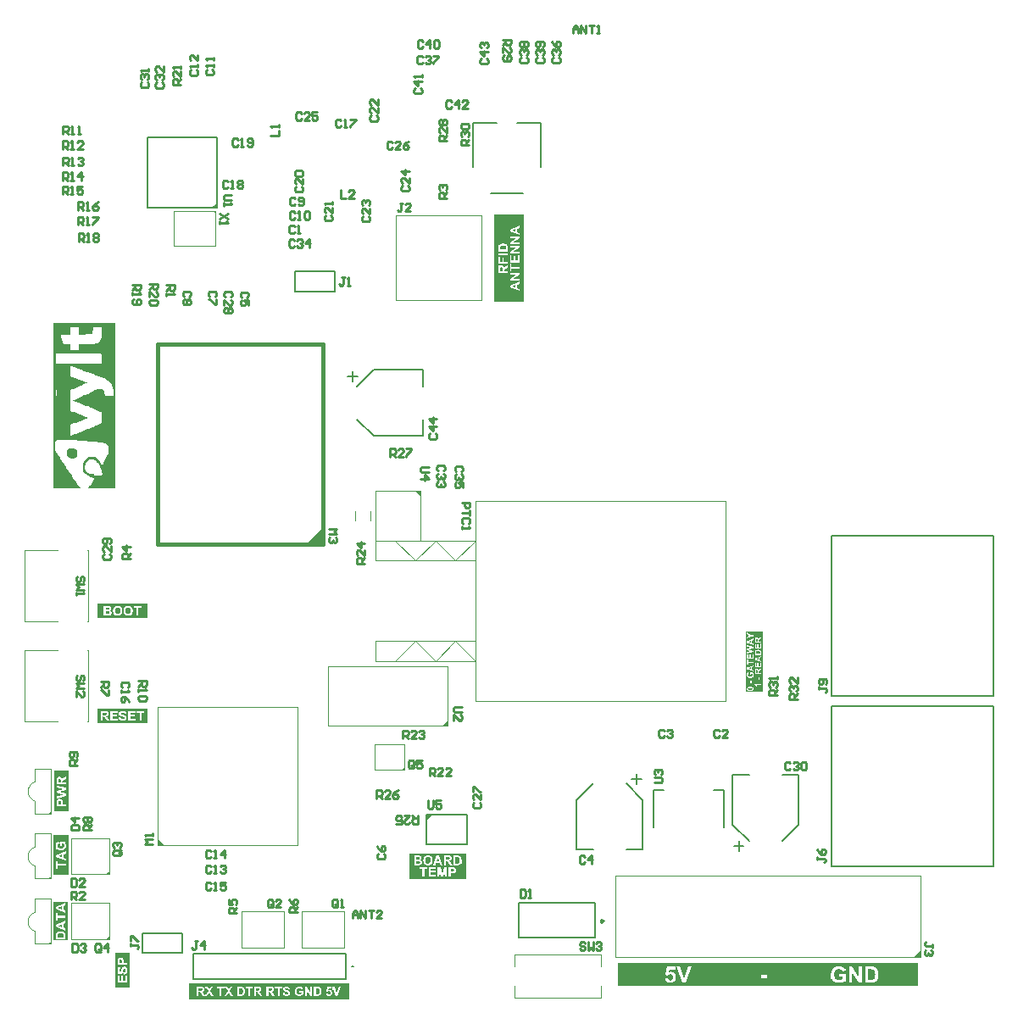
<source format=gto>
G04*
G04 #@! TF.GenerationSoftware,Altium Limited,Altium Designer,24.5.2 (23)*
G04*
G04 Layer_Color=65535*
%FSLAX25Y25*%
%MOIN*%
G70*
G04*
G04 #@! TF.SameCoordinates,B46FEEB2-3EEE-4911-894C-B78D551571A6*
G04*
G04*
G04 #@! TF.FilePolarity,Positive*
G04*
G01*
G75*
%ADD10C,0.01000*%
%ADD11C,0.00394*%
%ADD12C,0.00787*%
%ADD13C,0.00500*%
%ADD14C,0.00600*%
%ADD15C,0.01575*%
G36*
X26443Y223003D02*
X27023D01*
Y222713D01*
X27313D01*
Y222423D01*
X27603D01*
Y220683D01*
X27313D01*
Y220103D01*
X27023D01*
Y219523D01*
X26443D01*
Y219233D01*
X24703D01*
Y219523D01*
X24123D01*
Y219813D01*
X23833D01*
Y220393D01*
X23543D01*
Y222713D01*
X23833D01*
Y223003D01*
X24123D01*
Y223293D01*
X26443D01*
Y223003D01*
D02*
G37*
G36*
X42393Y207633D02*
X31663D01*
Y207923D01*
X31953D01*
Y208213D01*
X32243D01*
Y208503D01*
X32533D01*
Y208793D01*
X32823D01*
Y209083D01*
X33113D01*
Y209663D01*
X33403D01*
Y210243D01*
X33693D01*
Y211113D01*
X33983D01*
Y211693D01*
X33403D01*
Y211983D01*
X32533D01*
Y212273D01*
X31953D01*
Y212563D01*
X31373D01*
Y212853D01*
X31083D01*
Y213143D01*
X30793D01*
Y213433D01*
X30503D01*
Y213723D01*
X30213D01*
Y214013D01*
X29923D01*
Y214593D01*
X29633D01*
Y217203D01*
X29923D01*
Y217783D01*
X30213D01*
Y218363D01*
X30503D01*
Y218653D01*
X30793D01*
Y218943D01*
X31083D01*
Y219233D01*
X31373D01*
Y219523D01*
X31663D01*
Y219813D01*
X32533D01*
Y220103D01*
X34273D01*
Y219813D01*
X34853D01*
Y219523D01*
X35143D01*
Y219233D01*
X35433D01*
Y218943D01*
X35723D01*
Y218653D01*
X36013D01*
Y218363D01*
X36303D01*
Y218073D01*
X36593D01*
Y217783D01*
X36883D01*
Y216913D01*
X37753D01*
Y218073D01*
X38043D01*
Y218653D01*
X38333D01*
Y219233D01*
X38623D01*
Y219523D01*
X38913D01*
Y220103D01*
X39203D01*
Y220683D01*
X39493D01*
Y220973D01*
X39783D01*
Y224163D01*
X39493D01*
Y224743D01*
X39203D01*
Y225033D01*
X38623D01*
Y225323D01*
X37753D01*
Y225613D01*
X35433D01*
Y225903D01*
X31373D01*
Y226193D01*
X27313D01*
Y226483D01*
X19483D01*
Y226193D01*
X19193D01*
Y225903D01*
X18903D01*
Y225323D01*
X18613D01*
Y222713D01*
X18903D01*
Y222133D01*
X19193D01*
Y221553D01*
X19483D01*
Y221263D01*
X19773D01*
Y220683D01*
X20063D01*
Y220393D01*
X20353D01*
Y219813D01*
X20643D01*
Y219523D01*
X20933D01*
Y218943D01*
X21223D01*
Y218653D01*
X21513D01*
Y218073D01*
X21803D01*
Y217493D01*
X22093D01*
Y217203D01*
X22383D01*
Y216623D01*
X22673D01*
Y216333D01*
X22963D01*
Y215753D01*
X23253D01*
Y215463D01*
X23543D01*
Y214883D01*
X23833D01*
Y214593D01*
X24123D01*
Y214013D01*
X24413D01*
Y213723D01*
X24703D01*
Y213143D01*
X24993D01*
Y212853D01*
X25283D01*
Y212273D01*
X25573D01*
Y211983D01*
X25863D01*
Y211403D01*
X26153D01*
Y211113D01*
X26443D01*
Y210533D01*
X26733D01*
Y210243D01*
X27023D01*
Y209663D01*
X27313D01*
Y209373D01*
X27603D01*
Y209083D01*
X27893D01*
Y208503D01*
X28183D01*
Y208213D01*
X28473D01*
Y207923D01*
X28763D01*
Y207633D01*
X18033D01*
Y272594D01*
X42393D01*
Y207633D01*
D02*
G37*
G36*
X55118Y115157D02*
X35433D01*
Y121063D01*
X55118D01*
Y115157D01*
D02*
G37*
G36*
X293437Y151183D02*
X296970D01*
Y127561D01*
X293437D01*
D01*
X290327D01*
Y151183D01*
X293437D01*
D01*
D02*
G37*
G36*
X134350Y6560D02*
X71358D01*
Y13125D01*
X134350D01*
Y6560D01*
D02*
G37*
G36*
X180561Y59362D02*
D01*
Y53989D01*
X158022D01*
Y59362D01*
Y64121D01*
X180561D01*
Y59362D01*
D02*
G37*
G36*
X23882Y44900D02*
Y29939D01*
X17976D01*
Y44900D01*
X23882D01*
D02*
G37*
G36*
X358268Y11811D02*
X240158D01*
Y20999D01*
X358268D01*
Y11811D01*
D02*
G37*
G36*
X55118Y156496D02*
X35433D01*
Y162402D01*
X55118D01*
Y156496D01*
D02*
G37*
G36*
X24021Y71270D02*
Y55522D01*
X18116D01*
Y71270D01*
X24021D01*
D02*
G37*
G36*
X203150Y280820D02*
X191339D01*
Y315243D01*
X203150D01*
Y280820D01*
D02*
G37*
G36*
X24213Y80637D02*
X18307D01*
Y96529D01*
X24213D01*
Y80637D01*
D02*
G37*
G36*
X48228Y11221D02*
X42323D01*
Y25000D01*
X48228D01*
Y11221D01*
D02*
G37*
%LPC*%
G36*
X37173Y270854D02*
X33693D01*
Y269694D01*
X33403D01*
Y268244D01*
X30793D01*
Y267954D01*
X28183D01*
Y270854D01*
X24703D01*
Y267954D01*
X21223D01*
Y266794D01*
X21513D01*
Y265634D01*
X21803D01*
Y264764D01*
X22093D01*
Y264184D01*
X24703D01*
Y261864D01*
X28183D01*
Y264184D01*
X34563D01*
Y264474D01*
X35143D01*
Y264764D01*
X35723D01*
Y265054D01*
X36013D01*
Y265344D01*
X36303D01*
Y265634D01*
X36593D01*
Y265924D01*
X36883D01*
Y266504D01*
X37173D01*
Y270854D01*
D02*
G37*
G36*
X36883Y260704D02*
X19193D01*
Y256644D01*
X37173D01*
Y260414D01*
X36883D01*
Y260704D01*
D02*
G37*
G36*
X24993Y255774D02*
X24703D01*
Y251714D01*
X24993D01*
Y251424D01*
X25283D01*
Y251134D01*
X26153D01*
Y250844D01*
X27023D01*
Y250554D01*
X27893D01*
Y250264D01*
X28763D01*
Y249974D01*
X29633D01*
Y249684D01*
X30503D01*
Y249394D01*
X31373D01*
Y248814D01*
X30503D01*
Y248524D01*
X29923D01*
Y248234D01*
X29343D01*
Y247944D01*
X28473D01*
Y247654D01*
X27893D01*
Y247364D01*
X27023D01*
Y247074D01*
X26443D01*
Y246784D01*
X25863D01*
Y246494D01*
X24993D01*
Y246204D01*
X24703D01*
Y238084D01*
X24993D01*
Y237793D01*
X25863D01*
Y237504D01*
X26733D01*
Y237213D01*
X27313D01*
Y236924D01*
X28183D01*
Y236633D01*
X29053D01*
Y236344D01*
X29633D01*
Y236053D01*
X30503D01*
Y235764D01*
X31083D01*
Y235473D01*
X31373D01*
Y234893D01*
X30503D01*
Y234604D01*
X29633D01*
Y234314D01*
X29053D01*
Y234023D01*
X28183D01*
Y233734D01*
X27313D01*
Y233443D01*
X26733D01*
Y233154D01*
X25863D01*
Y232863D01*
X24993D01*
Y232574D01*
X24703D01*
Y228223D01*
X25283D01*
Y228513D01*
X26153D01*
Y228803D01*
X26733D01*
Y229093D01*
X27603D01*
Y229383D01*
X28183D01*
Y229673D01*
X29053D01*
Y229963D01*
X29633D01*
Y230253D01*
X30503D01*
Y230543D01*
X31083D01*
Y230833D01*
X31663D01*
Y231123D01*
X32533D01*
Y231414D01*
X33113D01*
Y231703D01*
X33983D01*
Y231994D01*
X34563D01*
Y232283D01*
X35433D01*
Y232574D01*
X36013D01*
Y232863D01*
X36883D01*
Y233154D01*
X37173D01*
Y237504D01*
X36883D01*
Y237793D01*
X36013D01*
Y238084D01*
X35433D01*
Y238373D01*
X34853D01*
Y238664D01*
X33983D01*
Y238953D01*
X33403D01*
Y239244D01*
X32533D01*
Y239533D01*
X31953D01*
Y239824D01*
X31083D01*
Y240113D01*
X30503D01*
Y240404D01*
X29923D01*
Y240693D01*
X29053D01*
Y240984D01*
X28473D01*
Y241273D01*
X27603D01*
Y241564D01*
X26443D01*
Y241853D01*
X25863D01*
Y242434D01*
X26733D01*
Y242724D01*
X27313D01*
Y243014D01*
X28183D01*
Y243304D01*
X28763D01*
Y243594D01*
X29343D01*
Y243884D01*
X29923D01*
Y244174D01*
X30503D01*
Y244464D01*
X31083D01*
Y244754D01*
X31953D01*
Y245044D01*
X32533D01*
Y245334D01*
X33113D01*
Y245624D01*
X33693D01*
Y245914D01*
X34273D01*
Y246204D01*
X35143D01*
Y246494D01*
X36013D01*
Y246784D01*
X37173D01*
Y246494D01*
X37463D01*
Y246204D01*
X37753D01*
Y245914D01*
X38043D01*
Y244754D01*
X38333D01*
Y243884D01*
X41813D01*
Y246784D01*
X41523D01*
Y247654D01*
X41233D01*
Y248234D01*
X40943D01*
Y248524D01*
X40653D01*
Y248814D01*
X40363D01*
Y249394D01*
X40073D01*
Y249684D01*
X39783D01*
Y249974D01*
X39203D01*
Y250264D01*
X38913D01*
Y250554D01*
X38333D01*
Y250844D01*
X37463D01*
Y251134D01*
X36883D01*
Y251424D01*
X36303D01*
Y251714D01*
X35433D01*
Y252004D01*
X34563D01*
Y252294D01*
X33983D01*
Y252584D01*
X33113D01*
Y252874D01*
X32243D01*
Y253164D01*
X31663D01*
Y253454D01*
X30793D01*
Y253744D01*
X29923D01*
Y254034D01*
X29343D01*
Y254324D01*
X28473D01*
Y254614D01*
X27603D01*
Y254904D01*
X26733D01*
Y255194D01*
X25863D01*
Y255484D01*
X24993D01*
Y255774D01*
D02*
G37*
G36*
X19483Y246204D02*
X19193D01*
Y243884D01*
X19483D01*
Y246204D01*
D02*
G37*
G36*
X34273Y218943D02*
X32243D01*
Y218653D01*
X31663D01*
Y218363D01*
X31373D01*
Y218073D01*
X31083D01*
Y217493D01*
X30793D01*
Y216623D01*
X30503D01*
Y214883D01*
X30793D01*
Y214303D01*
X31083D01*
Y214013D01*
X31373D01*
Y213723D01*
X31953D01*
Y213433D01*
X33113D01*
Y213143D01*
X33983D01*
Y212853D01*
X34273D01*
Y212563D01*
X37173D01*
Y212853D01*
X37463D01*
Y213723D01*
X37173D01*
Y214883D01*
X36883D01*
Y215753D01*
X36593D01*
Y216333D01*
X36303D01*
Y216623D01*
X36013D01*
Y217203D01*
X35723D01*
Y217493D01*
X35433D01*
Y217783D01*
X35143D01*
Y218363D01*
X34853D01*
Y218653D01*
X34273D01*
Y218943D01*
D02*
G37*
G36*
X45437Y120070D02*
X45371D01*
X45213Y120065D01*
X45071Y120048D01*
X44945Y120027D01*
X44836Y120005D01*
X44787Y119989D01*
X44743Y119978D01*
X44710Y119967D01*
X44678Y119956D01*
X44656Y119945D01*
X44640Y119939D01*
X44629Y119934D01*
X44623D01*
X44514Y119879D01*
X44421Y119819D01*
X44339Y119754D01*
X44274Y119694D01*
X44219Y119639D01*
X44186Y119595D01*
X44159Y119563D01*
X44154Y119557D01*
Y119552D01*
X44099Y119459D01*
X44061Y119361D01*
X44033Y119268D01*
X44017Y119186D01*
X44006Y119115D01*
X43995Y119060D01*
Y119038D01*
Y119022D01*
Y119017D01*
Y119011D01*
X44001Y118929D01*
X44012Y118847D01*
X44028Y118776D01*
X44050Y118705D01*
X44104Y118574D01*
X44170Y118460D01*
X44197Y118411D01*
X44230Y118372D01*
X44257Y118334D01*
X44285Y118301D01*
X44306Y118280D01*
X44323Y118263D01*
X44334Y118252D01*
X44339Y118247D01*
X44388Y118209D01*
X44448Y118170D01*
X44508Y118132D01*
X44579Y118099D01*
X44716Y118034D01*
X44858Y117979D01*
X44929Y117957D01*
X44989Y117936D01*
X45049Y117919D01*
X45098Y117903D01*
X45136Y117892D01*
X45169Y117881D01*
X45191Y117876D01*
X45196D01*
X45284Y117854D01*
X45360Y117832D01*
X45431Y117815D01*
X45497Y117799D01*
X45551Y117783D01*
X45601Y117772D01*
X45644Y117755D01*
X45682Y117744D01*
X45715Y117739D01*
X45742Y117728D01*
X45781Y117717D01*
X45803Y117706D01*
X45808D01*
X45879Y117679D01*
X45933Y117652D01*
X45983Y117624D01*
X46021Y117597D01*
X46048Y117575D01*
X46065Y117559D01*
X46075Y117548D01*
X46081Y117542D01*
X46108Y117504D01*
X46130Y117466D01*
X46141Y117428D01*
X46152Y117395D01*
X46157Y117362D01*
X46163Y117335D01*
Y117318D01*
Y117313D01*
X46157Y117237D01*
X46136Y117171D01*
X46103Y117106D01*
X46070Y117051D01*
X46032Y117007D01*
X46005Y116975D01*
X45983Y116953D01*
X45972Y116947D01*
X45895Y116898D01*
X45808Y116860D01*
X45715Y116833D01*
X45628Y116816D01*
X45546Y116805D01*
X45480Y116794D01*
X45420D01*
X45295Y116800D01*
X45186Y116822D01*
X45093Y116849D01*
X45011Y116882D01*
X44945Y116914D01*
X44902Y116942D01*
X44874Y116964D01*
X44863Y116969D01*
X44792Y117045D01*
X44738Y117127D01*
X44689Y117220D01*
X44656Y117313D01*
X44629Y117395D01*
X44607Y117461D01*
X44601Y117482D01*
Y117504D01*
X44596Y117515D01*
Y117521D01*
X43853Y117450D01*
X43870Y117335D01*
X43892Y117226D01*
X43924Y117122D01*
X43951Y117029D01*
X43990Y116942D01*
X44028Y116860D01*
X44066Y116789D01*
X44104Y116723D01*
X44143Y116669D01*
X44181Y116620D01*
X44214Y116576D01*
X44246Y116538D01*
X44268Y116510D01*
X44290Y116494D01*
X44301Y116483D01*
X44306Y116478D01*
X44383Y116418D01*
X44465Y116368D01*
X44552Y116325D01*
X44645Y116287D01*
X44732Y116259D01*
X44825Y116232D01*
X45005Y116194D01*
X45087Y116177D01*
X45164Y116166D01*
X45229Y116161D01*
X45289Y116156D01*
X45338Y116150D01*
X43853D01*
Y120070D01*
D01*
Y116150D01*
X46927D01*
D01*
X45409D01*
X45584Y116156D01*
X45742Y116172D01*
X45884Y116194D01*
X45944Y116205D01*
X46005Y116221D01*
X46054Y116232D01*
X46097Y116243D01*
X46136Y116254D01*
X46168Y116265D01*
X46196Y116276D01*
X46212Y116281D01*
X46223Y116287D01*
X46228D01*
X46349Y116347D01*
X46447Y116412D01*
X46540Y116478D01*
X46611Y116549D01*
X46665Y116609D01*
X46709Y116663D01*
X46731Y116696D01*
X46742Y116702D01*
Y116707D01*
X46802Y116816D01*
X46851Y116920D01*
X46884Y117024D01*
X46905Y117122D01*
X46916Y117198D01*
X46922Y117237D01*
X46927Y117264D01*
Y117318D01*
X46922Y117450D01*
X46905Y117564D01*
X46878Y117668D01*
X46851Y117755D01*
X46823Y117826D01*
X46796Y117876D01*
X46780Y117908D01*
X46774Y117919D01*
X46714Y118007D01*
X46643Y118083D01*
X46572Y118149D01*
X46507Y118203D01*
X46447Y118247D01*
X46398Y118280D01*
X46365Y118301D01*
X46359Y118307D01*
X46354D01*
X46299Y118334D01*
X46245Y118361D01*
X46114Y118411D01*
X45977Y118454D01*
X45846Y118498D01*
X45786Y118514D01*
X45726Y118531D01*
X45671Y118547D01*
X45628Y118558D01*
X45590Y118569D01*
X45562Y118574D01*
X45540Y118580D01*
X45535D01*
X45437Y118607D01*
X45349Y118629D01*
X45267Y118651D01*
X45191Y118673D01*
X45131Y118694D01*
X45071Y118716D01*
X45022Y118738D01*
X44978Y118754D01*
X44940Y118771D01*
X44912Y118787D01*
X44885Y118798D01*
X44869Y118809D01*
X44842Y118825D01*
X44836Y118831D01*
X44798Y118869D01*
X44771Y118907D01*
X44754Y118946D01*
X44743Y118984D01*
X44732Y119011D01*
X44727Y119038D01*
Y119055D01*
Y119060D01*
X44732Y119115D01*
X44743Y119159D01*
X44765Y119202D01*
X44787Y119235D01*
X44809Y119262D01*
X44831Y119279D01*
X44842Y119290D01*
X44847Y119295D01*
X44923Y119344D01*
X45005Y119377D01*
X45093Y119404D01*
X45175Y119421D01*
X45246Y119432D01*
X45306Y119437D01*
X45360D01*
X45475Y119432D01*
X45573Y119415D01*
X45655Y119393D01*
X45721Y119371D01*
X45775Y119350D01*
X45813Y119328D01*
X45835Y119311D01*
X45841Y119306D01*
X45895Y119251D01*
X45944Y119186D01*
X45983Y119120D01*
X46010Y119049D01*
X46032Y118989D01*
X46043Y118940D01*
X46054Y118902D01*
Y118896D01*
Y118891D01*
X46818Y118918D01*
X46813Y119017D01*
X46796Y119104D01*
X46774Y119191D01*
X46747Y119268D01*
X46720Y119344D01*
X46687Y119415D01*
X46654Y119475D01*
X46622Y119535D01*
X46583Y119584D01*
X46551Y119628D01*
X46518Y119666D01*
X46490Y119699D01*
X46469Y119721D01*
X46452Y119737D01*
X46441Y119748D01*
X46436Y119754D01*
X46365Y119808D01*
X46288Y119857D01*
X46207Y119901D01*
X46119Y119939D01*
X46032Y119967D01*
X45944Y119994D01*
X45770Y120032D01*
X45688Y120043D01*
X45617Y120054D01*
X45546Y120060D01*
X45486Y120065D01*
X45437Y120070D01*
D02*
G37*
G36*
X53829Y119999D02*
X50831D01*
Y116221D01*
D01*
Y119361D01*
X51950D01*
Y116221D01*
X52715D01*
Y119361D01*
X53829D01*
Y119999D01*
D02*
G37*
G36*
X50378D02*
X47577D01*
Y116221D01*
X50449D01*
Y116860D01*
X48341D01*
Y117886D01*
X50236D01*
Y118525D01*
X48341D01*
Y119361D01*
X50378D01*
Y119999D01*
D02*
G37*
G36*
X43335D02*
X40534D01*
Y116221D01*
X43406D01*
Y116860D01*
X41298D01*
Y117886D01*
X43193D01*
Y118525D01*
X41298D01*
Y119361D01*
X43335D01*
Y119999D01*
D02*
G37*
G36*
X38426D02*
X36722D01*
Y116221D01*
X40119D01*
D01*
X39654Y116958D01*
X39605Y117035D01*
X39556Y117111D01*
X39513Y117177D01*
X39469Y117237D01*
X39431Y117291D01*
X39398Y117346D01*
X39332Y117428D01*
X39283Y117493D01*
X39250Y117537D01*
X39223Y117564D01*
X39218Y117570D01*
X39158Y117635D01*
X39087Y117695D01*
X39021Y117744D01*
X38956Y117794D01*
X38901Y117832D01*
X38857Y117859D01*
X38825Y117881D01*
X38819Y117886D01*
X38814D01*
X38906Y117903D01*
X38988Y117925D01*
X39065Y117946D01*
X39141Y117974D01*
X39207Y118001D01*
X39267Y118028D01*
X39327Y118056D01*
X39376Y118088D01*
X39420Y118116D01*
X39458Y118143D01*
X39491Y118170D01*
X39513Y118192D01*
X39534Y118209D01*
X39551Y118225D01*
X39556Y118230D01*
X39562Y118236D01*
X39605Y118290D01*
X39644Y118345D01*
X39709Y118465D01*
X39753Y118580D01*
X39780Y118694D01*
X39802Y118793D01*
X39807Y118831D01*
Y118869D01*
X39813Y118896D01*
Y118924D01*
Y118935D01*
Y118940D01*
X39807Y119060D01*
X39786Y119175D01*
X39758Y119273D01*
X39731Y119361D01*
X39698Y119432D01*
X39671Y119486D01*
X39660Y119502D01*
X39649Y119519D01*
X39644Y119524D01*
Y119530D01*
X39578Y119623D01*
X39507Y119699D01*
X39436Y119759D01*
X39365Y119814D01*
X39300Y119846D01*
X39250Y119874D01*
X39218Y119890D01*
X39212Y119896D01*
X39207D01*
X39152Y119912D01*
X39092Y119928D01*
X38956Y119956D01*
X38808Y119972D01*
X38666Y119989D01*
X38595D01*
X38535Y119994D01*
X38475D01*
X38426Y119999D01*
D02*
G37*
%LPD*%
G36*
X38410Y119355D02*
X38530D01*
X38579Y119350D01*
X38612D01*
X38628Y119344D01*
X38633D01*
X38699Y119328D01*
X38759Y119306D01*
X38808Y119284D01*
X38846Y119257D01*
X38879Y119229D01*
X38906Y119213D01*
X38917Y119197D01*
X38923Y119191D01*
X38956Y119148D01*
X38983Y119093D01*
X38999Y119044D01*
X39016Y118995D01*
X39021Y118951D01*
X39027Y118918D01*
Y118896D01*
Y118886D01*
X39021Y118825D01*
X39016Y118771D01*
X38999Y118722D01*
X38988Y118678D01*
X38972Y118645D01*
X38956Y118623D01*
X38950Y118607D01*
X38945Y118602D01*
X38912Y118563D01*
X38879Y118531D01*
X38808Y118482D01*
X38781Y118465D01*
X38754Y118454D01*
X38737Y118443D01*
X38732D01*
X38704Y118438D01*
X38661Y118427D01*
X38617Y118421D01*
X38568Y118416D01*
X38453Y118411D01*
X38339Y118405D01*
X38230Y118400D01*
X37487D01*
Y119361D01*
X38361D01*
X38410Y119355D01*
D02*
G37*
G36*
X37809Y117794D02*
X37875Y117788D01*
X37929Y117777D01*
X37973Y117772D01*
X38000Y117761D01*
X38017Y117755D01*
X38022D01*
X38066Y117734D01*
X38109Y117712D01*
X38148Y117684D01*
X38186Y117663D01*
X38213Y117635D01*
X38235Y117613D01*
X38246Y117603D01*
X38251Y117597D01*
X38273Y117570D01*
X38300Y117542D01*
X38361Y117461D01*
X38426Y117373D01*
X38497Y117275D01*
X38557Y117188D01*
X38584Y117144D01*
X38606Y117111D01*
X38628Y117084D01*
X38644Y117062D01*
X38650Y117045D01*
X38655Y117040D01*
X39201Y116221D01*
X37487D01*
Y117799D01*
X37733D01*
X37809Y117794D01*
D02*
G37*
%LPC*%
G36*
X293389Y150836D02*
X290870D01*
Y148485D01*
D01*
X292330Y149405D01*
X293389D01*
Y149915D01*
X292334D01*
X290870Y150836D01*
X293389D01*
D02*
G37*
G36*
X296474Y149198D02*
D01*
X295982Y148889D01*
X295931Y148856D01*
X295880Y148823D01*
X295837Y148794D01*
X295797Y148765D01*
X295760Y148739D01*
X295724Y148717D01*
X295669Y148674D01*
X295626Y148641D01*
X295597Y148619D01*
X295578Y148601D01*
X295575Y148597D01*
X295531Y148557D01*
X295491Y148510D01*
X295458Y148466D01*
X295425Y148423D01*
X295400Y148386D01*
X295382Y148357D01*
X295367Y148335D01*
X295363Y148332D01*
Y148328D01*
X295353Y148390D01*
X295338Y148444D01*
X295323Y148495D01*
X295305Y148546D01*
X295287Y148590D01*
X295269Y148630D01*
X295251Y148670D01*
X295229Y148703D01*
X295211Y148732D01*
X295193Y148758D01*
X295174Y148779D01*
X295160Y148794D01*
X295149Y148808D01*
X295138Y148819D01*
X295134Y148823D01*
X295131Y148827D01*
X295094Y148856D01*
X295058Y148881D01*
X294978Y148925D01*
X294901Y148954D01*
X294825Y148972D01*
X294759Y148987D01*
X294734Y148990D01*
X294708D01*
X294690Y148994D01*
X294672D01*
X294665D01*
X294661D01*
X294581Y148990D01*
X294504Y148976D01*
X294439Y148958D01*
X294381Y148940D01*
X294333Y148918D01*
X294297Y148899D01*
X294286Y148892D01*
X294275Y148885D01*
X294271Y148881D01*
X294268D01*
X294206Y148838D01*
X294155Y148790D01*
X294115Y148743D01*
X294079Y148696D01*
X294057Y148652D01*
X294039Y148619D01*
X294028Y148597D01*
X294024Y148594D01*
Y148590D01*
X294013Y148554D01*
X294002Y148514D01*
X293984Y148423D01*
X293973Y148324D01*
X293962Y148230D01*
Y148182D01*
X293958Y148142D01*
Y148102D01*
X293955Y148070D01*
Y146934D01*
X296474D01*
Y149198D01*
D02*
G37*
G36*
X293389Y148474D02*
X290870D01*
Y145947D01*
D01*
Y146923D01*
X293389Y145947D01*
Y146486D01*
X292818Y146694D01*
Y147705D01*
X293389Y147924D01*
Y148474D01*
X290870Y147462D01*
Y148474D01*
X293389D01*
D02*
G37*
G36*
Y145940D02*
Y145332D01*
X290870Y145940D01*
Y145427D01*
X292632Y145041D01*
X290870Y144604D01*
Y143993D01*
X292603Y143534D01*
X290870Y143156D01*
Y143458D01*
Y142635D01*
X293389Y143232D01*
Y143785D01*
X291507Y144288D01*
X293389Y144783D01*
Y145940D01*
D02*
G37*
G36*
X296474Y146501D02*
X296048D01*
Y145096D01*
X295363D01*
Y146359D01*
X294938D01*
Y145096D01*
X294381D01*
Y146453D01*
X293955D01*
Y144586D01*
X296474D01*
Y146501D01*
D02*
G37*
G36*
X295291Y144153D02*
X295240D01*
X295112Y144149D01*
X295000Y144138D01*
X294945Y144135D01*
X294898Y144127D01*
X294850Y144120D01*
X294810Y144113D01*
X294774Y144102D01*
X294741Y144095D01*
X294712Y144087D01*
X294690Y144084D01*
X294672Y144076D01*
X294657Y144073D01*
X294650Y144069D01*
X294647D01*
X294559Y144036D01*
X294479Y143996D01*
X294410Y143956D01*
X294352Y143916D01*
X294304Y143884D01*
X294268Y143854D01*
X294246Y143836D01*
X294239Y143833D01*
Y143829D01*
X294180Y143767D01*
X294133Y143705D01*
X294093Y143640D01*
X294060Y143581D01*
X294035Y143530D01*
X294017Y143487D01*
X294013Y143472D01*
X294009Y143461D01*
X294006Y143454D01*
Y143450D01*
X293988Y143381D01*
X293977Y143305D01*
X293966Y143225D01*
X293962Y143148D01*
X293958Y143079D01*
X293955Y143050D01*
Y142045D01*
X296474D01*
Y142999D01*
X296470Y143097D01*
X296466Y143188D01*
X296459Y143265D01*
X296448Y143327D01*
X296437Y143378D01*
X296430Y143418D01*
X296426Y143429D01*
Y143439D01*
X296423Y143443D01*
Y143447D01*
X296394Y143527D01*
X296361Y143600D01*
X296328Y143658D01*
X296295Y143709D01*
X296266Y143749D01*
X296244Y143778D01*
X296230Y143796D01*
X296223Y143803D01*
X296153Y143865D01*
X296081Y143920D01*
X296004Y143967D01*
X295935Y144004D01*
X295869Y144033D01*
X295844Y144047D01*
X295822Y144055D01*
X295800Y144062D01*
X295786Y144069D01*
X295778Y144073D01*
X295775D01*
X295688Y144098D01*
X295597Y144120D01*
X295509Y144135D01*
X295425Y144142D01*
X295385Y144146D01*
X295349Y144149D01*
X295320D01*
X295291Y144153D01*
D02*
G37*
G36*
X293389Y142449D02*
X292963D01*
Y141044D01*
X292279D01*
Y142307D01*
X291853D01*
Y141044D01*
X291296D01*
Y142402D01*
X290870D01*
Y140535D01*
X293389D01*
Y142449D01*
D02*
G37*
G36*
X296474Y141772D02*
X293955D01*
Y139246D01*
Y140222D01*
X296474Y139246D01*
Y139785D01*
X295902Y139992D01*
Y141004D01*
X296474Y141223D01*
Y141772D01*
X293955Y140760D01*
Y141772D01*
X296474D01*
D02*
G37*
G36*
X293389Y140203D02*
X290870D01*
Y138205D01*
X291296D01*
Y138951D01*
X293389D01*
Y139461D01*
X291296D01*
Y140203D01*
X293389D01*
D02*
G37*
G36*
X296474Y139072D02*
X296048D01*
Y137666D01*
X295363D01*
Y138929D01*
X294938D01*
Y137666D01*
X294381D01*
Y139024D01*
X293955D01*
Y137157D01*
X296474D01*
Y139072D01*
D02*
G37*
G36*
Y136880D02*
X295982Y136571D01*
X295931Y136538D01*
X295880Y136505D01*
X295837Y136476D01*
X295797Y136447D01*
X295760Y136422D01*
X295724Y136400D01*
X295669Y136356D01*
X295626Y136323D01*
X295597Y136301D01*
X295578Y136283D01*
X295575Y136280D01*
X295531Y136240D01*
X295491Y136192D01*
X295458Y136149D01*
X295425Y136105D01*
X295400Y136068D01*
X295382Y136039D01*
X295367Y136018D01*
X295363Y136014D01*
Y136010D01*
X295353Y136072D01*
X295338Y136127D01*
X295323Y136178D01*
X295305Y136229D01*
X295287Y136272D01*
X295269Y136312D01*
X295251Y136352D01*
X295229Y136385D01*
X295211Y136414D01*
X295193Y136440D01*
X295174Y136462D01*
X295160Y136476D01*
X295149Y136491D01*
X295138Y136502D01*
X295134Y136505D01*
X295131Y136509D01*
X295094Y136538D01*
X295058Y136564D01*
X294978Y136607D01*
X294901Y136636D01*
X294825Y136654D01*
X294759Y136669D01*
X294734Y136673D01*
X294708D01*
X294690Y136676D01*
X294672D01*
X294665D01*
X294661D01*
X294581Y136673D01*
X294504Y136658D01*
X294439Y136640D01*
X294381Y136622D01*
X294333Y136600D01*
X294297Y136582D01*
X294286Y136574D01*
X294275Y136567D01*
X294271Y136564D01*
X294268D01*
X294206Y136520D01*
X294155Y136472D01*
X294115Y136425D01*
X294079Y136378D01*
X294057Y136334D01*
X294039Y136301D01*
X294028Y136280D01*
X294024Y136276D01*
Y136272D01*
X294013Y136236D01*
X294002Y136196D01*
X293984Y136105D01*
X293973Y136007D01*
X293962Y135912D01*
Y135865D01*
X293958Y135825D01*
Y135784D01*
X293955Y135752D01*
Y136880D01*
Y134616D01*
X296474D01*
Y135195D01*
Y135126D01*
X295422D01*
Y135290D01*
X295425Y135340D01*
X295429Y135384D01*
X295436Y135421D01*
X295440Y135450D01*
X295447Y135468D01*
X295451Y135479D01*
Y135482D01*
X295465Y135512D01*
X295480Y135541D01*
X295498Y135566D01*
X295513Y135592D01*
X295531Y135610D01*
X295546Y135624D01*
X295553Y135632D01*
X295556Y135635D01*
X295575Y135650D01*
X295593Y135668D01*
X295648Y135708D01*
X295706Y135752D01*
X295771Y135799D01*
X295830Y135839D01*
X295859Y135857D01*
X295880Y135872D01*
X295899Y135886D01*
X295913Y135897D01*
X295924Y135901D01*
X295928Y135905D01*
X296474Y136269D01*
Y136880D01*
D02*
G37*
G36*
X293389Y138110D02*
X290870D01*
Y135584D01*
Y136560D01*
X293389Y135584D01*
Y136123D01*
X292818Y136330D01*
Y137343D01*
X293389Y137561D01*
Y138110D01*
X290870Y137099D01*
Y138110D01*
X293389D01*
D02*
G37*
G36*
X293437Y135370D02*
X292039D01*
Y134274D01*
X292465D01*
Y134856D01*
X292789D01*
X292821Y134813D01*
X292850Y134765D01*
X292876Y134718D01*
X292898Y134674D01*
X292916Y134638D01*
X292931Y134605D01*
X292938Y134587D01*
X292941Y134583D01*
Y134580D01*
X292963Y134521D01*
X292978Y134463D01*
X292989Y134409D01*
X292996Y134361D01*
X293000Y134318D01*
X293003Y134289D01*
Y134259D01*
X293000Y134201D01*
X292992Y134143D01*
X292982Y134092D01*
X292967Y134041D01*
X292931Y133950D01*
X292912Y133914D01*
X292891Y133877D01*
X292869Y133844D01*
X292850Y133815D01*
X292829Y133793D01*
X292814Y133772D01*
X292799Y133757D01*
X292789Y133746D01*
X292781Y133739D01*
X292778Y133735D01*
X292734Y133702D01*
X292683Y133670D01*
X292632Y133644D01*
X292578Y133622D01*
X292465Y133586D01*
X292355Y133564D01*
X292304Y133557D01*
X292253Y133550D01*
X292214Y133546D01*
X292173Y133542D01*
X292144Y133539D01*
X292119D01*
X292104D01*
X292101D01*
X292024Y133542D01*
X291955Y133546D01*
X291886Y133557D01*
X291824Y133568D01*
X291769Y133582D01*
X291718Y133600D01*
X291671Y133619D01*
X291627Y133637D01*
X291591Y133651D01*
X291558Y133670D01*
X291533Y133688D01*
X291511Y133702D01*
X291493Y133713D01*
X291482Y133724D01*
X291475Y133728D01*
X291471Y133732D01*
X291435Y133772D01*
X291398Y133812D01*
X291373Y133855D01*
X291347Y133899D01*
X291325Y133943D01*
X291307Y133986D01*
X291282Y134070D01*
X291274Y134110D01*
X291267Y134146D01*
X291263Y134179D01*
X291260Y134208D01*
X291256Y134230D01*
Y134263D01*
X291260Y134343D01*
X291274Y134412D01*
X291289Y134474D01*
X291311Y134529D01*
X291329Y134569D01*
X291347Y134601D01*
X291362Y134620D01*
X291365Y134627D01*
X291409Y134678D01*
X291456Y134722D01*
X291504Y134758D01*
X291551Y134783D01*
X291595Y134805D01*
X291627Y134820D01*
X291649Y134827D01*
X291653Y134831D01*
X291657D01*
X291562Y135337D01*
X291500Y135322D01*
X291438Y135300D01*
X291384Y135279D01*
X291333Y135249D01*
X291282Y135224D01*
X291238Y135195D01*
X291198Y135166D01*
X291161Y135137D01*
X291129Y135108D01*
X291100Y135082D01*
X291074Y135060D01*
X291056Y135038D01*
X291041Y135020D01*
X291027Y135006D01*
X291023Y134998D01*
X291020Y134995D01*
X290983Y134944D01*
X290954Y134889D01*
X290929Y134831D01*
X290907Y134769D01*
X290870Y134649D01*
X290848Y134532D01*
X290838Y134478D01*
X290834Y134427D01*
X290830Y134379D01*
X290827Y134339D01*
X290823Y134307D01*
Y134263D01*
X290827Y134132D01*
X290841Y134016D01*
X290852Y133965D01*
X290863Y133914D01*
X290874Y133866D01*
X290885Y133826D01*
X290899Y133790D01*
X290910Y133753D01*
X290921Y133728D01*
X290929Y133702D01*
X290939Y133684D01*
X290943Y133670D01*
X290950Y133662D01*
Y133659D01*
X291016Y133546D01*
X291056Y133499D01*
X291092Y133451D01*
X291132Y133408D01*
X291172Y133368D01*
X291213Y133331D01*
X291249Y133298D01*
X291285Y133273D01*
X291318Y133247D01*
X291347Y133226D01*
X291373Y133207D01*
X291394Y133196D01*
X291409Y133186D01*
X291420Y133182D01*
X291424Y133178D01*
X291482Y133149D01*
X291540Y133124D01*
X291660Y133084D01*
X291780Y133054D01*
X291886Y133036D01*
X291937Y133029D01*
X291981Y133022D01*
X292021Y133018D01*
X292057D01*
X292082Y133015D01*
X290823D01*
X292123D01*
X292257Y133022D01*
X292381Y133036D01*
X292494Y133062D01*
X292548Y133073D01*
X292596Y133087D01*
X292639Y133102D01*
X292679Y133113D01*
X292712Y133127D01*
X292741Y133138D01*
X292763Y133145D01*
X292781Y133153D01*
X292792Y133160D01*
X292796D01*
X292905Y133222D01*
X293000Y133291D01*
X293083Y133364D01*
X293149Y133437D01*
X293178Y133469D01*
X293204Y133502D01*
X293225Y133528D01*
X293240Y133553D01*
X293254Y133571D01*
X293265Y133590D01*
X293269Y133597D01*
X293273Y133600D01*
X293302Y133659D01*
X293327Y133713D01*
X293367Y133834D01*
X293396Y133950D01*
X293415Y134055D01*
X293422Y134107D01*
X293429Y134150D01*
X293433Y134190D01*
Y134227D01*
X293437Y134252D01*
Y133451D01*
Y134252D01*
Y134292D01*
X293433Y134409D01*
X293418Y134518D01*
X293400Y134623D01*
X293378Y134714D01*
X293367Y134754D01*
X293356Y134791D01*
X293345Y134824D01*
X293338Y134853D01*
X293331Y134874D01*
X293324Y134889D01*
X293320Y134900D01*
Y134904D01*
X293276Y135013D01*
X293229Y135104D01*
X293182Y135184D01*
X293142Y135253D01*
X293105Y135304D01*
X293091Y135322D01*
X293076Y135340D01*
X293065Y135351D01*
X293058Y135362D01*
X293051Y135370D01*
X293437D01*
D02*
G37*
G36*
X295800Y133353D02*
X295316D01*
Y132403D01*
X295800D01*
Y133353D01*
D02*
G37*
G36*
X292716Y131842D02*
X292232D01*
Y130892D01*
X292716D01*
Y131842D01*
D02*
G37*
G36*
X296474Y130652D02*
X293940D01*
Y129546D01*
D01*
Y130259D01*
X294024Y130223D01*
X294100Y130175D01*
X294173Y130124D01*
X294232Y130073D01*
X294279Y130030D01*
X294315Y129990D01*
X294330Y129975D01*
X294341Y129964D01*
X294344Y129957D01*
X294348Y129953D01*
X294406Y129873D01*
X294457Y129797D01*
X294497Y129728D01*
X294526Y129666D01*
X294548Y129615D01*
X294566Y129578D01*
X294570Y129564D01*
X294574Y129553D01*
X294577Y129549D01*
Y129546D01*
X293940D01*
X295014D01*
X294963Y129677D01*
X294908Y129793D01*
X294879Y129848D01*
X294847Y129899D01*
X294817Y129946D01*
X294788Y129990D01*
X294759Y130030D01*
X294734Y130066D01*
X294712Y130095D01*
X294690Y130121D01*
X294672Y130142D01*
X294661Y130157D01*
X294654Y130164D01*
X294650Y130168D01*
X296474D01*
Y130652D01*
D02*
G37*
G36*
X293437Y129542D02*
X290856D01*
Y127908D01*
D01*
Y128723D01*
X290859Y128657D01*
X290867Y128595D01*
X290881Y128534D01*
X290896Y128479D01*
X290918Y128428D01*
X290939Y128381D01*
X290961Y128341D01*
X290987Y128301D01*
X291012Y128268D01*
X291034Y128235D01*
X291056Y128210D01*
X291078Y128191D01*
X291092Y128173D01*
X291107Y128162D01*
X291114Y128155D01*
X291118Y128151D01*
X291180Y128108D01*
X291252Y128071D01*
X291329Y128039D01*
X291409Y128009D01*
X291493Y127988D01*
X291580Y127966D01*
X291664Y127951D01*
X291748Y127937D01*
X291828Y127929D01*
X291900Y127922D01*
X291970Y127915D01*
X292028Y127911D01*
X292075Y127908D01*
X292144D01*
D01*
X293437D01*
X292144D01*
X292275Y127911D01*
X292395Y127919D01*
X292508Y127929D01*
X292610Y127944D01*
X292701Y127959D01*
X292785Y127977D01*
X292858Y127999D01*
X292923Y128020D01*
X292978Y128039D01*
X293029Y128060D01*
X293069Y128079D01*
X293102Y128097D01*
X293124Y128108D01*
X293142Y128119D01*
X293153Y128126D01*
X293156Y128130D01*
X293207Y128173D01*
X293247Y128221D01*
X293287Y128268D01*
X293316Y128319D01*
X293345Y128366D01*
X293367Y128417D01*
X293386Y128464D01*
X293400Y128512D01*
X293415Y128556D01*
X293422Y128595D01*
X293429Y128632D01*
X293433Y128661D01*
Y128686D01*
X293437Y128708D01*
Y128723D01*
X293433Y128788D01*
X293426Y128850D01*
X293411Y128912D01*
X293396Y128967D01*
X293378Y129018D01*
X293356Y129065D01*
X293331Y129105D01*
X293305Y129145D01*
X293284Y129178D01*
X293258Y129211D01*
X293236Y129236D01*
X293218Y129258D01*
X293204Y129273D01*
X293189Y129283D01*
X293182Y129291D01*
X293178Y129294D01*
X293116Y129338D01*
X293043Y129375D01*
X292967Y129411D01*
X292883Y129436D01*
X292799Y129462D01*
X292716Y129480D01*
X292628Y129498D01*
X292545Y129513D01*
X292465Y129520D01*
X292392Y129527D01*
X292323Y129535D01*
X292264Y129538D01*
X292217Y129542D01*
X293437D01*
D02*
G37*
G36*
X292075Y127908D02*
X290856D01*
X292075D01*
D01*
D02*
G37*
%LPD*%
G36*
X291868Y149671D02*
X290870Y149078D01*
Y150250D01*
X291868Y149671D01*
D02*
G37*
G36*
X296474Y147443D02*
X295422D01*
Y147607D01*
X295425Y147658D01*
X295429Y147702D01*
X295436Y147738D01*
X295440Y147767D01*
X295447Y147786D01*
X295451Y147796D01*
Y147800D01*
X295465Y147829D01*
X295480Y147858D01*
X295498Y147884D01*
X295513Y147909D01*
X295531Y147928D01*
X295546Y147942D01*
X295553Y147949D01*
X295556Y147953D01*
X295575Y147968D01*
X295593Y147986D01*
X295648Y148026D01*
X295706Y148070D01*
X295771Y148117D01*
X295830Y148157D01*
X295859Y148175D01*
X295880Y148190D01*
X295899Y148204D01*
X295913Y148215D01*
X295924Y148219D01*
X295928Y148222D01*
X296474Y148586D01*
Y147443D01*
D02*
G37*
G36*
X294738Y148466D02*
X294774Y148463D01*
X294807Y148452D01*
X294836Y148444D01*
X294858Y148433D01*
X294872Y148423D01*
X294883Y148419D01*
X294887Y148415D01*
X294912Y148393D01*
X294934Y148372D01*
X294967Y148324D01*
X294978Y148306D01*
X294985Y148288D01*
X294992Y148277D01*
Y148273D01*
X294996Y148255D01*
X295003Y148226D01*
X295007Y148197D01*
X295010Y148164D01*
X295014Y148088D01*
X295018Y148011D01*
X295021Y147939D01*
Y147443D01*
X294381D01*
Y148026D01*
X294384Y148059D01*
Y148139D01*
X294388Y148171D01*
Y148193D01*
X294392Y148204D01*
Y148208D01*
X294403Y148251D01*
X294417Y148292D01*
X294432Y148324D01*
X294450Y148350D01*
X294468Y148372D01*
X294479Y148390D01*
X294490Y148397D01*
X294494Y148401D01*
X294523Y148423D01*
X294559Y148441D01*
X294592Y148452D01*
X294625Y148463D01*
X294654Y148466D01*
X294676Y148470D01*
X294690D01*
X294697D01*
X294738Y148466D01*
D02*
G37*
G36*
X292392Y146846D02*
X291456Y147189D01*
X292392Y147542D01*
Y146846D01*
D02*
G37*
G36*
X295320Y143625D02*
X295414Y143622D01*
X295491Y143611D01*
X295556Y143603D01*
X295611Y143592D01*
X295633Y143589D01*
X295648Y143581D01*
X295662Y143578D01*
X295673D01*
X295677Y143574D01*
X295680D01*
X295739Y143552D01*
X295789Y143534D01*
X295830Y143509D01*
X295862Y143490D01*
X295888Y143472D01*
X295906Y143458D01*
X295917Y143447D01*
X295920Y143443D01*
X295946Y143410D01*
X295968Y143378D01*
X295986Y143345D01*
X296001Y143312D01*
X296011Y143283D01*
X296019Y143261D01*
X296026Y143246D01*
Y143239D01*
X296033Y143199D01*
X296037Y143152D01*
X296044Y143101D01*
Y143050D01*
X296048Y143003D01*
Y142555D01*
X294381D01*
Y142886D01*
X294384Y142933D01*
Y142977D01*
X294388Y143014D01*
Y143046D01*
X294392Y143079D01*
Y143105D01*
X294399Y143145D01*
X294403Y143174D01*
X294406Y143192D01*
Y143196D01*
X294421Y143246D01*
X294439Y143290D01*
X294457Y143330D01*
X294479Y143367D01*
X294497Y143392D01*
X294512Y143414D01*
X294523Y143425D01*
X294526Y143429D01*
X294563Y143461D01*
X294603Y143490D01*
X294643Y143516D01*
X294679Y143538D01*
X294716Y143552D01*
X294745Y143563D01*
X294763Y143570D01*
X294767Y143574D01*
X294770D01*
X294836Y143592D01*
X294905Y143607D01*
X294981Y143614D01*
X295054Y143622D01*
X295116Y143625D01*
X295145Y143629D01*
X295171D01*
X295189D01*
X295203D01*
X295214D01*
X295218D01*
X295320Y143625D01*
D02*
G37*
G36*
X295476Y140145D02*
X294541Y140487D01*
X295476Y140840D01*
Y140145D01*
D02*
G37*
G36*
X294738Y136149D02*
X294774Y136145D01*
X294807Y136134D01*
X294836Y136127D01*
X294858Y136116D01*
X294872Y136105D01*
X294883Y136101D01*
X294887Y136098D01*
X294912Y136076D01*
X294934Y136054D01*
X294967Y136007D01*
X294978Y135988D01*
X294985Y135970D01*
X294992Y135959D01*
Y135956D01*
X294996Y135937D01*
X295003Y135908D01*
X295007Y135879D01*
X295010Y135846D01*
X295014Y135770D01*
X295018Y135694D01*
X295021Y135621D01*
Y135126D01*
X294381D01*
Y135708D01*
X294384Y135741D01*
Y135821D01*
X294388Y135854D01*
Y135875D01*
X294392Y135886D01*
Y135890D01*
X294403Y135934D01*
X294417Y135974D01*
X294432Y136007D01*
X294450Y136032D01*
X294468Y136054D01*
X294479Y136072D01*
X294490Y136079D01*
X294494Y136083D01*
X294523Y136105D01*
X294559Y136123D01*
X294592Y136134D01*
X294625Y136145D01*
X294654Y136149D01*
X294676Y136152D01*
X294690D01*
X294697D01*
X294738Y136149D01*
D02*
G37*
G36*
X292392Y136483D02*
X291456Y136826D01*
X292392Y137179D01*
Y136483D01*
D02*
G37*
G36*
X292017Y129538D02*
X291897Y129531D01*
X291788Y129520D01*
X291686Y129502D01*
X291591Y129484D01*
X291507Y129465D01*
X291431Y129440D01*
X291365Y129418D01*
X291303Y129396D01*
X291256Y129375D01*
X291213Y129353D01*
X291176Y129334D01*
X291151Y129316D01*
X291132Y129305D01*
X291122Y129298D01*
X291118Y129294D01*
X291071Y129254D01*
X291031Y129211D01*
X290998Y129163D01*
X290965Y129116D01*
X290939Y129069D01*
X290921Y129021D01*
X290903Y128978D01*
X290889Y128930D01*
X290878Y128887D01*
X290870Y128850D01*
X290863Y128814D01*
X290859Y128785D01*
X290856Y128759D01*
Y129542D01*
X292148D01*
X292017Y129538D01*
D02*
G37*
G36*
X292304Y129029D02*
X292374D01*
X292436Y129025D01*
X292494Y129021D01*
X292545Y129018D01*
X292592Y129010D01*
X292632Y129007D01*
X292669Y129003D01*
X292698Y128996D01*
X292723Y128992D01*
X292745Y128989D01*
X292759Y128985D01*
X292774D01*
X292778Y128981D01*
X292781D01*
X292832Y128967D01*
X292872Y128949D01*
X292909Y128930D01*
X292934Y128916D01*
X292956Y128901D01*
X292971Y128887D01*
X292978Y128879D01*
X292982Y128876D01*
X293000Y128850D01*
X293014Y128825D01*
X293022Y128799D01*
X293029Y128774D01*
X293033Y128756D01*
X293036Y128737D01*
Y128723D01*
X293033Y128690D01*
X293029Y128661D01*
X293018Y128636D01*
X293007Y128614D01*
X293000Y128595D01*
X292989Y128581D01*
X292985Y128574D01*
X292982Y128570D01*
X292956Y128548D01*
X292923Y128526D01*
X292887Y128508D01*
X292850Y128490D01*
X292818Y128479D01*
X292789Y128468D01*
X292770Y128464D01*
X292763Y128461D01*
X292727Y128454D01*
X292687Y128446D01*
X292643Y128439D01*
X292596Y128435D01*
X292494Y128428D01*
X292392Y128425D01*
X292344Y128421D01*
X292297D01*
X292257Y128417D01*
X292221D01*
X292192D01*
X292166D01*
X292152D01*
X292148D01*
X292068D01*
X291991Y128421D01*
X291926D01*
X291860Y128425D01*
X291806Y128428D01*
X291751Y128432D01*
X291707Y128435D01*
X291664Y128443D01*
X291627Y128446D01*
X291598Y128450D01*
X291573Y128454D01*
X291551Y128457D01*
X291536Y128461D01*
X291522D01*
X291518Y128464D01*
X291515D01*
X291464Y128479D01*
X291420Y128497D01*
X291387Y128512D01*
X291358Y128530D01*
X291340Y128545D01*
X291325Y128556D01*
X291318Y128563D01*
X291314Y128566D01*
X291296Y128592D01*
X291282Y128621D01*
X291271Y128647D01*
X291263Y128672D01*
X291260Y128690D01*
X291256Y128708D01*
Y128723D01*
X291260Y128756D01*
X291263Y128785D01*
X291274Y128810D01*
X291285Y128832D01*
X291296Y128850D01*
X291303Y128865D01*
X291311Y128872D01*
X291314Y128876D01*
X291340Y128898D01*
X291373Y128919D01*
X291409Y128938D01*
X291445Y128956D01*
X291482Y128967D01*
X291511Y128978D01*
X291529Y128981D01*
X291533Y128985D01*
X291536D01*
X291569Y128992D01*
X291609Y129000D01*
X291657Y129007D01*
X291704Y129014D01*
X291802Y129021D01*
X291904Y129025D01*
X291951Y129029D01*
X291999D01*
X292039Y129032D01*
X292075D01*
X292104D01*
X292130D01*
X292144D01*
X292148D01*
X292228D01*
X292304Y129029D01*
D02*
G37*
%LPC*%
G36*
X114857Y11673D02*
X114796D01*
D01*
D01*
D01*
X113047D01*
X114796D01*
X114612Y11668D01*
X114449Y11648D01*
X114378Y11633D01*
X114306Y11617D01*
X114240Y11602D01*
X114184Y11587D01*
X114133Y11566D01*
X114082Y11551D01*
X114046Y11536D01*
X114011Y11525D01*
X113985Y11510D01*
X113965Y11505D01*
X113954Y11495D01*
X113949D01*
X113791Y11403D01*
X113725Y11347D01*
X113659Y11296D01*
X113598Y11240D01*
X113541Y11184D01*
X113490Y11128D01*
X113444Y11077D01*
X113409Y11026D01*
X113373Y10980D01*
X113342Y10939D01*
X113317Y10903D01*
X113302Y10873D01*
X113286Y10852D01*
X113281Y10837D01*
X113276Y10832D01*
X113235Y10750D01*
X113200Y10669D01*
X113144Y10500D01*
X113103Y10332D01*
X113077Y10184D01*
X113067Y10113D01*
X113057Y10052D01*
X113052Y9995D01*
Y9945D01*
X113047Y9909D01*
Y9929D01*
Y9853D01*
X113057Y9664D01*
X113077Y9491D01*
X113113Y9332D01*
X113128Y9256D01*
X113149Y9190D01*
X113169Y9128D01*
X113184Y9072D01*
X113205Y9026D01*
X113220Y8986D01*
X113230Y8955D01*
X113241Y8930D01*
X113251Y8914D01*
Y8909D01*
X113337Y8756D01*
X113434Y8624D01*
X113536Y8506D01*
X113638Y8415D01*
X113684Y8374D01*
X113730Y8338D01*
X113766Y8307D01*
X113802Y8287D01*
X113827Y8267D01*
X113853Y8251D01*
X113863Y8246D01*
X113868Y8241D01*
X113949Y8200D01*
X114026Y8165D01*
X114194Y8108D01*
X114357Y8068D01*
X114505Y8042D01*
X114577Y8032D01*
X114638Y8022D01*
X114694Y8017D01*
X114745D01*
X114781Y8012D01*
X113047D01*
X116346D01*
X114837D01*
X115000Y8017D01*
X115153Y8037D01*
X115301Y8063D01*
X115428Y8093D01*
X115484Y8108D01*
X115535Y8124D01*
X115581Y8139D01*
X115622Y8149D01*
X115653Y8160D01*
X115673Y8170D01*
X115689Y8175D01*
X115694D01*
X115847Y8236D01*
X115974Y8302D01*
X116086Y8369D01*
X116183Y8425D01*
X116255Y8476D01*
X116280Y8496D01*
X116306Y8517D01*
X116321Y8532D01*
X116336Y8542D01*
X116346Y8552D01*
Y9970D01*
X114811D01*
Y9373D01*
X115627D01*
Y8919D01*
X115566Y8873D01*
X115500Y8833D01*
X115434Y8797D01*
X115372Y8766D01*
X115321Y8741D01*
X115275Y8721D01*
X115250Y8710D01*
X115245Y8705D01*
X115240D01*
X115158Y8675D01*
X115076Y8654D01*
X115000Y8639D01*
X114934Y8629D01*
X114873Y8624D01*
X114832Y8619D01*
X114791D01*
X114709Y8624D01*
X114628Y8634D01*
X114556Y8649D01*
X114485Y8670D01*
X114357Y8721D01*
X114306Y8746D01*
X114255Y8777D01*
X114209Y8807D01*
X114169Y8833D01*
X114138Y8863D01*
X114108Y8884D01*
X114087Y8904D01*
X114072Y8919D01*
X114062Y8930D01*
X114057Y8935D01*
X114011Y8996D01*
X113965Y9067D01*
X113929Y9139D01*
X113898Y9215D01*
X113847Y9373D01*
X113817Y9526D01*
X113807Y9598D01*
X113796Y9669D01*
X113791Y9725D01*
X113786Y9781D01*
X113781Y9822D01*
Y9858D01*
Y9878D01*
Y9883D01*
X113786Y9990D01*
X113791Y10087D01*
X113807Y10184D01*
X113822Y10271D01*
X113842Y10347D01*
X113868Y10419D01*
X113893Y10485D01*
X113919Y10546D01*
X113939Y10597D01*
X113965Y10643D01*
X113990Y10679D01*
X114011Y10710D01*
X114026Y10735D01*
X114041Y10750D01*
X114046Y10761D01*
X114051Y10766D01*
X114108Y10817D01*
X114164Y10868D01*
X114225Y10903D01*
X114286Y10939D01*
X114347Y10970D01*
X114408Y10995D01*
X114526Y11031D01*
X114582Y11041D01*
X114633Y11051D01*
X114679Y11056D01*
X114719Y11061D01*
X114750Y11067D01*
X114796D01*
X114908Y11061D01*
X115005Y11041D01*
X115092Y11021D01*
X115168Y10990D01*
X115224Y10965D01*
X115270Y10939D01*
X115296Y10919D01*
X115306Y10914D01*
X115377Y10852D01*
X115439Y10786D01*
X115490Y10720D01*
X115525Y10653D01*
X115556Y10592D01*
X115576Y10546D01*
X115586Y10516D01*
X115592Y10511D01*
Y10505D01*
X116300Y10638D01*
X116280Y10725D01*
X116250Y10812D01*
X116219Y10888D01*
X116178Y10959D01*
X116142Y11031D01*
X116102Y11092D01*
X116061Y11148D01*
X116020Y11199D01*
X115979Y11245D01*
X115944Y11286D01*
X115913Y11321D01*
X115882Y11347D01*
X115857Y11367D01*
X115836Y11388D01*
X115826Y11393D01*
X115821Y11398D01*
X115750Y11449D01*
X115673Y11490D01*
X115592Y11525D01*
X115505Y11556D01*
X115337Y11607D01*
X115173Y11638D01*
X115097Y11653D01*
X115025Y11658D01*
X114959Y11663D01*
X114903Y11668D01*
X114857Y11673D01*
D02*
G37*
G36*
X109803D02*
X109742D01*
X109594Y11668D01*
X109461Y11653D01*
X109344Y11633D01*
X109242Y11612D01*
X109196Y11597D01*
X109155Y11587D01*
X109125Y11576D01*
X109094Y11566D01*
X109074Y11556D01*
X109058Y11551D01*
X109048Y11546D01*
X109043D01*
X108941Y11495D01*
X108854Y11439D01*
X108778Y11378D01*
X108717Y11321D01*
X108666Y11270D01*
X108635Y11230D01*
X108610Y11199D01*
X108605Y11194D01*
Y11189D01*
X108554Y11102D01*
X108518Y11010D01*
X108492Y10924D01*
X108477Y10847D01*
X108467Y10781D01*
X108457Y10730D01*
Y10710D01*
Y10694D01*
Y10689D01*
Y10684D01*
X108462Y10607D01*
X108472Y10531D01*
X108487Y10465D01*
X108508Y10398D01*
X108559Y10276D01*
X108620Y10169D01*
X108645Y10123D01*
X108676Y10087D01*
X108702Y10052D01*
X108727Y10021D01*
X108747Y10001D01*
X108763Y9985D01*
X108773Y9975D01*
X108778Y9970D01*
X108824Y9934D01*
X108880Y9899D01*
X108936Y9863D01*
X109002Y9832D01*
X109130Y9771D01*
X109263Y9720D01*
X109329Y9700D01*
X109385Y9679D01*
X109441Y9664D01*
X109487Y9649D01*
X109523Y9639D01*
X109553Y9628D01*
X109574Y9623D01*
X109579D01*
X109660Y9603D01*
X109732Y9582D01*
X109798Y9567D01*
X109859Y9552D01*
X109910Y9537D01*
X109956Y9526D01*
X109997Y9511D01*
X110033Y9501D01*
X110063Y9496D01*
X110089Y9486D01*
X110124Y9475D01*
X110145Y9465D01*
X110150D01*
X110216Y9440D01*
X110267Y9414D01*
X110313Y9389D01*
X110349Y9363D01*
X110374Y9343D01*
X110390Y9327D01*
X110400Y9317D01*
X110405Y9312D01*
X110430Y9276D01*
X110451Y9241D01*
X110461Y9205D01*
X110471Y9174D01*
X110476Y9144D01*
X110481Y9118D01*
Y9103D01*
Y9098D01*
X110476Y9026D01*
X110456Y8965D01*
X110425Y8904D01*
X110395Y8853D01*
X110359Y8812D01*
X110334Y8782D01*
X110313Y8761D01*
X110303Y8756D01*
X110231Y8710D01*
X110150Y8675D01*
X110063Y8649D01*
X109982Y8634D01*
X109905Y8624D01*
X109844Y8613D01*
X109788D01*
X109670Y8619D01*
X109569Y8639D01*
X109482Y8664D01*
X109405Y8695D01*
X109344Y8726D01*
X109303Y8751D01*
X109278Y8771D01*
X109268Y8777D01*
X109201Y8848D01*
X109150Y8924D01*
X109104Y9011D01*
X109074Y9098D01*
X109048Y9174D01*
X109028Y9236D01*
X109023Y9256D01*
Y9276D01*
X109018Y9287D01*
Y9292D01*
X108324Y9225D01*
X108339Y9118D01*
X108360Y9016D01*
X108390Y8919D01*
X108416Y8833D01*
X108452Y8751D01*
X108487Y8675D01*
X108523Y8608D01*
X108559Y8547D01*
X108594Y8496D01*
X108630Y8450D01*
X108661Y8409D01*
X108691Y8374D01*
X108712Y8348D01*
X108732Y8333D01*
X108742Y8323D01*
X108747Y8318D01*
X108819Y8262D01*
X108895Y8216D01*
X108977Y8175D01*
X109064Y8139D01*
X109145Y8114D01*
X109232Y8088D01*
X109400Y8052D01*
X109477Y8037D01*
X109548Y8027D01*
X109609Y8022D01*
X109665Y8017D01*
X109711Y8012D01*
X108324D01*
X111195D01*
Y9103D01*
X111190Y9225D01*
X111175Y9332D01*
X111150Y9429D01*
X111124Y9511D01*
X111099Y9577D01*
X111073Y9623D01*
X111058Y9654D01*
X111053Y9664D01*
X110996Y9746D01*
X110930Y9817D01*
X110864Y9878D01*
X110803Y9929D01*
X110747Y9970D01*
X110701Y10001D01*
X110670Y10021D01*
X110665Y10026D01*
X110660D01*
X110609Y10052D01*
X110558Y10077D01*
X110435Y10123D01*
X110308Y10164D01*
X110186Y10205D01*
X110129Y10220D01*
X110073Y10235D01*
X110022Y10250D01*
X109982Y10261D01*
X109946Y10271D01*
X109920Y10276D01*
X109900Y10281D01*
X109895D01*
X109803Y10307D01*
X109722Y10327D01*
X109645Y10347D01*
X109574Y10368D01*
X109518Y10388D01*
X109461Y10409D01*
X109415Y10429D01*
X109375Y10444D01*
X109339Y10460D01*
X109313Y10475D01*
X109288Y10485D01*
X109273Y10495D01*
X109247Y10511D01*
X109242Y10516D01*
X109206Y10551D01*
X109181Y10587D01*
X109166Y10623D01*
X109155Y10659D01*
X109145Y10684D01*
X109140Y10710D01*
Y10725D01*
Y10730D01*
X109145Y10781D01*
X109155Y10822D01*
X109176Y10863D01*
X109196Y10893D01*
X109217Y10919D01*
X109237Y10934D01*
X109247Y10944D01*
X109252Y10949D01*
X109324Y10995D01*
X109400Y11026D01*
X109482Y11051D01*
X109558Y11067D01*
X109625Y11077D01*
X109681Y11082D01*
X109732D01*
X109839Y11077D01*
X109931Y11061D01*
X110007Y11041D01*
X110068Y11021D01*
X110119Y11000D01*
X110155Y10980D01*
X110175Y10965D01*
X110180Y10959D01*
X110231Y10908D01*
X110277Y10847D01*
X110313Y10786D01*
X110339Y10720D01*
X110359Y10664D01*
X110369Y10618D01*
X110379Y10582D01*
Y10577D01*
Y10572D01*
X111093Y10597D01*
X111088Y10689D01*
X111073Y10771D01*
X111053Y10852D01*
X111027Y10924D01*
X111002Y10995D01*
X110971Y11061D01*
X110940Y11118D01*
X110910Y11174D01*
X110874Y11220D01*
X110844Y11260D01*
X110813Y11296D01*
X110787Y11327D01*
X110767Y11347D01*
X110752Y11362D01*
X110741Y11372D01*
X110736Y11378D01*
X110670Y11429D01*
X110599Y11474D01*
X110522Y11515D01*
X110441Y11551D01*
X110359Y11576D01*
X110277Y11602D01*
X110114Y11638D01*
X110038Y11648D01*
X109971Y11658D01*
X109905Y11663D01*
X109849Y11668D01*
X109803Y11673D01*
D02*
G37*
G36*
X88582Y11607D02*
X87710D01*
X87751D01*
X87052Y10551D01*
X86353Y11607D01*
X85522D01*
X86629Y9914D01*
X85410Y8078D01*
X87049D01*
X86267D01*
X87052Y9271D01*
X87832Y8078D01*
X88689D01*
X87475Y9914D01*
X88582Y11607D01*
D02*
G37*
G36*
X131172Y11607D02*
X130412D01*
X129550Y8996D01*
X128653Y11607D01*
X127883D01*
Y8078D01*
Y11607D01*
X129147Y8078D01*
X131172D01*
X129918D01*
X131172Y11607D01*
D01*
D02*
G37*
G36*
X127577Y11561D02*
X125786D01*
X125440Y9720D01*
X125985Y9644D01*
X126031Y9690D01*
X126077Y9730D01*
X126123Y9766D01*
X126169Y9797D01*
X126256Y9843D01*
X126337Y9873D01*
X126409Y9888D01*
X126460Y9899D01*
X126480Y9904D01*
X126511D01*
X126592Y9899D01*
X126669Y9878D01*
X126735Y9853D01*
X126791Y9822D01*
X126832Y9786D01*
X126868Y9761D01*
X126888Y9741D01*
X126893Y9735D01*
X126944Y9669D01*
X126980Y9593D01*
X127005Y9511D01*
X127021Y9429D01*
X127036Y9358D01*
X127041Y9302D01*
Y9276D01*
Y9261D01*
Y9251D01*
Y9246D01*
X127036Y9123D01*
X127021Y9016D01*
X126995Y8930D01*
X126970Y8858D01*
X126939Y8797D01*
X126919Y8756D01*
X126898Y8736D01*
X126893Y8726D01*
X126837Y8670D01*
X126776Y8624D01*
X126715Y8593D01*
X126659Y8573D01*
X126608Y8562D01*
X126567Y8557D01*
X126541Y8552D01*
X126531D01*
X126465Y8557D01*
X126399Y8573D01*
X126342Y8593D01*
X126296Y8619D01*
X126256Y8644D01*
X126225Y8664D01*
X126205Y8680D01*
X126200Y8685D01*
X126154Y8741D01*
X126113Y8797D01*
X126082Y8858D01*
X126062Y8914D01*
X126047Y8965D01*
X126036Y9011D01*
X126031Y9037D01*
Y9047D01*
X125358Y8975D01*
X125373Y8894D01*
X125389Y8817D01*
X125440Y8680D01*
X125496Y8557D01*
X125526Y8506D01*
X125562Y8455D01*
X125593Y8415D01*
X125618Y8379D01*
X125649Y8348D01*
X125669Y8318D01*
X125690Y8297D01*
X125705Y8282D01*
X125715Y8277D01*
X125720Y8272D01*
X125781Y8226D01*
X125843Y8185D01*
X125909Y8149D01*
X125975Y8124D01*
X126113Y8073D01*
X126235Y8042D01*
X126296Y8032D01*
X126347Y8027D01*
X126399Y8022D01*
X126439Y8017D01*
X126475Y8012D01*
X126521D01*
X126633Y8017D01*
X126740Y8032D01*
X126837Y8052D01*
X126929Y8083D01*
X127016Y8119D01*
X127092Y8160D01*
X127164Y8200D01*
X127230Y8246D01*
X127286Y8287D01*
X127337Y8328D01*
X127383Y8369D01*
X127418Y8404D01*
X127444Y8435D01*
X127464Y8455D01*
X127475Y8471D01*
X127480Y8476D01*
X127526Y8542D01*
X127566Y8608D01*
X127597Y8675D01*
X127628Y8746D01*
X127673Y8879D01*
X127704Y9001D01*
X127714Y9052D01*
X127719Y9103D01*
X127730Y9149D01*
Y9190D01*
X127735Y9220D01*
Y9261D01*
X127730Y9358D01*
X127719Y9450D01*
X127704Y9537D01*
X127684Y9618D01*
X127663Y9690D01*
X127633Y9761D01*
X127607Y9827D01*
X127577Y9883D01*
X127546Y9934D01*
X127521Y9980D01*
X127490Y10021D01*
X127470Y10052D01*
X127449Y10077D01*
X127434Y10097D01*
X127424Y10108D01*
X127418Y10113D01*
X127357Y10169D01*
X127296Y10220D01*
X127230Y10266D01*
X127164Y10307D01*
X127102Y10337D01*
X127036Y10363D01*
X126919Y10403D01*
X126863Y10419D01*
X126812Y10429D01*
X126766Y10434D01*
X126730Y10439D01*
X126699Y10444D01*
X126654D01*
X126567Y10439D01*
X126480Y10424D01*
X126404Y10409D01*
X126332Y10388D01*
X126276Y10363D01*
X126230Y10347D01*
X126200Y10332D01*
X126195Y10327D01*
X126189D01*
X126296Y10929D01*
X127577D01*
Y11561D01*
D02*
G37*
G36*
X121977Y11607D02*
X120569D01*
Y8078D01*
X123522D01*
X121905D01*
X122043Y8083D01*
X122171Y8088D01*
X122278Y8098D01*
X122364Y8114D01*
X122436Y8129D01*
X122492Y8139D01*
X122507Y8144D01*
X122522D01*
X122528Y8149D01*
X122533D01*
X122645Y8190D01*
X122747Y8236D01*
X122828Y8282D01*
X122900Y8328D01*
X122956Y8369D01*
X122997Y8399D01*
X123022Y8420D01*
X123032Y8430D01*
X123119Y8527D01*
X123196Y8629D01*
X123262Y8736D01*
X123313Y8833D01*
X123354Y8924D01*
X123374Y8960D01*
X123384Y8991D01*
X123395Y9021D01*
X123405Y9042D01*
X123410Y9052D01*
Y9057D01*
X123446Y9179D01*
X123476Y9307D01*
X123497Y9429D01*
X123507Y9547D01*
X123512Y9603D01*
X123517Y9654D01*
Y9695D01*
X123522Y9735D01*
Y9807D01*
X123517Y9985D01*
X123502Y10143D01*
X123497Y10220D01*
X123486Y10286D01*
X123476Y10352D01*
X123466Y10409D01*
X123451Y10460D01*
X123441Y10505D01*
X123430Y10546D01*
X123425Y10577D01*
X123415Y10602D01*
X123410Y10623D01*
X123405Y10633D01*
Y10638D01*
X123359Y10761D01*
X123303Y10873D01*
X123247Y10970D01*
X123191Y11051D01*
X123145Y11118D01*
X123104Y11169D01*
X123078Y11199D01*
X123073Y11209D01*
X123068D01*
X122982Y11291D01*
X122895Y11357D01*
X122803Y11413D01*
X122721Y11459D01*
X122650Y11495D01*
X122589Y11520D01*
X122568Y11525D01*
X122553Y11531D01*
X122543Y11536D01*
X122538D01*
X122441Y11561D01*
X122334Y11576D01*
X122222Y11592D01*
X122115Y11597D01*
X122018Y11602D01*
X121977Y11607D01*
D02*
G37*
G36*
X119814D02*
X117009D01*
Y8078D01*
X117667D01*
Y10403D01*
X119100Y8078D01*
X119814D01*
Y11607D01*
D02*
G37*
G36*
X108049D02*
X105249D01*
Y8078D01*
Y11010D01*
X106294D01*
Y8078D01*
X107008D01*
Y11010D01*
X108049D01*
Y11607D01*
D02*
G37*
G36*
X103530D02*
X101939D01*
Y8078D01*
X105111D01*
X104678Y8766D01*
X104632Y8838D01*
X104586Y8909D01*
X104545Y8970D01*
X104504Y9026D01*
X104469Y9077D01*
X104438Y9128D01*
X104377Y9205D01*
X104331Y9266D01*
X104300Y9307D01*
X104275Y9332D01*
X104270Y9338D01*
X104214Y9399D01*
X104147Y9455D01*
X104086Y9501D01*
X104025Y9547D01*
X103974Y9582D01*
X103933Y9608D01*
X103902Y9628D01*
X103897Y9633D01*
X103892D01*
X103979Y9649D01*
X104055Y9669D01*
X104127Y9690D01*
X104198Y9715D01*
X104259Y9741D01*
X104315Y9766D01*
X104372Y9792D01*
X104418Y9822D01*
X104458Y9848D01*
X104494Y9873D01*
X104525Y9899D01*
X104545Y9919D01*
X104565Y9934D01*
X104581Y9950D01*
X104586Y9955D01*
X104591Y9960D01*
X104632Y10011D01*
X104667Y10062D01*
X104729Y10174D01*
X104769Y10281D01*
X104795Y10388D01*
X104815Y10480D01*
X104820Y10516D01*
Y10551D01*
X104825Y10577D01*
Y10602D01*
Y10613D01*
Y10618D01*
X104820Y10730D01*
X104800Y10837D01*
X104774Y10929D01*
X104749Y11010D01*
X104718Y11077D01*
X104693Y11128D01*
X104683Y11143D01*
X104673Y11158D01*
X104667Y11163D01*
Y11169D01*
X104606Y11255D01*
X104540Y11327D01*
X104474Y11383D01*
X104407Y11434D01*
X104346Y11464D01*
X104300Y11490D01*
X104270Y11505D01*
X104264Y11510D01*
X104259D01*
X104208Y11525D01*
X104152Y11541D01*
X104025Y11566D01*
X103887Y11582D01*
X103754Y11597D01*
X103688D01*
X103632Y11602D01*
X103576D01*
X103530Y11607D01*
D02*
G37*
G36*
X98598Y11607D02*
X97007D01*
Y8078D01*
X100179Y8078D01*
X99746Y8766D01*
X99700Y8838D01*
X99654Y8909D01*
X99613Y8970D01*
X99572Y9026D01*
X99537Y9077D01*
X99506Y9128D01*
X99445Y9205D01*
X99399Y9266D01*
X99369Y9307D01*
X99343Y9332D01*
X99338Y9338D01*
X99282Y9399D01*
X99216Y9455D01*
X99154Y9501D01*
X99093Y9547D01*
X99042Y9582D01*
X99001Y9608D01*
X98971Y9628D01*
X98966Y9633D01*
X98961D01*
X99047Y9649D01*
X99124Y9669D01*
X99195Y9690D01*
X99266Y9715D01*
X99328Y9741D01*
X99384Y9766D01*
X99440Y9792D01*
X99486Y9822D01*
X99527Y9848D01*
X99562Y9873D01*
X99593Y9899D01*
X99613Y9919D01*
X99634Y9934D01*
X99649Y9950D01*
X99654Y9955D01*
X99659Y9960D01*
X99700Y10011D01*
X99736Y10062D01*
X99797Y10174D01*
X99838Y10281D01*
X99863Y10388D01*
X99884Y10480D01*
X99889Y10516D01*
Y10551D01*
X99894Y10577D01*
Y10602D01*
Y10613D01*
Y10618D01*
X99889Y10730D01*
X99868Y10837D01*
X99843Y10929D01*
X99817Y11010D01*
X99787Y11077D01*
X99761Y11128D01*
X99751Y11143D01*
X99741Y11158D01*
X99736Y11163D01*
Y11169D01*
X99674Y11255D01*
X99608Y11327D01*
X99542Y11383D01*
X99476Y11434D01*
X99414Y11464D01*
X99369Y11490D01*
X99338Y11505D01*
X99333Y11510D01*
X99328D01*
X99277Y11525D01*
X99221Y11541D01*
X99093Y11566D01*
X98955Y11582D01*
X98823Y11597D01*
X98756D01*
X98700Y11602D01*
X98644D01*
X98598Y11607D01*
D02*
G37*
G36*
X96543D02*
X93743D01*
Y8078D01*
Y11010D01*
X94789D01*
Y8078D01*
X95503D01*
Y11010D01*
X96543D01*
Y11607D01*
D02*
G37*
G36*
X93386D02*
X90433D01*
Y8078D01*
X91769D01*
X91907Y8083D01*
X92035Y8088D01*
X92142Y8098D01*
X92229Y8114D01*
X92300Y8129D01*
X92356Y8139D01*
X92371Y8144D01*
X92387D01*
X92392Y8149D01*
X92397D01*
X92509Y8190D01*
X92611Y8236D01*
X92693Y8282D01*
X92764Y8328D01*
X92820Y8369D01*
X92861Y8399D01*
X92886Y8420D01*
X92897Y8430D01*
X92983Y8527D01*
X93060Y8629D01*
X93126Y8736D01*
X93177Y8833D01*
X93218Y8924D01*
X93238Y8960D01*
X93248Y8991D01*
X93259Y9021D01*
X93269Y9042D01*
X93274Y9052D01*
Y9057D01*
X93310Y9179D01*
X93340Y9307D01*
X93361Y9429D01*
X93371Y9547D01*
X93376Y9603D01*
X93381Y9654D01*
Y9695D01*
X93386Y9735D01*
Y9807D01*
X93381Y9985D01*
X93366Y10143D01*
X93361Y10220D01*
X93350Y10286D01*
X93340Y10352D01*
X93330Y10409D01*
X93315Y10460D01*
X93305Y10505D01*
X93294Y10546D01*
X93289Y10577D01*
X93279Y10602D01*
X93274Y10623D01*
X93269Y10633D01*
Y10638D01*
X93223Y10761D01*
X93167Y10873D01*
X93111Y10970D01*
X93055Y11051D01*
X93009Y11118D01*
X92968Y11169D01*
X92943Y11199D01*
X92937Y11209D01*
X92932D01*
X92846Y11291D01*
X92759Y11357D01*
X92667Y11413D01*
X92585Y11459D01*
X92514Y11495D01*
X92453Y11520D01*
X92432Y11525D01*
X92417Y11531D01*
X92407Y11536D01*
X92402D01*
X92305Y11561D01*
X92198Y11576D01*
X92086Y11592D01*
X91979Y11597D01*
X91882Y11602D01*
X91841Y11607D01*
X93386D01*
D01*
D02*
G37*
G36*
X85410D02*
D01*
Y8078D01*
Y11607D01*
D01*
D02*
G37*
G36*
X85308D02*
X82508D01*
Y8078D01*
Y11010D01*
X83553D01*
Y8078D01*
X84267D01*
Y11010D01*
X85308D01*
Y11607D01*
D02*
G37*
G36*
X81014D02*
X77734D01*
Y8078D01*
Y11607D01*
X77846D01*
X78953Y9914D01*
X77734Y8078D01*
X78591D01*
X79377Y9271D01*
X80157Y8078D01*
X81014D01*
X79800Y9914D01*
X80906Y11607D01*
X81014D01*
D01*
D02*
G37*
G36*
X76128D02*
X74537D01*
Y8078D01*
X77709D01*
X77275Y8766D01*
X77229Y8838D01*
X77184Y8909D01*
X77143Y8970D01*
X77102Y9026D01*
X77066Y9077D01*
X77036Y9128D01*
X76974Y9205D01*
X76929Y9266D01*
X76898Y9307D01*
X76872Y9332D01*
X76867Y9338D01*
X76811Y9399D01*
X76745Y9455D01*
X76684Y9501D01*
X76622Y9547D01*
X76572Y9582D01*
X76531Y9608D01*
X76500Y9628D01*
X76495Y9633D01*
X76490D01*
X76577Y9649D01*
X76653Y9669D01*
X76724Y9690D01*
X76796Y9715D01*
X76857Y9741D01*
X76913Y9766D01*
X76969Y9792D01*
X77015Y9822D01*
X77056Y9848D01*
X77092Y9873D01*
X77122Y9899D01*
X77143Y9919D01*
X77163Y9934D01*
X77178Y9950D01*
X77184Y9955D01*
X77189Y9960D01*
X77229Y10011D01*
X77265Y10062D01*
X77326Y10174D01*
X77367Y10281D01*
X77393Y10388D01*
X77413Y10480D01*
X77418Y10516D01*
Y10551D01*
X77423Y10577D01*
Y10602D01*
Y10613D01*
Y10618D01*
X77418Y10730D01*
X77398Y10837D01*
X77372Y10929D01*
X77347Y11010D01*
X77316Y11077D01*
X77291Y11128D01*
X77280Y11143D01*
X77270Y11158D01*
X77265Y11163D01*
Y11169D01*
X77204Y11255D01*
X77138Y11327D01*
X77071Y11383D01*
X77005Y11434D01*
X76944Y11464D01*
X76898Y11490D01*
X76867Y11505D01*
X76862Y11510D01*
X76857D01*
X76806Y11525D01*
X76750Y11541D01*
X76622Y11566D01*
X76485Y11582D01*
X76352Y11597D01*
X76286D01*
X76230Y11602D01*
X76174D01*
X76128Y11607D01*
D02*
G37*
%LPD*%
G36*
X111195Y8012D02*
X109778D01*
X109941Y8017D01*
X110089Y8032D01*
X110221Y8052D01*
X110277Y8063D01*
X110334Y8078D01*
X110379Y8088D01*
X110420Y8098D01*
X110456Y8108D01*
X110486Y8119D01*
X110512Y8129D01*
X110527Y8134D01*
X110538Y8139D01*
X110543D01*
X110655Y8195D01*
X110747Y8256D01*
X110833Y8318D01*
X110900Y8384D01*
X110951Y8440D01*
X110991Y8491D01*
X111012Y8522D01*
X111022Y8527D01*
Y8532D01*
X111078Y8634D01*
X111124Y8731D01*
X111155Y8828D01*
X111175Y8919D01*
X111185Y8991D01*
X111190Y9026D01*
X111195Y9052D01*
Y8012D01*
D02*
G37*
G36*
X121814Y11005D02*
X121875D01*
X121926Y11000D01*
X121972D01*
X122018Y10995D01*
X122053D01*
X122109Y10985D01*
X122150Y10980D01*
X122176Y10975D01*
X122181D01*
X122252Y10954D01*
X122313Y10929D01*
X122370Y10903D01*
X122421Y10873D01*
X122456Y10847D01*
X122487Y10827D01*
X122502Y10812D01*
X122507Y10806D01*
X122553Y10755D01*
X122594Y10699D01*
X122630Y10643D01*
X122660Y10592D01*
X122681Y10541D01*
X122696Y10500D01*
X122706Y10475D01*
X122711Y10470D01*
Y10465D01*
X122737Y10373D01*
X122757Y10276D01*
X122767Y10169D01*
X122777Y10067D01*
X122783Y9980D01*
X122788Y9939D01*
Y9904D01*
Y9878D01*
Y9858D01*
Y9843D01*
Y9837D01*
X122783Y9695D01*
X122777Y9562D01*
X122762Y9455D01*
X122752Y9363D01*
X122737Y9287D01*
X122732Y9256D01*
X122721Y9236D01*
X122716Y9215D01*
Y9200D01*
X122711Y9195D01*
Y9190D01*
X122681Y9108D01*
X122655Y9037D01*
X122619Y8981D01*
X122594Y8935D01*
X122568Y8899D01*
X122548Y8873D01*
X122533Y8858D01*
X122528Y8853D01*
X122482Y8817D01*
X122436Y8787D01*
X122390Y8761D01*
X122344Y8741D01*
X122303Y8726D01*
X122273Y8715D01*
X122252Y8705D01*
X122242D01*
X122186Y8695D01*
X122120Y8690D01*
X122048Y8680D01*
X121977D01*
X121911Y8675D01*
X121283D01*
Y11010D01*
X121747D01*
X121814Y11005D01*
D02*
G37*
G36*
X119157Y9230D02*
X117698Y11607D01*
X119157D01*
Y9230D01*
D02*
G37*
G36*
X103515Y11005D02*
X103627D01*
X103673Y11000D01*
X103703D01*
X103719Y10995D01*
X103724D01*
X103785Y10980D01*
X103841Y10959D01*
X103887Y10939D01*
X103923Y10914D01*
X103953Y10888D01*
X103979Y10873D01*
X103989Y10857D01*
X103994Y10852D01*
X104025Y10812D01*
X104050Y10761D01*
X104066Y10715D01*
X104081Y10669D01*
X104086Y10628D01*
X104091Y10597D01*
Y10577D01*
Y10567D01*
X104086Y10511D01*
X104081Y10460D01*
X104066Y10414D01*
X104055Y10373D01*
X104040Y10342D01*
X104025Y10322D01*
X104020Y10307D01*
X104015Y10301D01*
X103984Y10266D01*
X103953Y10235D01*
X103887Y10189D01*
X103862Y10174D01*
X103836Y10164D01*
X103821Y10154D01*
X103816D01*
X103790Y10148D01*
X103749Y10138D01*
X103709Y10133D01*
X103663Y10128D01*
X103556Y10123D01*
X103448Y10118D01*
X103347Y10113D01*
X102653D01*
Y11010D01*
X103469D01*
X103515Y11005D01*
D02*
G37*
G36*
X102954Y9547D02*
X103015Y9542D01*
X103066Y9531D01*
X103107Y9526D01*
X103132Y9516D01*
X103148Y9511D01*
X103153D01*
X103193Y9491D01*
X103234Y9470D01*
X103270Y9445D01*
X103306Y9424D01*
X103331Y9399D01*
X103352Y9378D01*
X103362Y9368D01*
X103367Y9363D01*
X103387Y9338D01*
X103413Y9312D01*
X103469Y9236D01*
X103530Y9154D01*
X103596Y9062D01*
X103653Y8981D01*
X103678Y8940D01*
X103698Y8909D01*
X103719Y8884D01*
X103734Y8863D01*
X103739Y8848D01*
X103744Y8843D01*
X104254Y8078D01*
X102653D01*
Y9552D01*
X102882D01*
X102954Y9547D01*
D02*
G37*
G36*
X98583Y11005D02*
X98695D01*
X98741Y11000D01*
X98772D01*
X98787Y10995D01*
X98792D01*
X98853Y10980D01*
X98909Y10959D01*
X98955Y10939D01*
X98991Y10914D01*
X99022Y10888D01*
X99047Y10873D01*
X99057Y10857D01*
X99063Y10852D01*
X99093Y10812D01*
X99119Y10761D01*
X99134Y10715D01*
X99149Y10669D01*
X99154Y10628D01*
X99159Y10597D01*
Y10577D01*
Y10567D01*
X99154Y10511D01*
X99149Y10460D01*
X99134Y10414D01*
X99124Y10373D01*
X99108Y10342D01*
X99093Y10322D01*
X99088Y10307D01*
X99083Y10301D01*
X99052Y10266D01*
X99022Y10235D01*
X98955Y10189D01*
X98930Y10174D01*
X98904Y10164D01*
X98889Y10154D01*
X98884D01*
X98858Y10148D01*
X98818Y10138D01*
X98777Y10133D01*
X98731Y10128D01*
X98624Y10123D01*
X98517Y10118D01*
X98415Y10113D01*
X97721D01*
Y11010D01*
X98537D01*
X98583Y11005D01*
D02*
G37*
G36*
X98022Y9547D02*
X98083Y9542D01*
X98134Y9531D01*
X98175Y9526D01*
X98201Y9516D01*
X98216Y9511D01*
X98221D01*
X98262Y9491D01*
X98303Y9470D01*
X98338Y9445D01*
X98374Y9424D01*
X98400Y9399D01*
X98420Y9378D01*
X98430Y9368D01*
X98435Y9363D01*
X98456Y9338D01*
X98481Y9312D01*
X98537Y9236D01*
X98598Y9154D01*
X98665Y9062D01*
X98721Y8981D01*
X98746Y8940D01*
X98767Y8909D01*
X98787Y8884D01*
X98802Y8863D01*
X98808Y8848D01*
X98813Y8843D01*
X99323Y8078D01*
X97721D01*
Y9552D01*
X97951D01*
X98022Y9547D01*
D02*
G37*
G36*
X91678Y11005D02*
X91739D01*
X91790Y11000D01*
X91836D01*
X91882Y10995D01*
X91917D01*
X91974Y10985D01*
X92014Y10980D01*
X92040Y10975D01*
X92045D01*
X92116Y10954D01*
X92177Y10929D01*
X92234Y10903D01*
X92285Y10873D01*
X92320Y10847D01*
X92351Y10827D01*
X92366Y10812D01*
X92371Y10806D01*
X92417Y10755D01*
X92458Y10699D01*
X92494Y10643D01*
X92524Y10592D01*
X92545Y10541D01*
X92560Y10500D01*
X92570Y10475D01*
X92575Y10470D01*
Y10465D01*
X92601Y10373D01*
X92621Y10276D01*
X92631Y10169D01*
X92642Y10067D01*
X92647Y9980D01*
X92652Y9939D01*
Y9904D01*
Y9878D01*
Y9858D01*
Y9843D01*
Y9837D01*
X92647Y9695D01*
X92642Y9562D01*
X92626Y9455D01*
X92616Y9363D01*
X92601Y9287D01*
X92596Y9256D01*
X92585Y9236D01*
X92580Y9215D01*
Y9200D01*
X92575Y9195D01*
Y9190D01*
X92545Y9108D01*
X92519Y9037D01*
X92484Y8981D01*
X92458Y8935D01*
X92432Y8899D01*
X92412Y8873D01*
X92397Y8858D01*
X92392Y8853D01*
X92346Y8817D01*
X92300Y8787D01*
X92254Y8761D01*
X92208Y8741D01*
X92167Y8726D01*
X92137Y8715D01*
X92116Y8705D01*
X92106D01*
X92050Y8695D01*
X91984Y8690D01*
X91912Y8680D01*
X91841D01*
X91775Y8675D01*
X91147D01*
Y11010D01*
X91611D01*
X91678Y11005D01*
D02*
G37*
G36*
X79377Y10551D02*
X78678Y11607D01*
X80075D01*
X79377Y10551D01*
D02*
G37*
G36*
X76113Y11005D02*
X76225D01*
X76271Y11000D01*
X76301D01*
X76316Y10995D01*
X76322D01*
X76383Y10980D01*
X76439Y10959D01*
X76485Y10939D01*
X76521Y10914D01*
X76551Y10888D01*
X76577Y10873D01*
X76587Y10857D01*
X76592Y10852D01*
X76622Y10812D01*
X76648Y10761D01*
X76663Y10715D01*
X76679Y10669D01*
X76684Y10628D01*
X76689Y10597D01*
Y10577D01*
Y10567D01*
X76684Y10511D01*
X76679Y10460D01*
X76663Y10414D01*
X76653Y10373D01*
X76638Y10342D01*
X76622Y10322D01*
X76617Y10307D01*
X76612Y10301D01*
X76582Y10266D01*
X76551Y10235D01*
X76485Y10189D01*
X76459Y10174D01*
X76434Y10164D01*
X76419Y10154D01*
X76413D01*
X76388Y10148D01*
X76347Y10138D01*
X76306Y10133D01*
X76260Y10128D01*
X76153Y10123D01*
X76046Y10118D01*
X75944Y10113D01*
X75251D01*
Y11010D01*
X76067D01*
X76113Y11005D01*
D02*
G37*
G36*
X75551Y9547D02*
X75613Y9542D01*
X75664Y9531D01*
X75704Y9526D01*
X75730Y9516D01*
X75745Y9511D01*
X75750D01*
X75791Y9491D01*
X75832Y9470D01*
X75868Y9445D01*
X75903Y9424D01*
X75929Y9399D01*
X75949Y9378D01*
X75959Y9368D01*
X75965Y9363D01*
X75985Y9338D01*
X76011Y9312D01*
X76067Y9236D01*
X76128Y9154D01*
X76194Y9062D01*
X76250Y8981D01*
X76276Y8940D01*
X76296Y8909D01*
X76316Y8884D01*
X76332Y8863D01*
X76337Y8848D01*
X76342Y8843D01*
X76852Y8078D01*
X75251D01*
Y9552D01*
X75480D01*
X75551Y9547D01*
D02*
G37*
%LPC*%
G36*
X178642Y63211D02*
X175480D01*
Y59433D01*
X176911D01*
X177058Y59438D01*
X177195Y59444D01*
X177309Y59455D01*
X177402Y59471D01*
X177479Y59487D01*
X177539Y59499D01*
X177555Y59504D01*
X177571D01*
X177577Y59509D01*
X177582D01*
X177702Y59553D01*
X177812Y59602D01*
X177899Y59651D01*
X177975Y59701D01*
X178035Y59744D01*
X178079Y59777D01*
X178106Y59799D01*
X178117Y59810D01*
X178210Y59913D01*
X178292Y60023D01*
X178363Y60137D01*
X178418Y60241D01*
X178461Y60339D01*
X178483Y60378D01*
X178494Y60410D01*
X178505Y60443D01*
X178516Y60465D01*
X178522Y60476D01*
Y60481D01*
X178560Y60612D01*
X178593Y60749D01*
X178614Y60880D01*
X178625Y61005D01*
X178631Y61066D01*
X178636Y61120D01*
Y61164D01*
X178642Y61207D01*
Y59793D01*
Y61284D01*
X178636Y61475D01*
X178620Y61644D01*
X178614Y61726D01*
X178603Y61797D01*
X178593Y61868D01*
X178582Y61928D01*
X178565Y61983D01*
X178554Y62032D01*
X178543Y62076D01*
X178538Y62108D01*
X178527Y62136D01*
X178522Y62157D01*
X178516Y62168D01*
Y62174D01*
X178467Y62305D01*
X178407Y62425D01*
X178347Y62529D01*
X178287Y62616D01*
X178238Y62687D01*
X178194Y62742D01*
X178167Y62774D01*
X178161Y62785D01*
X178156D01*
X178063Y62873D01*
X177970Y62944D01*
X177872Y63004D01*
X177784Y63053D01*
X177708Y63091D01*
X177642Y63118D01*
X177621Y63124D01*
X177604Y63129D01*
X177593Y63135D01*
X177588D01*
X177484Y63162D01*
X177369Y63178D01*
X177249Y63195D01*
X177135Y63200D01*
X177031Y63206D01*
X176987Y63211D01*
X178642D01*
D02*
G37*
G36*
X175065D02*
X171669D01*
Y59433D01*
X172530D01*
X172434D01*
Y61011D01*
X172679D01*
X172756Y61005D01*
X172821Y61000D01*
X172876Y60989D01*
X172919Y60984D01*
X172947Y60973D01*
X172963Y60967D01*
X172969D01*
X173012Y60945D01*
X173056Y60923D01*
X173094Y60896D01*
X173132Y60874D01*
X173160Y60847D01*
X173182Y60825D01*
X173193Y60814D01*
X173198Y60809D01*
X173220Y60782D01*
X173247Y60754D01*
X173307Y60672D01*
X173373Y60585D01*
X173444Y60487D01*
X173504Y60399D01*
X173531Y60356D01*
X173553Y60323D01*
X173575Y60296D01*
X173591Y60274D01*
X173597Y60257D01*
X173602Y60252D01*
X174148Y59433D01*
X175065D01*
X174601Y60170D01*
X174552Y60246D01*
X174503Y60323D01*
X174459Y60388D01*
X174416Y60448D01*
X174377Y60503D01*
X174345Y60558D01*
X174279Y60640D01*
X174230Y60705D01*
X174197Y60749D01*
X174170Y60776D01*
X174164Y60782D01*
X174104Y60847D01*
X174033Y60907D01*
X173968Y60956D01*
X173902Y61005D01*
X173848Y61044D01*
X173804Y61071D01*
X173771Y61093D01*
X173766Y61098D01*
X173760D01*
X173853Y61115D01*
X173935Y61137D01*
X174012Y61158D01*
X174088Y61186D01*
X174153Y61213D01*
X174214Y61240D01*
X174274Y61268D01*
X174323Y61300D01*
X174366Y61328D01*
X174405Y61355D01*
X174437Y61382D01*
X174459Y61404D01*
X174481Y61420D01*
X174497Y61437D01*
X174503Y61442D01*
X174508Y61448D01*
X174552Y61502D01*
X174590Y61557D01*
X174656Y61677D01*
X174699Y61792D01*
X174727Y61906D01*
X174749Y62005D01*
X174754Y62043D01*
Y62081D01*
X174759Y62108D01*
Y62136D01*
Y62147D01*
Y62152D01*
X174754Y62272D01*
X174732Y62387D01*
X174705Y62485D01*
X174678Y62572D01*
X174645Y62643D01*
X174618Y62698D01*
X174607Y62714D01*
X174596Y62731D01*
X174590Y62736D01*
Y62742D01*
X174525Y62835D01*
X174454Y62911D01*
X174383Y62971D01*
X174312Y63026D01*
X174246Y63058D01*
X174197Y63086D01*
X174164Y63102D01*
X174159Y63108D01*
X174153D01*
X174099Y63124D01*
X174039Y63140D01*
X173902Y63168D01*
X173755Y63184D01*
X173613Y63200D01*
X173542D01*
X173482Y63206D01*
X173422D01*
X173373Y63211D01*
X175065D01*
D01*
D02*
G37*
G36*
X171260D02*
X167470D01*
X168934D01*
X167470Y59433D01*
X168279D01*
X168590Y60290D01*
X170108D01*
X170435Y59433D01*
X171260D01*
X169742Y63211D01*
X171260D01*
D01*
D02*
G37*
G36*
X163102D02*
X159941D01*
Y59433D01*
X161579D01*
X161672Y59438D01*
X161836D01*
X161901Y59444D01*
X162005D01*
X162043Y59449D01*
X162098D01*
X162120Y59455D01*
X162142D01*
X162251Y59471D01*
X162349Y59499D01*
X162436Y59526D01*
X162513Y59558D01*
X162573Y59586D01*
X162617Y59613D01*
X162644Y59629D01*
X162655Y59635D01*
X162731Y59695D01*
X162791Y59761D01*
X162851Y59821D01*
X162895Y59886D01*
X162933Y59941D01*
X162961Y59984D01*
X162977Y60012D01*
X162982Y60023D01*
X163021Y60115D01*
X163053Y60203D01*
X163075Y60290D01*
X163086Y60367D01*
X163097Y60432D01*
X163102Y60481D01*
Y60530D01*
Y60525D01*
X163097Y60645D01*
X163075Y60754D01*
X163042Y60847D01*
X163010Y60935D01*
X162977Y61000D01*
X162944Y61049D01*
X162922Y61082D01*
X162917Y61093D01*
X162840Y61180D01*
X162758Y61251D01*
X162666Y61311D01*
X162584Y61355D01*
X162507Y61393D01*
X162442Y61420D01*
X162420Y61426D01*
X162404Y61431D01*
X162393Y61437D01*
X162387D01*
X162475Y61486D01*
X162551Y61535D01*
X162617Y61595D01*
X162671Y61644D01*
X162709Y61693D01*
X162742Y61732D01*
X162764Y61759D01*
X162769Y61770D01*
X162819Y61857D01*
X162857Y61939D01*
X162879Y62021D01*
X162900Y62097D01*
X162911Y62163D01*
X162917Y62212D01*
Y62245D01*
Y62250D01*
Y62256D01*
X162911Y62343D01*
X162900Y62431D01*
X162879Y62502D01*
X162857Y62567D01*
X162835Y62622D01*
X162813Y62665D01*
X162802Y62687D01*
X162797Y62698D01*
X162753Y62769D01*
X162704Y62829D01*
X162655Y62884D01*
X162611Y62933D01*
X162567Y62966D01*
X162535Y62993D01*
X162513Y63009D01*
X162507Y63015D01*
X162442Y63058D01*
X162371Y63091D01*
X162305Y63118D01*
X162245Y63140D01*
X162191Y63157D01*
X162152Y63168D01*
X162125Y63173D01*
X162114D01*
X162021Y63184D01*
X161918Y63195D01*
X161808Y63200D01*
X161699Y63206D01*
X161601Y63211D01*
X163102D01*
D02*
G37*
%LPD*%
G36*
X165428Y59362D02*
D01*
D01*
D01*
D02*
G37*
%LPC*%
G36*
X167257Y63282D02*
X163594D01*
X165418D01*
X165254Y63277D01*
X165095Y63260D01*
X164959Y63233D01*
X164839Y63206D01*
X164790Y63189D01*
X164740Y63178D01*
X164702Y63168D01*
X164670Y63151D01*
X164642Y63146D01*
X164620Y63135D01*
X164609Y63129D01*
X164604D01*
X164506Y63086D01*
X164413Y63031D01*
X164331Y62971D01*
X164260Y62916D01*
X164200Y62867D01*
X164151Y62824D01*
X164123Y62796D01*
X164118Y62791D01*
X164112Y62785D01*
X164036Y62698D01*
X163965Y62605D01*
X163905Y62523D01*
X163856Y62441D01*
X163818Y62370D01*
X163785Y62316D01*
X163779Y62294D01*
X163769Y62278D01*
X163763Y62272D01*
Y62267D01*
X163708Y62114D01*
X163665Y61950D01*
X163637Y61786D01*
X163616Y61633D01*
X163610Y61562D01*
X163605Y61497D01*
X163599Y61442D01*
Y61393D01*
X163594Y61349D01*
Y61295D01*
X163599Y61131D01*
X163616Y60973D01*
X163637Y60825D01*
X163670Y60689D01*
X163708Y60563D01*
X163752Y60448D01*
X163796Y60339D01*
X163845Y60246D01*
X163889Y60159D01*
X163932Y60088D01*
X163976Y60023D01*
X164014Y59968D01*
X164047Y59930D01*
X164069Y59897D01*
X164085Y59881D01*
X164091Y59875D01*
X164189Y59782D01*
X164293Y59706D01*
X164397Y59635D01*
X164511Y59580D01*
X164620Y59531D01*
X164735Y59487D01*
X164839Y59455D01*
X164948Y59427D01*
X165046Y59406D01*
X165139Y59389D01*
X165221Y59378D01*
X165292Y59373D01*
X165347Y59367D01*
X165390Y59362D01*
X165428D01*
X165636D01*
X165428D01*
X165581Y59367D01*
X165723Y59384D01*
X165860Y59411D01*
X165985Y59444D01*
X166105Y59482D01*
X166215Y59526D01*
X166313Y59569D01*
X166406Y59619D01*
X166482Y59668D01*
X166553Y59711D01*
X166613Y59755D01*
X166662Y59793D01*
X166706Y59826D01*
X166733Y59853D01*
X166750Y59870D01*
X166755Y59875D01*
X166842Y59979D01*
X166919Y60088D01*
X166990Y60203D01*
X167045Y60317D01*
X167094Y60438D01*
X167137Y60558D01*
X167170Y60678D01*
X167197Y60792D01*
X167214Y60896D01*
X167230Y61000D01*
X167241Y61087D01*
X167252Y61164D01*
Y61229D01*
X167257Y61278D01*
Y61322D01*
Y61317D01*
X167252Y61486D01*
X167236Y61644D01*
X167214Y61792D01*
X167181Y61934D01*
X167143Y62059D01*
X167099Y62179D01*
X167055Y62288D01*
X167006Y62381D01*
X166957Y62469D01*
X166913Y62545D01*
X166870Y62611D01*
X166832Y62665D01*
X166804Y62704D01*
X166777Y62736D01*
X166761Y62753D01*
X166755Y62758D01*
X166657Y62851D01*
X166553Y62933D01*
X166444Y63004D01*
X166335Y63064D01*
X166220Y63113D01*
X166111Y63157D01*
X166002Y63189D01*
X165898Y63217D01*
X165800Y63239D01*
X165707Y63255D01*
X165625Y63266D01*
X165554Y63277D01*
X165499D01*
X165456Y63282D01*
X167257D01*
D01*
D02*
G37*
G36*
X176447Y58606D02*
X173553D01*
Y54828D01*
X174317D01*
Y56253D01*
X174994D01*
X175076Y56258D01*
X175153D01*
X175224Y56264D01*
X175289Y56269D01*
X175349Y56275D01*
X175398Y56280D01*
X175447D01*
X175486Y56286D01*
X175524Y56291D01*
X175551Y56297D01*
X175573D01*
X175590Y56302D01*
X175600D01*
X175677Y56324D01*
X175748Y56351D01*
X175813Y56379D01*
X175873Y56411D01*
X175923Y56439D01*
X175961Y56460D01*
X175983Y56477D01*
X175994Y56482D01*
X176065Y56537D01*
X176125Y56597D01*
X176185Y56662D01*
X176228Y56717D01*
X176267Y56772D01*
X176294Y56815D01*
X176310Y56843D01*
X176316Y56854D01*
X176359Y56946D01*
X176392Y57045D01*
X176414Y57148D01*
X176430Y57241D01*
X176441Y57318D01*
Y57356D01*
X176447Y57383D01*
Y56892D01*
Y57443D01*
X176436Y57602D01*
X176414Y57749D01*
X176376Y57869D01*
X176338Y57978D01*
X176316Y58022D01*
X176294Y58060D01*
X176277Y58093D01*
X176256Y58126D01*
X176245Y58148D01*
X176234Y58164D01*
X176223Y58170D01*
Y58175D01*
X176135Y58273D01*
X176048Y58355D01*
X175955Y58421D01*
X175873Y58470D01*
X175797Y58503D01*
X175737Y58530D01*
X175715Y58535D01*
X175699Y58541D01*
X175688Y58546D01*
X175682D01*
X175639Y58557D01*
X175584Y58568D01*
X175519Y58574D01*
X175453Y58579D01*
X175300Y58590D01*
X175147Y58601D01*
X175005D01*
X174945Y58606D01*
X176447D01*
D01*
D02*
G37*
G36*
X172777D02*
X169141D01*
Y54828D01*
X169845D01*
Y57798D01*
X170588Y54828D01*
X171325D01*
X172068Y57798D01*
X172073Y54828D01*
X172777D01*
Y58606D01*
D02*
G37*
G36*
X168502D02*
X165630D01*
Y54828D01*
X168502D01*
Y55467D01*
X166395D01*
Y56493D01*
X168289D01*
Y57132D01*
X166395D01*
Y57968D01*
X168431D01*
Y58606D01*
X168502D01*
D01*
D02*
G37*
G36*
X165134D02*
X162136D01*
Y54828D01*
Y57968D01*
X163255D01*
Y54828D01*
X164020D01*
Y57968D01*
X165134D01*
Y58606D01*
D02*
G37*
%LPD*%
G36*
X176813Y62567D02*
X176878D01*
X176933Y62562D01*
X176982D01*
X177031Y62556D01*
X177069D01*
X177129Y62545D01*
X177173Y62540D01*
X177200Y62534D01*
X177206D01*
X177282Y62512D01*
X177348Y62485D01*
X177408Y62458D01*
X177462Y62425D01*
X177500Y62398D01*
X177533Y62376D01*
X177550Y62359D01*
X177555Y62354D01*
X177604Y62300D01*
X177648Y62239D01*
X177686Y62179D01*
X177719Y62125D01*
X177741Y62070D01*
X177757Y62026D01*
X177768Y61999D01*
X177773Y61994D01*
Y61988D01*
X177801Y61890D01*
X177823Y61786D01*
X177833Y61672D01*
X177844Y61562D01*
X177850Y61470D01*
X177855Y61426D01*
Y61388D01*
Y61360D01*
Y61339D01*
Y61322D01*
Y61317D01*
X177850Y61164D01*
X177844Y61022D01*
X177828Y60907D01*
X177817Y60809D01*
X177801Y60727D01*
X177795Y60694D01*
X177784Y60672D01*
X177779Y60650D01*
Y60634D01*
X177773Y60629D01*
Y60623D01*
X177741Y60536D01*
X177713Y60459D01*
X177675Y60399D01*
X177648Y60350D01*
X177621Y60312D01*
X177599Y60285D01*
X177582Y60268D01*
X177577Y60263D01*
X177528Y60225D01*
X177479Y60192D01*
X177429Y60165D01*
X177380Y60143D01*
X177337Y60126D01*
X177304Y60115D01*
X177282Y60105D01*
X177271D01*
X177211Y60094D01*
X177140Y60088D01*
X177064Y60077D01*
X176987D01*
X176916Y60072D01*
X176245D01*
Y62572D01*
X176742D01*
X176813Y62567D01*
D02*
G37*
G36*
X173356D02*
X173476D01*
X173526Y62562D01*
X173558D01*
X173575Y62556D01*
X173580D01*
X173646Y62540D01*
X173706Y62518D01*
X173755Y62496D01*
X173793Y62469D01*
X173826Y62441D01*
X173853Y62425D01*
X173864Y62409D01*
X173870Y62403D01*
X173902Y62359D01*
X173930Y62305D01*
X173946Y62256D01*
X173962Y62207D01*
X173968Y62163D01*
X173973Y62130D01*
Y62108D01*
Y62097D01*
X173968Y62037D01*
X173962Y61983D01*
X173946Y61934D01*
X173935Y61890D01*
X173919Y61857D01*
X173902Y61835D01*
X173897Y61819D01*
X173891Y61813D01*
X173859Y61775D01*
X173826Y61743D01*
X173755Y61693D01*
X173728Y61677D01*
X173700Y61666D01*
X173684Y61655D01*
X173678D01*
X173651Y61650D01*
X173608Y61639D01*
X173564Y61633D01*
X173515Y61628D01*
X173400Y61622D01*
X173285Y61617D01*
X173176Y61611D01*
X172434D01*
Y62572D01*
X173307D01*
X173356Y62567D01*
D02*
G37*
G36*
X169862Y60929D02*
X168819D01*
X169332Y62332D01*
X169862Y60929D01*
D02*
G37*
G36*
X161524Y62578D02*
X161667D01*
X161699Y62572D01*
X161759D01*
X161781Y62567D01*
X161787D01*
X161852Y62556D01*
X161912Y62540D01*
X161961Y62518D01*
X162005Y62496D01*
X162032Y62474D01*
X162060Y62452D01*
X162071Y62441D01*
X162076Y62436D01*
X162109Y62392D01*
X162130Y62343D01*
X162152Y62300D01*
X162163Y62256D01*
X162169Y62212D01*
X162174Y62179D01*
Y62157D01*
Y62152D01*
X162169Y62086D01*
X162158Y62026D01*
X162136Y61977D01*
X162120Y61934D01*
X162098Y61895D01*
X162076Y61874D01*
X162065Y61857D01*
X162060Y61852D01*
X162016Y61813D01*
X161967Y61786D01*
X161918Y61764D01*
X161869Y61748D01*
X161819Y61732D01*
X161787Y61726D01*
X161765Y61721D01*
X161732D01*
X161699Y61715D01*
X161530D01*
X161437Y61710D01*
X160705D01*
Y62583D01*
X161464D01*
X161524Y62578D01*
D02*
G37*
G36*
X161574Y61076D02*
X161639Y61071D01*
X161705D01*
X161759Y61066D01*
X161808Y61060D01*
X161847Y61055D01*
X161885Y61049D01*
X161912Y61044D01*
X161956Y61038D01*
X161983Y61027D01*
X161989D01*
X162043Y61005D01*
X162092Y60978D01*
X162136Y60951D01*
X162169Y60918D01*
X162196Y60896D01*
X162212Y60874D01*
X162223Y60858D01*
X162229Y60852D01*
X162256Y60803D01*
X162278Y60754D01*
X162294Y60711D01*
X162305Y60662D01*
X162311Y60623D01*
X162316Y60590D01*
Y60569D01*
Y60563D01*
X162311Y60492D01*
X162300Y60427D01*
X162283Y60372D01*
X162262Y60328D01*
X162240Y60290D01*
X162223Y60263D01*
X162212Y60246D01*
X162207Y60241D01*
X162163Y60203D01*
X162120Y60170D01*
X162071Y60143D01*
X162027Y60121D01*
X161989Y60110D01*
X161956Y60099D01*
X161934Y60094D01*
X161928D01*
X161907Y60088D01*
X161874D01*
X161803Y60083D01*
X161716Y60077D01*
X161628D01*
X161546Y60072D01*
X160705D01*
Y61082D01*
X161497D01*
X161574Y61076D01*
D02*
G37*
G36*
X165516Y62627D02*
X165598Y62616D01*
X165674Y62605D01*
X165745Y62583D01*
X165871Y62529D01*
X165931Y62502D01*
X165980Y62474D01*
X166029Y62441D01*
X166067Y62414D01*
X166100Y62387D01*
X166133Y62359D01*
X166155Y62338D01*
X166171Y62327D01*
X166176Y62316D01*
X166182Y62310D01*
X166231Y62245D01*
X166280Y62174D01*
X166318Y62103D01*
X166351Y62021D01*
X166400Y61857D01*
X166433Y61699D01*
X166449Y61628D01*
X166455Y61557D01*
X166460Y61497D01*
X166466Y61442D01*
X166471Y61393D01*
Y61360D01*
Y61339D01*
Y61333D01*
X166466Y61213D01*
X166460Y61098D01*
X166444Y60994D01*
X166428Y60902D01*
X166406Y60809D01*
X166378Y60727D01*
X166351Y60656D01*
X166324Y60590D01*
X166297Y60530D01*
X166269Y60481D01*
X166247Y60438D01*
X166220Y60399D01*
X166204Y60372D01*
X166187Y60356D01*
X166182Y60345D01*
X166176Y60339D01*
X166122Y60279D01*
X166062Y60230D01*
X165996Y60186D01*
X165936Y60148D01*
X165871Y60121D01*
X165811Y60094D01*
X165691Y60055D01*
X165587Y60028D01*
X165543Y60023D01*
X165505Y60017D01*
X165472Y60012D01*
X165428D01*
X165347Y60017D01*
X165265Y60028D01*
X165188Y60044D01*
X165117Y60066D01*
X164986Y60115D01*
X164882Y60181D01*
X164833Y60208D01*
X164795Y60241D01*
X164757Y60268D01*
X164729Y60296D01*
X164708Y60312D01*
X164691Y60328D01*
X164680Y60339D01*
X164675Y60345D01*
X164626Y60410D01*
X164577Y60481D01*
X164538Y60558D01*
X164506Y60640D01*
X164451Y60798D01*
X164418Y60956D01*
X164407Y61033D01*
X164397Y61098D01*
X164391Y61164D01*
X164385Y61218D01*
X164380Y61262D01*
Y61295D01*
Y61317D01*
Y61322D01*
X164385Y61442D01*
X164391Y61551D01*
X164407Y61655D01*
X164424Y61753D01*
X164446Y61841D01*
X164467Y61923D01*
X164495Y61994D01*
X164522Y62059D01*
X164549Y62119D01*
X164577Y62168D01*
X164599Y62207D01*
X164620Y62245D01*
X164637Y62272D01*
X164653Y62288D01*
X164658Y62300D01*
X164664Y62305D01*
X164719Y62365D01*
X164779Y62414D01*
X164844Y62458D01*
X164904Y62496D01*
X164970Y62529D01*
X165035Y62551D01*
X165155Y62594D01*
X165265Y62616D01*
X165308Y62622D01*
X165352Y62627D01*
X165385Y62633D01*
X165428D01*
X165516Y62627D01*
D02*
G37*
G36*
X174940Y57962D02*
X174989D01*
X175038Y57957D01*
X175109D01*
X175164Y57951D01*
X175202Y57946D01*
X175224Y57940D01*
X175229D01*
X175295Y57924D01*
X175355Y57902D01*
X175409Y57875D01*
X175453Y57842D01*
X175486Y57815D01*
X175513Y57793D01*
X175529Y57776D01*
X175535Y57771D01*
X175578Y57716D01*
X175606Y57662D01*
X175628Y57602D01*
X175644Y57547D01*
X175655Y57498D01*
X175660Y57460D01*
Y57438D01*
Y57427D01*
X175655Y57367D01*
X175649Y57312D01*
X175633Y57263D01*
X175617Y57219D01*
X175600Y57181D01*
X175590Y57154D01*
X175578Y57138D01*
X175573Y57132D01*
X175540Y57088D01*
X175497Y57050D01*
X175458Y57017D01*
X175420Y56990D01*
X175387Y56974D01*
X175360Y56957D01*
X175338Y56952D01*
X175333Y56946D01*
X175300Y56936D01*
X175262Y56930D01*
X175174Y56914D01*
X175076Y56903D01*
X174978Y56897D01*
X174880D01*
X174841Y56892D01*
X174317D01*
Y57968D01*
X174885D01*
X174940Y57962D01*
D02*
G37*
G36*
X170959Y56024D02*
X170282Y58606D01*
X171631D01*
X170959Y56024D01*
D02*
G37*
%LPC*%
G36*
X22818Y44545D02*
X19040Y43027D01*
Y42219D01*
X22818Y40756D01*
X19040D01*
D01*
X22818D01*
Y41564D01*
X21961Y41875D01*
Y43393D01*
X22818Y43720D01*
Y44545D01*
D02*
G37*
G36*
Y40646D02*
Y39533D01*
X19679D01*
Y40646D01*
X19040D01*
Y37649D01*
X22818D01*
Y40646D01*
D02*
G37*
G36*
Y37507D02*
D01*
X19040Y35989D01*
Y35181D01*
X22818Y33718D01*
X19040D01*
D01*
X22818D01*
Y37507D01*
D02*
G37*
G36*
X21044Y33456D02*
X20967D01*
X20776Y33450D01*
X20607Y33434D01*
X20525Y33428D01*
X20454Y33417D01*
X20383Y33407D01*
X20323Y33396D01*
X20268Y33379D01*
X20219Y33368D01*
X20176Y33357D01*
X20143Y33352D01*
X20115Y33341D01*
X20094Y33336D01*
X20083Y33330D01*
X20077D01*
X19946Y33281D01*
X19826Y33221D01*
X19722Y33161D01*
X19635Y33101D01*
X19564Y33052D01*
X19509Y33008D01*
X19477Y32981D01*
X19466Y32975D01*
Y32970D01*
X19378Y32877D01*
X19307Y32784D01*
X19247Y32686D01*
X19198Y32599D01*
X19160Y32522D01*
X19133Y32456D01*
X19127Y32435D01*
X19122Y32418D01*
X19116Y32407D01*
Y32402D01*
X19089Y32298D01*
X19073Y32184D01*
X19056Y32063D01*
X19051Y31949D01*
X19045Y31845D01*
X19040Y31801D01*
Y30294D01*
X22818D01*
Y31725D01*
X22813Y31872D01*
X22807Y32009D01*
X22796Y32124D01*
X22780Y32216D01*
X22763Y32293D01*
X22753Y32353D01*
X22747Y32369D01*
Y32386D01*
X22742Y32391D01*
Y32397D01*
X22698Y32517D01*
X22649Y32626D01*
X22600Y32713D01*
X22551Y32790D01*
X22507Y32850D01*
X22474Y32893D01*
X22452Y32921D01*
X22441Y32932D01*
X22338Y33024D01*
X22228Y33106D01*
X22114Y33177D01*
X22010Y33232D01*
X21912Y33275D01*
X21873Y33297D01*
X21841Y33308D01*
X21808Y33319D01*
X21786Y33330D01*
X21775Y33336D01*
X21770D01*
X21639Y33374D01*
X21502Y33407D01*
X21371Y33428D01*
X21246Y33439D01*
X21186Y33445D01*
X21131Y33450D01*
X21087D01*
X21044Y33456D01*
D02*
G37*
%LPD*%
G36*
X21322Y42104D02*
X19919Y42618D01*
X21322Y43147D01*
Y42104D01*
D02*
G37*
G36*
X22818Y37649D02*
X19679D01*
Y38768D01*
X22818D01*
Y37649D01*
D02*
G37*
G36*
X21322Y35066D02*
X19919Y35580D01*
X21322Y36109D01*
Y35066D01*
D02*
G37*
G36*
X22818Y34526D02*
X21961Y34837D01*
Y36355D01*
X22818Y36683D01*
Y34526D01*
D02*
G37*
G36*
X21087Y32664D02*
X21229Y32659D01*
X21344Y32642D01*
X21442Y32631D01*
X21524Y32615D01*
X21557Y32609D01*
X21579Y32599D01*
X21600Y32593D01*
X21617D01*
X21622Y32588D01*
X21628D01*
X21715Y32555D01*
X21792Y32528D01*
X21852Y32489D01*
X21901Y32462D01*
X21939Y32435D01*
X21966Y32413D01*
X21983Y32397D01*
X21988Y32391D01*
X22026Y32342D01*
X22059Y32293D01*
X22086Y32244D01*
X22108Y32195D01*
X22125Y32151D01*
X22136Y32118D01*
X22147Y32096D01*
Y32085D01*
X22158Y32025D01*
X22163Y31954D01*
X22174Y31878D01*
Y31801D01*
X22179Y31730D01*
Y31059D01*
X19679D01*
Y31556D01*
X19684Y31627D01*
Y31692D01*
X19690Y31747D01*
Y31796D01*
X19695Y31845D01*
Y31883D01*
X19706Y31943D01*
X19711Y31987D01*
X19717Y32014D01*
Y32020D01*
X19739Y32096D01*
X19766Y32162D01*
X19793Y32222D01*
X19826Y32276D01*
X19853Y32315D01*
X19875Y32347D01*
X19892Y32364D01*
X19897Y32369D01*
X19952Y32418D01*
X20012Y32462D01*
X20072Y32500D01*
X20126Y32533D01*
X20181Y32555D01*
X20225Y32571D01*
X20252Y32582D01*
X20257Y32588D01*
X20263D01*
X20361Y32615D01*
X20465Y32637D01*
X20580Y32648D01*
X20689Y32659D01*
X20782Y32664D01*
X20825Y32669D01*
X20863D01*
X20891D01*
X20913D01*
X20929D01*
X20934D01*
X21087Y32664D01*
D02*
G37*
%LPC*%
G36*
X329772Y19676D02*
D01*
Y16633D01*
X327030D01*
Y15567D01*
X328488D01*
Y14756D01*
X328378Y14674D01*
X328260Y14601D01*
X328141Y14537D01*
X328032Y14483D01*
X327941Y14437D01*
X327859Y14401D01*
X327814Y14383D01*
X327804Y14374D01*
X327795D01*
X327649Y14319D01*
X327504Y14282D01*
X327367Y14255D01*
X327249Y14237D01*
X327139Y14228D01*
X327066Y14219D01*
X326994D01*
X326848Y14228D01*
X326702Y14246D01*
X326574Y14273D01*
X326447Y14310D01*
X326219Y14401D01*
X326128Y14446D01*
X326037Y14501D01*
X325955Y14556D01*
X325882Y14601D01*
X325828Y14656D01*
X325773Y14692D01*
X325736Y14729D01*
X325709Y14756D01*
X325691Y14774D01*
X325682Y14784D01*
X325600Y14893D01*
X325518Y15020D01*
X325454Y15148D01*
X325399Y15284D01*
X325308Y15567D01*
X325254Y15840D01*
X325235Y15968D01*
X325217Y16095D01*
X325208Y16195D01*
X325199Y16296D01*
X325190Y16369D01*
Y16432D01*
Y16469D01*
Y16478D01*
X325199Y16669D01*
X325208Y16842D01*
X325235Y17015D01*
X325263Y17170D01*
X325299Y17307D01*
X325345Y17435D01*
X325390Y17553D01*
X325436Y17662D01*
X325472Y17753D01*
X325518Y17835D01*
X325563Y17899D01*
X325600Y17954D01*
X325627Y17999D01*
X325654Y18027D01*
X325663Y18045D01*
X325673Y18054D01*
X325773Y18145D01*
X325873Y18236D01*
X325982Y18300D01*
X326092Y18364D01*
X326201Y18418D01*
X326310Y18464D01*
X326520Y18528D01*
X326620Y18546D01*
X326711Y18564D01*
X326793Y18573D01*
X326866Y18582D01*
X326921Y18591D01*
X327003D01*
X327203Y18582D01*
X327376Y18546D01*
X327531Y18509D01*
X327668Y18455D01*
X327768Y18409D01*
X327850Y18364D01*
X327895Y18327D01*
X327914Y18318D01*
X328041Y18209D01*
X328151Y18090D01*
X328242Y17972D01*
X328305Y17854D01*
X328360Y17744D01*
X328397Y17662D01*
X328415Y17608D01*
X328424Y17598D01*
Y17589D01*
X329690Y17826D01*
X329654Y17981D01*
X329599Y18136D01*
X329544Y18273D01*
X329471Y18400D01*
X329408Y18528D01*
X329335Y18637D01*
X329262Y18737D01*
X329189Y18828D01*
X329116Y18910D01*
X329052Y18983D01*
X328998Y19047D01*
X328943Y19093D01*
X328898Y19129D01*
X328861Y19165D01*
X328843Y19174D01*
X328834Y19184D01*
X328706Y19275D01*
X328570Y19348D01*
X328424Y19411D01*
X328269Y19466D01*
X327968Y19557D01*
X327677Y19612D01*
X327540Y19639D01*
X327413Y19648D01*
X327294Y19657D01*
X327194Y19667D01*
X327112Y19676D01*
X327003D01*
X326675Y19667D01*
X326383Y19630D01*
X326256Y19603D01*
X326128Y19575D01*
X326010Y19548D01*
X325909Y19521D01*
X325818Y19484D01*
X325727Y19457D01*
X325663Y19430D01*
X325600Y19411D01*
X325554Y19384D01*
X325518Y19375D01*
X325500Y19357D01*
X325490D01*
X325208Y19193D01*
X325090Y19093D01*
X324971Y19001D01*
X324862Y18901D01*
X324762Y18801D01*
X324671Y18701D01*
X324588Y18610D01*
X324525Y18519D01*
X324461Y18437D01*
X324406Y18364D01*
X324361Y18300D01*
X324333Y18245D01*
X324306Y18209D01*
X324297Y18181D01*
X324288Y18172D01*
X324215Y18027D01*
X324151Y17881D01*
X324051Y17580D01*
X323978Y17280D01*
X323933Y17015D01*
X323914Y16888D01*
X323896Y16779D01*
X323887Y16678D01*
Y16587D01*
X323878Y16523D01*
Y13135D01*
Y16423D01*
X323896Y16086D01*
X323933Y15777D01*
X323996Y15494D01*
X324024Y15357D01*
X324060Y15239D01*
X324097Y15130D01*
X324124Y15029D01*
X324160Y14947D01*
X324188Y14875D01*
X324206Y14820D01*
X324224Y14774D01*
X324242Y14747D01*
Y14738D01*
X324397Y14465D01*
X324570Y14228D01*
X324752Y14018D01*
X324935Y13854D01*
X325017Y13781D01*
X325099Y13718D01*
X325162Y13663D01*
X325226Y13626D01*
X325272Y13590D01*
X325317Y13563D01*
X325336Y13554D01*
X325345Y13544D01*
X325490Y13472D01*
X325627Y13408D01*
X325928Y13308D01*
X326219Y13235D01*
X326483Y13189D01*
X326611Y13171D01*
X326720Y13153D01*
X326820Y13144D01*
X326912D01*
X326975Y13135D01*
X327076D01*
X327367Y13144D01*
X327640Y13180D01*
X327905Y13226D01*
X328132Y13280D01*
X328233Y13308D01*
X328324Y13335D01*
X328406Y13362D01*
X328479Y13381D01*
X328533Y13399D01*
X328570Y13417D01*
X328597Y13426D01*
X328606D01*
X328879Y13535D01*
X329107Y13654D01*
X329308Y13772D01*
X329481Y13872D01*
X329608Y13964D01*
X329654Y14000D01*
X329699Y14037D01*
X329727Y14064D01*
X329754Y14082D01*
X329772Y14100D01*
Y13135D01*
D01*
D01*
Y19676D01*
D02*
G37*
G36*
X335967Y19557D02*
X334792D01*
Y15312D01*
X332186Y19557D01*
X332919D01*
X330956D01*
Y13253D01*
X332132D01*
Y17407D01*
X334692Y13253D01*
X335967D01*
Y19557D01*
D02*
G37*
G36*
X298889Y16150D02*
X296512D01*
Y14938D01*
X298889D01*
Y16150D01*
D02*
G37*
G36*
X262923Y19475D02*
X258678D01*
X259443D01*
X258823Y16186D01*
X259798Y16050D01*
X259880Y16132D01*
X259962Y16205D01*
X260044Y16268D01*
X260126Y16323D01*
X260281Y16405D01*
X260427Y16460D01*
X260554Y16487D01*
X260645Y16505D01*
X260682Y16514D01*
X260736D01*
X260882Y16505D01*
X261019Y16469D01*
X261137Y16423D01*
X261238Y16369D01*
X261310Y16305D01*
X261374Y16259D01*
X261411Y16223D01*
X261420Y16214D01*
X261511Y16095D01*
X261575Y15959D01*
X261620Y15813D01*
X261648Y15667D01*
X261675Y15540D01*
X261684Y15439D01*
Y15394D01*
Y15367D01*
Y15348D01*
Y15339D01*
X261675Y15121D01*
X261648Y14929D01*
X261602Y14774D01*
X261556Y14647D01*
X261502Y14537D01*
X261465Y14465D01*
X261429Y14428D01*
X261420Y14410D01*
X261320Y14310D01*
X261210Y14228D01*
X261101Y14173D01*
X261001Y14137D01*
X260910Y14118D01*
X260837Y14109D01*
X260791Y14100D01*
X260773D01*
X260654Y14109D01*
X260536Y14137D01*
X260436Y14173D01*
X260354Y14219D01*
X260281Y14264D01*
X260226Y14301D01*
X260190Y14328D01*
X260181Y14337D01*
X260099Y14437D01*
X260026Y14537D01*
X259971Y14647D01*
X259935Y14747D01*
X259908Y14838D01*
X259889Y14920D01*
X259880Y14966D01*
Y14984D01*
X258678Y14856D01*
X258705Y14711D01*
X258732Y14574D01*
X258823Y14328D01*
X258924Y14109D01*
X258978Y14018D01*
X259042Y13927D01*
X259097Y13854D01*
X259142Y13791D01*
X259197Y13736D01*
X259233Y13681D01*
X259270Y13645D01*
X259297Y13617D01*
X259315Y13608D01*
X259325Y13599D01*
X259434Y13517D01*
X259543Y13444D01*
X259662Y13381D01*
X259780Y13335D01*
X260026Y13244D01*
X260245Y13189D01*
X260354Y13171D01*
X260445Y13162D01*
X260536Y13153D01*
X260609Y13144D01*
X260673Y13135D01*
X260755D01*
X260955Y13144D01*
X261146Y13171D01*
X261320Y13207D01*
X261484Y13262D01*
X261638Y13326D01*
X261775Y13399D01*
X261903Y13472D01*
X262021Y13554D01*
X262121Y13626D01*
X262212Y13699D01*
X262294Y13772D01*
X262358Y13836D01*
X262404Y13891D01*
X262440Y13927D01*
X262458Y13954D01*
X262467Y13964D01*
X262549Y14082D01*
X262622Y14200D01*
X262677Y14319D01*
X262732Y14446D01*
X262814Y14683D01*
X262868Y14902D01*
X262887Y14993D01*
X262896Y15084D01*
X262914Y15166D01*
Y15239D01*
X262923Y15294D01*
Y15494D01*
Y15367D01*
X262914Y15540D01*
X262896Y15704D01*
X262868Y15858D01*
X262832Y16004D01*
X262795Y16132D01*
X262741Y16259D01*
X262695Y16378D01*
X262641Y16478D01*
X262586Y16569D01*
X262540Y16651D01*
X262486Y16724D01*
X262449Y16779D01*
X262413Y16824D01*
X262385Y16861D01*
X262367Y16879D01*
X262358Y16888D01*
X262249Y16988D01*
X262140Y17079D01*
X262021Y17161D01*
X261903Y17234D01*
X261793Y17289D01*
X261675Y17334D01*
X261465Y17407D01*
X261365Y17435D01*
X261274Y17453D01*
X261192Y17462D01*
X261128Y17471D01*
X261074Y17480D01*
X260992D01*
X260837Y17471D01*
X260682Y17444D01*
X260545Y17416D01*
X260418Y17380D01*
X260317Y17334D01*
X260236Y17307D01*
X260181Y17280D01*
X260172Y17270D01*
X260163D01*
X260354Y18346D01*
X262641D01*
Y19475D01*
X262923D01*
D01*
D02*
G37*
G36*
X342590Y19557D02*
X337315D01*
Y13253D01*
X339702D01*
X339948Y13262D01*
X340176Y13271D01*
X340367Y13289D01*
X340522Y13317D01*
X340649Y13344D01*
X340750Y13362D01*
X340777Y13371D01*
X340804D01*
X340813Y13381D01*
X340823D01*
X341023Y13453D01*
X341205Y13535D01*
X341351Y13617D01*
X341478Y13699D01*
X341579Y13772D01*
X341652Y13827D01*
X341697Y13863D01*
X341715Y13882D01*
X341870Y14055D01*
X342007Y14237D01*
X342125Y14428D01*
X342216Y14601D01*
X342289Y14765D01*
X342326Y14829D01*
X342344Y14884D01*
X342362Y14938D01*
X342380Y14975D01*
X342389Y14993D01*
Y15002D01*
X342453Y15221D01*
X342508Y15449D01*
X342544Y15667D01*
X342563Y15877D01*
X342572Y15977D01*
X342581Y16068D01*
Y16141D01*
X342590Y16214D01*
Y16341D01*
X342581Y16660D01*
X342553Y16943D01*
X342544Y17079D01*
X342526Y17198D01*
X342508Y17316D01*
X342490Y17416D01*
X342462Y17507D01*
X342444Y17589D01*
X342426Y17662D01*
X342417Y17717D01*
X342399Y17763D01*
X342389Y17799D01*
X342380Y17817D01*
Y17826D01*
X342298Y18045D01*
X342198Y18245D01*
X342098Y18418D01*
X341998Y18564D01*
X341916Y18683D01*
X341843Y18774D01*
X341797Y18828D01*
X341788Y18846D01*
X341779D01*
X341624Y18992D01*
X341469Y19111D01*
X341305Y19211D01*
X341160Y19293D01*
X341032Y19357D01*
X340923Y19402D01*
X340886Y19411D01*
X340859Y19421D01*
X340841Y19430D01*
X340832D01*
X340659Y19475D01*
X340467Y19502D01*
X340267Y19530D01*
X340075Y19539D01*
X339902Y19548D01*
X339829Y19557D01*
X342590D01*
D01*
D02*
G37*
G36*
X269063Y19557D02*
X263187Y19557D01*
X265446Y13253D01*
X269063Y13253D01*
X266822Y13253D01*
X269063Y19557D01*
D02*
G37*
%LPD*%
G36*
X339538Y18482D02*
X339647D01*
X339738Y18473D01*
X339820D01*
X339902Y18464D01*
X339966D01*
X340066Y18446D01*
X340139Y18437D01*
X340185Y18428D01*
X340194D01*
X340321Y18391D01*
X340431Y18346D01*
X340531Y18300D01*
X340622Y18245D01*
X340686Y18200D01*
X340740Y18163D01*
X340768Y18136D01*
X340777Y18127D01*
X340859Y18036D01*
X340932Y17936D01*
X340996Y17835D01*
X341050Y17744D01*
X341087Y17653D01*
X341114Y17580D01*
X341132Y17535D01*
X341141Y17526D01*
Y17516D01*
X341187Y17353D01*
X341223Y17179D01*
X341242Y16988D01*
X341260Y16806D01*
X341269Y16651D01*
X341278Y16578D01*
Y16514D01*
Y16469D01*
Y16432D01*
Y16405D01*
Y16396D01*
X341269Y16141D01*
X341260Y15904D01*
X341232Y15713D01*
X341214Y15549D01*
X341187Y15412D01*
X341178Y15357D01*
X341160Y15321D01*
X341150Y15284D01*
Y15257D01*
X341141Y15248D01*
Y15239D01*
X341087Y15093D01*
X341041Y14966D01*
X340977Y14865D01*
X340932Y14784D01*
X340886Y14720D01*
X340850Y14674D01*
X340823Y14647D01*
X340813Y14638D01*
X340731Y14574D01*
X340649Y14519D01*
X340567Y14474D01*
X340486Y14437D01*
X340413Y14410D01*
X340358Y14392D01*
X340321Y14374D01*
X340303D01*
X340203Y14355D01*
X340085Y14346D01*
X339957Y14328D01*
X339829D01*
X339711Y14319D01*
X338591D01*
Y18491D01*
X339420D01*
X339538Y18482D01*
D02*
G37*
G36*
X266166Y14893D02*
X264563Y19557D01*
X267706D01*
X266166Y14893D01*
D02*
G37*
%LPC*%
G36*
X41061Y161338D02*
D01*
Y159378D01*
Y161338D01*
D02*
G37*
G36*
X52652D02*
X49654D01*
Y160699D01*
X50774D01*
Y157560D01*
X51538D01*
Y160699D01*
X52652D01*
Y157625D01*
Y161338D01*
D02*
G37*
G36*
X39559D02*
X37899D01*
Y157560D01*
X41061D01*
Y158766D01*
Y158652D01*
X41055Y158772D01*
X41033Y158881D01*
X41000Y158974D01*
X40968Y159061D01*
X40935Y159127D01*
X40902Y159176D01*
X40880Y159209D01*
X40875Y159220D01*
X40798Y159307D01*
X40716Y159378D01*
X40624Y159438D01*
X40542Y159482D01*
X40465Y159520D01*
X40400Y159547D01*
X40378Y159553D01*
X40362Y159558D01*
X40351Y159564D01*
X40345D01*
X40433Y159613D01*
X40509Y159662D01*
X40574Y159722D01*
X40629Y159771D01*
X40667Y159820D01*
X40700Y159858D01*
X40722Y159886D01*
X40727Y159897D01*
X40777Y159984D01*
X40815Y160066D01*
X40837Y160148D01*
X40858Y160224D01*
X40869Y160290D01*
X40875Y160339D01*
Y160372D01*
Y160377D01*
Y160382D01*
X40869Y160470D01*
X40858Y160557D01*
X40837Y160628D01*
X40815Y160694D01*
X40793Y160748D01*
X40771Y160792D01*
X40760Y160814D01*
X40755Y160825D01*
X40711Y160896D01*
X40662Y160956D01*
X40613Y161010D01*
X40569Y161059D01*
X40525Y161092D01*
X40493Y161120D01*
X40471Y161136D01*
X40465Y161141D01*
X40400Y161185D01*
X40329Y161218D01*
X40263Y161245D01*
X40203Y161267D01*
X40149Y161283D01*
X40110Y161294D01*
X40083Y161300D01*
X40072D01*
X39979Y161311D01*
X39876Y161322D01*
X39766Y161327D01*
X39657Y161332D01*
X39559Y161338D01*
D02*
G37*
G36*
X47520Y161409D02*
X47481D01*
X47318Y161404D01*
X47159Y161387D01*
X47023Y161360D01*
X46903Y161332D01*
X46854Y161316D01*
X46804Y161305D01*
X46766Y161294D01*
X46733Y161278D01*
X46706Y161273D01*
X46684Y161261D01*
X46673Y161256D01*
X46668D01*
X46570Y161212D01*
X46477Y161158D01*
X46395Y161098D01*
X46324Y161043D01*
X46264Y160994D01*
X46215Y160950D01*
X46187Y160923D01*
X46182Y160918D01*
X46176Y160912D01*
X46100Y160825D01*
X46029Y160732D01*
X45969Y160650D01*
X45920Y160568D01*
X45882Y160497D01*
X45849Y160442D01*
X45843Y160421D01*
X45832Y160404D01*
X45827Y160399D01*
Y160393D01*
X45772Y160240D01*
X45729Y160077D01*
X45702Y159913D01*
X45680Y159760D01*
X45674Y159689D01*
X45669Y159624D01*
X45663Y159569D01*
Y159520D01*
X45658Y159476D01*
Y159422D01*
X45663Y159258D01*
X45680Y159099D01*
X45702Y158952D01*
X45734Y158816D01*
X45772Y158690D01*
X45816Y158575D01*
X45860Y158466D01*
X45909Y158373D01*
X45953Y158286D01*
X45996Y158215D01*
X46040Y158149D01*
X46078Y158095D01*
X46111Y158056D01*
X46133Y158024D01*
X46149Y158007D01*
X46155Y158002D01*
X46253Y157909D01*
X46357Y157833D01*
X46460Y157762D01*
X46575Y157707D01*
X46684Y157658D01*
X46799Y157614D01*
X46903Y157581D01*
X47012Y157554D01*
X47110Y157532D01*
X47203Y157516D01*
X47285Y157505D01*
X47356Y157500D01*
X47410Y157494D01*
X47454Y157489D01*
X45658D01*
D01*
X49321D01*
Y159443D01*
X49316Y159613D01*
X49300Y159771D01*
X49278Y159918D01*
X49245Y160060D01*
X49207Y160186D01*
X49163Y160306D01*
X49119Y160415D01*
X49070Y160508D01*
X49021Y160595D01*
X48978Y160672D01*
X48934Y160737D01*
X48896Y160792D01*
X48868Y160830D01*
X48841Y160863D01*
X48825Y160879D01*
X48819Y160885D01*
X48721Y160978D01*
X48617Y161059D01*
X48508Y161130D01*
X48399Y161191D01*
X48284Y161240D01*
X48175Y161283D01*
X48066Y161316D01*
X47962Y161343D01*
X47864Y161365D01*
X47771Y161382D01*
X47689Y161393D01*
X47618Y161404D01*
X47563D01*
X47520Y161409D01*
D02*
G37*
G36*
X43414D02*
X43376D01*
X43212Y161404D01*
X43053Y161387D01*
X42917Y161360D01*
X42797Y161332D01*
X42748Y161316D01*
X42698Y161305D01*
X42660Y161294D01*
X42628Y161278D01*
X42600Y161273D01*
X42578Y161261D01*
X42567Y161256D01*
X42562D01*
X42464Y161212D01*
X42371Y161158D01*
X42289Y161098D01*
X42218Y161043D01*
X42158Y160994D01*
X42109Y160950D01*
X42081Y160923D01*
X42076Y160918D01*
X42071Y160912D01*
X41994Y160825D01*
X41923Y160732D01*
X41863Y160650D01*
X41814Y160568D01*
X41776Y160497D01*
X41743Y160442D01*
X41737Y160421D01*
X41727Y160404D01*
X41721Y160399D01*
Y160393D01*
X41666Y160240D01*
X41623Y160077D01*
X41596Y159913D01*
X41574Y159760D01*
X41568Y159689D01*
X41563Y159624D01*
X41557Y159569D01*
Y159520D01*
X41552Y159476D01*
Y159422D01*
X41557Y159258D01*
X41574Y159099D01*
X41596Y158952D01*
X41628Y158816D01*
X41666Y158690D01*
X41710Y158575D01*
X41754Y158466D01*
X41803Y158373D01*
X41847Y158286D01*
X41890Y158215D01*
X41934Y158149D01*
X41972Y158095D01*
X42005Y158056D01*
X42027Y158024D01*
X42043Y158007D01*
X42049Y158002D01*
X42147Y157909D01*
X42251Y157833D01*
X42355Y157762D01*
X42469Y157707D01*
X42578Y157658D01*
X42693Y157614D01*
X42797Y157581D01*
X42906Y157554D01*
X43004Y157532D01*
X43097Y157516D01*
X43179Y157505D01*
X43250Y157500D01*
X43304Y157494D01*
X43348Y157489D01*
X41552D01*
D01*
X45215D01*
Y159443D01*
X45210Y159613D01*
X45194Y159771D01*
X45172Y159918D01*
X45139Y160060D01*
X45101Y160186D01*
X45057Y160306D01*
X45013Y160415D01*
X44964Y160508D01*
X44915Y160595D01*
X44872Y160672D01*
X44828Y160737D01*
X44790Y160792D01*
X44762Y160830D01*
X44735Y160863D01*
X44719Y160879D01*
X44713Y160885D01*
X44615Y160978D01*
X44511Y161059D01*
X44402Y161130D01*
X44293Y161191D01*
X44178Y161240D01*
X44069Y161283D01*
X43960Y161316D01*
X43856Y161343D01*
X43758Y161365D01*
X43665Y161382D01*
X43583Y161393D01*
X43512Y161404D01*
X43457D01*
X43414Y161409D01*
D02*
G37*
%LPD*%
G36*
X39483Y160705D02*
X39625D01*
X39657Y160699D01*
X39717D01*
X39739Y160694D01*
X39745D01*
X39810Y160683D01*
X39870Y160666D01*
X39919Y160645D01*
X39963Y160623D01*
X39990Y160601D01*
X40018Y160579D01*
X40029Y160568D01*
X40034Y160563D01*
X40067Y160519D01*
X40089Y160470D01*
X40110Y160426D01*
X40121Y160382D01*
X40127Y160339D01*
X40132Y160306D01*
Y160284D01*
Y160279D01*
X40127Y160213D01*
X40116Y160153D01*
X40094Y160104D01*
X40078Y160060D01*
X40056Y160022D01*
X40034Y160000D01*
X40023Y159984D01*
X40018Y159978D01*
X39974Y159940D01*
X39925Y159913D01*
X39876Y159891D01*
X39827Y159875D01*
X39777Y159858D01*
X39745Y159853D01*
X39723Y159847D01*
X39690D01*
X39657Y159842D01*
X39488D01*
X39395Y159836D01*
X38664D01*
Y160710D01*
X39423D01*
X39483Y160705D01*
D02*
G37*
G36*
X39532Y159203D02*
X39597Y159198D01*
X39663D01*
X39717Y159192D01*
X39766Y159187D01*
X39805Y159181D01*
X39843Y159176D01*
X39870Y159170D01*
X39914Y159165D01*
X39941Y159154D01*
X39947D01*
X40001Y159132D01*
X40050Y159105D01*
X40094Y159078D01*
X40127Y159045D01*
X40154Y159023D01*
X40170Y159001D01*
X40181Y158985D01*
X40187Y158979D01*
X40214Y158930D01*
X40236Y158881D01*
X40252Y158837D01*
X40263Y158788D01*
X40269Y158750D01*
X40274Y158717D01*
Y158695D01*
Y158690D01*
X40269Y158619D01*
X40258Y158553D01*
X40242Y158499D01*
X40220Y158455D01*
X40198Y158417D01*
X40181Y158390D01*
X40170Y158373D01*
X40165Y158368D01*
X40121Y158329D01*
X40078Y158297D01*
X40029Y158270D01*
X39985Y158248D01*
X39947Y158237D01*
X39914Y158226D01*
X39892Y158220D01*
X39887D01*
X39865Y158215D01*
X39832D01*
X39761Y158209D01*
X39674Y158204D01*
X39586D01*
X39504Y158198D01*
X38664D01*
Y159209D01*
X39455D01*
X39532Y159203D01*
D02*
G37*
G36*
X41061Y157560D02*
X39537D01*
X39630Y157565D01*
X39794D01*
X39859Y157571D01*
X39963D01*
X40001Y157576D01*
X40056D01*
X40078Y157581D01*
X40099D01*
X40209Y157598D01*
X40307Y157625D01*
X40394Y157652D01*
X40471Y157685D01*
X40531Y157712D01*
X40574Y157740D01*
X40602Y157756D01*
X40613Y157762D01*
X40689Y157822D01*
X40749Y157887D01*
X40809Y157947D01*
X40853Y158013D01*
X40891Y158067D01*
X40918Y158111D01*
X40935Y158138D01*
X40940Y158149D01*
X40979Y158242D01*
X41011Y158329D01*
X41033Y158417D01*
X41044Y158493D01*
X41055Y158559D01*
X41061Y158608D01*
Y157560D01*
D02*
G37*
G36*
X47580Y160754D02*
X47662Y160743D01*
X47738Y160732D01*
X47809Y160710D01*
X47935Y160655D01*
X47995Y160628D01*
X48044Y160601D01*
X48093Y160568D01*
X48131Y160541D01*
X48164Y160513D01*
X48197Y160486D01*
X48219Y160464D01*
X48235Y160453D01*
X48240Y160442D01*
X48246Y160437D01*
X48295Y160372D01*
X48344Y160301D01*
X48382Y160230D01*
X48415Y160148D01*
X48464Y159984D01*
X48497Y159826D01*
X48513Y159755D01*
X48519Y159684D01*
X48524Y159624D01*
X48530Y159569D01*
X48535Y159520D01*
Y159487D01*
Y159465D01*
Y159460D01*
X48530Y159340D01*
X48524Y159225D01*
X48508Y159121D01*
X48491Y159028D01*
X48470Y158936D01*
X48442Y158854D01*
X48415Y158783D01*
X48388Y158717D01*
X48360Y158657D01*
X48333Y158608D01*
X48311Y158564D01*
X48284Y158526D01*
X48268Y158499D01*
X48251Y158482D01*
X48246Y158472D01*
X48240Y158466D01*
X48186Y158406D01*
X48126Y158357D01*
X48060Y158313D01*
X48000Y158275D01*
X47935Y158248D01*
X47875Y158220D01*
X47754Y158182D01*
X47651Y158155D01*
X47607Y158149D01*
X47569Y158144D01*
X47536Y158138D01*
X47492D01*
X47410Y158144D01*
X47329Y158155D01*
X47252Y158171D01*
X47181Y158193D01*
X47050Y158242D01*
X46946Y158308D01*
X46897Y158335D01*
X46859Y158368D01*
X46821Y158395D01*
X46793Y158422D01*
X46772Y158439D01*
X46755Y158455D01*
X46744Y158466D01*
X46739Y158472D01*
X46690Y158537D01*
X46641Y158608D01*
X46602Y158684D01*
X46570Y158766D01*
X46515Y158925D01*
X46482Y159083D01*
X46471Y159159D01*
X46460Y159225D01*
X46455Y159291D01*
X46450Y159345D01*
X46444Y159389D01*
Y159422D01*
Y159443D01*
Y159449D01*
X46450Y159569D01*
X46455Y159678D01*
X46471Y159782D01*
X46488Y159880D01*
X46510Y159968D01*
X46531Y160049D01*
X46559Y160120D01*
X46586Y160186D01*
X46613Y160246D01*
X46641Y160295D01*
X46662Y160333D01*
X46684Y160372D01*
X46701Y160399D01*
X46717Y160415D01*
X46722Y160426D01*
X46728Y160432D01*
X46782Y160492D01*
X46843Y160541D01*
X46908Y160584D01*
X46968Y160623D01*
X47034Y160655D01*
X47099Y160677D01*
X47219Y160721D01*
X47329Y160743D01*
X47372Y160748D01*
X47416Y160754D01*
X47449Y160759D01*
X47492D01*
X47580Y160754D01*
D02*
G37*
G36*
X49321Y157489D02*
X47492D01*
X47645Y157494D01*
X47787Y157510D01*
X47924Y157538D01*
X48049Y157571D01*
X48169Y157609D01*
X48279Y157652D01*
X48377Y157696D01*
X48470Y157745D01*
X48546Y157794D01*
X48617Y157838D01*
X48677Y157882D01*
X48726Y157920D01*
X48770Y157953D01*
X48797Y157980D01*
X48814Y157996D01*
X48819Y158002D01*
X48906Y158106D01*
X48983Y158215D01*
X49054Y158329D01*
X49108Y158444D01*
X49158Y158564D01*
X49201Y158684D01*
X49234Y158805D01*
X49261Y158919D01*
X49278Y159023D01*
X49294Y159127D01*
X49305Y159214D01*
X49316Y159291D01*
Y159356D01*
X49321Y159405D01*
Y157489D01*
D02*
G37*
G36*
X43474Y160754D02*
X43556Y160743D01*
X43632Y160732D01*
X43703Y160710D01*
X43829Y160655D01*
X43889Y160628D01*
X43938Y160601D01*
X43987Y160568D01*
X44025Y160541D01*
X44058Y160513D01*
X44091Y160486D01*
X44113Y160464D01*
X44129Y160453D01*
X44134Y160442D01*
X44140Y160437D01*
X44189Y160372D01*
X44238Y160301D01*
X44276Y160230D01*
X44309Y160148D01*
X44358Y159984D01*
X44391Y159826D01*
X44407Y159755D01*
X44413Y159684D01*
X44418Y159624D01*
X44424Y159569D01*
X44429Y159520D01*
Y159487D01*
Y159465D01*
Y159460D01*
X44424Y159340D01*
X44418Y159225D01*
X44402Y159121D01*
X44386Y159028D01*
X44364Y158936D01*
X44337Y158854D01*
X44309Y158783D01*
X44282Y158717D01*
X44255Y158657D01*
X44227Y158608D01*
X44205Y158564D01*
X44178Y158526D01*
X44162Y158499D01*
X44145Y158482D01*
X44140Y158472D01*
X44134Y158466D01*
X44080Y158406D01*
X44020Y158357D01*
X43954Y158313D01*
X43894Y158275D01*
X43829Y158248D01*
X43769Y158220D01*
X43648Y158182D01*
X43545Y158155D01*
X43501Y158149D01*
X43463Y158144D01*
X43430Y158138D01*
X43386D01*
X43304Y158144D01*
X43223Y158155D01*
X43146Y158171D01*
X43075Y158193D01*
X42944Y158242D01*
X42840Y158308D01*
X42791Y158335D01*
X42753Y158368D01*
X42715Y158395D01*
X42687Y158422D01*
X42666Y158439D01*
X42649Y158455D01*
X42638Y158466D01*
X42633Y158472D01*
X42584Y158537D01*
X42535Y158608D01*
X42496Y158684D01*
X42464Y158766D01*
X42409Y158925D01*
X42376Y159083D01*
X42365Y159159D01*
X42355Y159225D01*
X42349Y159291D01*
X42344Y159345D01*
X42338Y159389D01*
Y159422D01*
Y159443D01*
Y159449D01*
X42344Y159569D01*
X42349Y159678D01*
X42365Y159782D01*
X42382Y159880D01*
X42404Y159968D01*
X42426Y160049D01*
X42453Y160120D01*
X42480Y160186D01*
X42507Y160246D01*
X42535Y160295D01*
X42557Y160333D01*
X42578Y160372D01*
X42595Y160399D01*
X42611Y160415D01*
X42617Y160426D01*
X42622Y160432D01*
X42677Y160492D01*
X42737Y160541D01*
X42802Y160584D01*
X42862Y160623D01*
X42928Y160655D01*
X42993Y160677D01*
X43113Y160721D01*
X43223Y160743D01*
X43266Y160748D01*
X43310Y160754D01*
X43343Y160759D01*
X43386D01*
X43474Y160754D01*
D02*
G37*
G36*
X45215Y157489D02*
X43386D01*
X43539Y157494D01*
X43681Y157510D01*
X43818Y157538D01*
X43943Y157571D01*
X44063Y157609D01*
X44173Y157652D01*
X44271Y157696D01*
X44364Y157745D01*
X44440Y157794D01*
X44511Y157838D01*
X44571Y157882D01*
X44620Y157920D01*
X44664Y157953D01*
X44691Y157980D01*
X44708Y157996D01*
X44713Y158002D01*
X44801Y158106D01*
X44877Y158215D01*
X44948Y158329D01*
X45003Y158444D01*
X45052Y158564D01*
X45095Y158684D01*
X45128Y158805D01*
X45156Y158919D01*
X45172Y159023D01*
X45188Y159127D01*
X45199Y159214D01*
X45210Y159291D01*
Y159356D01*
X45215Y159405D01*
Y157489D01*
D02*
G37*
%LPC*%
G36*
X22450Y68747D02*
X20932D01*
Y67103D01*
X21571D01*
Y67977D01*
X22057D01*
X22106Y67911D01*
X22150Y67840D01*
X22188Y67769D01*
X22220Y67704D01*
X22248Y67649D01*
X22270Y67600D01*
X22280Y67573D01*
X22286Y67567D01*
Y67562D01*
X22319Y67474D01*
X22341Y67387D01*
X22357Y67305D01*
X22368Y67234D01*
X22373Y67169D01*
X22379Y67125D01*
Y67081D01*
X22373Y66994D01*
X22362Y66907D01*
X22346Y66830D01*
X22324Y66754D01*
X22270Y66617D01*
X22242Y66563D01*
X22209Y66508D01*
X22177Y66459D01*
X22150Y66415D01*
X22117Y66382D01*
X22095Y66350D01*
X22073Y66328D01*
X22057Y66312D01*
X22046Y66300D01*
X22040Y66295D01*
X21975Y66246D01*
X21898Y66197D01*
X21822Y66159D01*
X21740Y66126D01*
X21571Y66071D01*
X21407Y66039D01*
X21330Y66027D01*
X21254Y66017D01*
X21194Y66011D01*
X21134Y66006D01*
X21090Y66000D01*
X21052D01*
X21030D01*
X21025D01*
X20910Y66006D01*
X20806Y66011D01*
X20703Y66027D01*
X20610Y66044D01*
X20528Y66066D01*
X20451Y66093D01*
X20380Y66120D01*
X20315Y66148D01*
X20260Y66170D01*
X20211Y66197D01*
X20173Y66224D01*
X20140Y66246D01*
X20113Y66262D01*
X20097Y66279D01*
X20086Y66284D01*
X20080Y66290D01*
X20026Y66350D01*
X19971Y66410D01*
X19933Y66475D01*
X19895Y66541D01*
X19862Y66606D01*
X19834Y66672D01*
X19796Y66797D01*
X19785Y66857D01*
X19774Y66912D01*
X19769Y66961D01*
X19763Y67005D01*
X19758Y67038D01*
Y67087D01*
X19763Y67207D01*
X19785Y67311D01*
X19807Y67403D01*
X19840Y67485D01*
X19867Y67545D01*
X19895Y67595D01*
X19916Y67622D01*
X19922Y67633D01*
X19987Y67709D01*
X20058Y67775D01*
X20129Y67829D01*
X20200Y67868D01*
X20266Y67900D01*
X20315Y67922D01*
X20348Y67933D01*
X20353Y67939D01*
X20359D01*
X20217Y68698D01*
X20124Y68676D01*
X20031Y68643D01*
X19949Y68610D01*
X19873Y68566D01*
X19796Y68528D01*
X19731Y68484D01*
X19671Y68441D01*
X19616Y68397D01*
X19567Y68353D01*
X19523Y68315D01*
X19485Y68283D01*
X19458Y68250D01*
X19436Y68222D01*
X19414Y68201D01*
X19409Y68190D01*
X19403Y68184D01*
X19349Y68108D01*
X19305Y68026D01*
X19267Y67939D01*
X19234Y67846D01*
X19179Y67665D01*
X19147Y67491D01*
X19130Y67409D01*
X19125Y67333D01*
X19119Y67261D01*
X19114Y67201D01*
X19108Y67152D01*
Y68747D01*
Y65214D01*
Y67087D01*
X19114Y66890D01*
X19136Y66716D01*
X19152Y66639D01*
X19168Y66563D01*
X19185Y66492D01*
X19201Y66432D01*
X19223Y66377D01*
X19239Y66322D01*
X19256Y66284D01*
X19267Y66246D01*
X19283Y66219D01*
X19288Y66197D01*
X19299Y66186D01*
Y66180D01*
X19398Y66011D01*
X19458Y65940D01*
X19512Y65869D01*
X19572Y65804D01*
X19632Y65744D01*
X19692Y65689D01*
X19747Y65640D01*
X19802Y65602D01*
X19851Y65563D01*
X19895Y65531D01*
X19933Y65503D01*
X19965Y65487D01*
X19987Y65471D01*
X20004Y65465D01*
X20009Y65460D01*
X20097Y65416D01*
X20184Y65378D01*
X20364Y65318D01*
X20544Y65274D01*
X20703Y65247D01*
X20779Y65236D01*
X20844Y65225D01*
X20905Y65219D01*
X20959D01*
X20997Y65214D01*
X21057D01*
X21260Y65225D01*
X21445Y65247D01*
X21614Y65285D01*
X21696Y65301D01*
X21767Y65323D01*
X21833Y65345D01*
X21893Y65361D01*
X21942Y65383D01*
X21986Y65400D01*
X22018Y65411D01*
X22046Y65421D01*
X22062Y65432D01*
X22068D01*
X22231Y65525D01*
X22373Y65629D01*
X22499Y65738D01*
X22597Y65847D01*
X22641Y65896D01*
X22679Y65946D01*
X22712Y65984D01*
X22734Y66022D01*
X22756Y66049D01*
X22772Y66077D01*
X22777Y66088D01*
X22783Y66093D01*
X22827Y66180D01*
X22865Y66262D01*
X22925Y66443D01*
X22968Y66617D01*
X22996Y66776D01*
X23007Y66852D01*
X23018Y66918D01*
X23023Y66978D01*
Y67032D01*
X23029Y67070D01*
Y67130D01*
X23023Y67305D01*
X23001Y67469D01*
X22974Y67627D01*
X22941Y67764D01*
X22925Y67824D01*
X22908Y67879D01*
X22892Y67928D01*
X22881Y67971D01*
X22870Y68004D01*
X22859Y68026D01*
X22854Y68042D01*
Y68048D01*
X22788Y68212D01*
X22717Y68348D01*
X22646Y68468D01*
X22586Y68572D01*
X22532Y68648D01*
X22510Y68676D01*
X22488Y68703D01*
X22472Y68719D01*
X22461Y68736D01*
X22450Y68747D01*
D02*
G37*
G36*
X22958Y64941D02*
D01*
X19179Y63423D01*
Y62615D01*
X22958Y61152D01*
Y64941D01*
D02*
G37*
G36*
Y61043D02*
Y59929D01*
X19818D01*
Y61043D01*
X22958D01*
X19179D01*
Y58045D01*
X19818D01*
Y59164D01*
X22958D01*
Y61043D01*
D02*
G37*
%LPD*%
G36*
X21462Y62500D02*
X20058Y63014D01*
X21462Y63543D01*
Y62500D01*
D02*
G37*
G36*
X22958Y61960D02*
X22100Y62271D01*
Y63789D01*
X22958Y64117D01*
Y61960D01*
D02*
G37*
%LPC*%
G36*
X201400Y310923D02*
X197622Y309405D01*
Y308597D01*
X201400Y307133D01*
Y310923D01*
D02*
G37*
G36*
Y306713D02*
X197622D01*
Y306009D01*
X200166D01*
X197622Y304447D01*
Y303710D01*
X201400D01*
Y306713D01*
D02*
G37*
G36*
X195092Y303866D02*
X195015D01*
X194824Y303860D01*
X194655Y303844D01*
X194573Y303838D01*
X194502Y303827D01*
X194431Y303816D01*
X194371Y303805D01*
X194316Y303789D01*
X194267Y303778D01*
X194224Y303767D01*
X194191Y303762D01*
X194164Y303751D01*
X194142Y303745D01*
X194131Y303740D01*
X194125D01*
X193994Y303691D01*
X193874Y303631D01*
X193771Y303571D01*
X193683Y303511D01*
X193612Y303462D01*
X193558Y303418D01*
X193525Y303391D01*
X193514Y303385D01*
Y303380D01*
X193427Y303287D01*
X193356Y303194D01*
X193296Y303096D01*
X193246Y303008D01*
X193208Y302932D01*
X193181Y302866D01*
X193175Y302845D01*
X193170Y302828D01*
X193165Y302817D01*
Y302812D01*
X193137Y302708D01*
X193121Y302593D01*
X193104Y302473D01*
X193099Y302359D01*
X193094Y302255D01*
X193088Y302211D01*
Y303866D01*
D01*
Y300704D01*
X196866D01*
Y302135D01*
X196861Y302282D01*
X196855Y302419D01*
X196844Y302533D01*
X196828Y302626D01*
X196812Y302702D01*
X196801Y302763D01*
X196795Y302779D01*
Y302795D01*
X196790Y302801D01*
Y302806D01*
X196746Y302926D01*
X196697Y303036D01*
X196648Y303123D01*
X196599Y303199D01*
X196555Y303259D01*
X196522Y303303D01*
X196501Y303330D01*
X196490Y303341D01*
X196386Y303434D01*
X196277Y303516D01*
X196162Y303587D01*
X196058Y303642D01*
X195960Y303685D01*
X195922Y303707D01*
X195889Y303718D01*
X195856Y303729D01*
X195834Y303740D01*
X195824Y303745D01*
X195818D01*
X195687Y303784D01*
X195551Y303816D01*
X195419Y303838D01*
X195294Y303849D01*
X195234Y303855D01*
X195179Y303860D01*
X195135D01*
X195092Y303866D01*
D02*
G37*
G36*
X201400Y302902D02*
X197622D01*
Y302198D01*
X200166D01*
X197622Y300636D01*
Y299899D01*
X201400D01*
Y302902D01*
D02*
G37*
G36*
X196866Y299973D02*
X193088D01*
Y299208D01*
X196866D01*
Y299973D01*
D02*
G37*
G36*
X201400Y299249D02*
X197622D01*
X200762D01*
Y297142D01*
X199735D01*
Y299036D01*
X199096D01*
Y297142D01*
X198261D01*
Y299178D01*
X197622D01*
Y296377D01*
X201400D01*
Y299249D01*
D02*
G37*
G36*
X193727Y298602D02*
X193088D01*
Y296009D01*
X196866D01*
Y296773D01*
X195261D01*
Y298351D01*
X194622D01*
Y296773D01*
X193727D01*
Y298602D01*
D02*
G37*
G36*
X201400Y295880D02*
Y294766D01*
X198261D01*
Y295880D01*
X197622D01*
Y292883D01*
X201400D01*
Y295880D01*
D02*
G37*
G36*
X196866Y295594D02*
X196129Y295129D01*
X196053Y295080D01*
X195976Y295031D01*
X195911Y294988D01*
X195851Y294944D01*
X195796Y294906D01*
X195742Y294873D01*
X195660Y294807D01*
X195594Y294758D01*
X195551Y294725D01*
X195523Y294698D01*
X195518Y294693D01*
X195452Y294633D01*
X195392Y294562D01*
X195343Y294496D01*
X195294Y294431D01*
X195256Y294376D01*
X195228Y294332D01*
X195206Y294300D01*
X195201Y294294D01*
Y294289D01*
X195185Y294381D01*
X195163Y294463D01*
X195141Y294540D01*
X195114Y294616D01*
X195086Y294682D01*
X195059Y294742D01*
X195032Y294802D01*
X194999Y294851D01*
X194972Y294895D01*
X194944Y294933D01*
X194917Y294966D01*
X194895Y294988D01*
X194879Y295009D01*
X194862Y295026D01*
X194857Y295031D01*
X194852Y295037D01*
X194797Y295080D01*
X194742Y295119D01*
X194622Y295184D01*
X194508Y295228D01*
X194393Y295255D01*
X194295Y295277D01*
X194256Y295282D01*
X194218D01*
X194191Y295288D01*
X194164D01*
X194153D01*
X194147D01*
X194027Y295282D01*
X193912Y295261D01*
X193814Y295233D01*
X193727Y295206D01*
X193656Y295173D01*
X193601Y295146D01*
X193585Y295135D01*
X193569Y295124D01*
X193563Y295119D01*
X193558D01*
X193465Y295053D01*
X193388Y294982D01*
X193328Y294911D01*
X193274Y294840D01*
X193241Y294775D01*
X193214Y294725D01*
X193197Y294693D01*
X193192Y294687D01*
Y294682D01*
X193175Y294627D01*
X193159Y294567D01*
X193132Y294431D01*
X193115Y294283D01*
X193099Y294141D01*
Y294070D01*
X193094Y294010D01*
Y293950D01*
X193088Y293901D01*
Y295594D01*
X196866D01*
X193088D01*
Y292197D01*
X196866D01*
Y292962D01*
X195288D01*
Y293208D01*
X195294Y293284D01*
X195299Y293350D01*
X195310Y293404D01*
X195316Y293448D01*
X195327Y293475D01*
X195332Y293492D01*
Y293497D01*
X195354Y293541D01*
X195376Y293584D01*
X195403Y293623D01*
X195425Y293661D01*
X195452Y293688D01*
X195474Y293710D01*
X195485Y293721D01*
X195490Y293726D01*
X195518Y293748D01*
X195545Y293775D01*
X195627Y293835D01*
X195714Y293901D01*
X195813Y293972D01*
X195900Y294032D01*
X195944Y294059D01*
X195976Y294081D01*
X196004Y294103D01*
X196026Y294119D01*
X196042Y294125D01*
X196047Y294130D01*
X196866Y294676D01*
Y295594D01*
D02*
G37*
G36*
X201400Y292342D02*
X197622D01*
Y291638D01*
X200166D01*
X197622Y290076D01*
Y289339D01*
X201400D01*
Y292342D01*
D02*
G37*
G36*
Y288930D02*
X197622Y287412D01*
Y286604D01*
X201400Y285140D01*
Y288930D01*
D02*
G37*
%LPD*%
G36*
X199904Y308482D02*
X198501Y308995D01*
X199904Y309525D01*
Y308482D01*
D02*
G37*
G36*
X201400Y307941D02*
X200543Y308253D01*
Y309770D01*
X201400Y310098D01*
Y307941D01*
D02*
G37*
G36*
Y304414D02*
X198911D01*
X201400Y305948D01*
Y304414D01*
D02*
G37*
G36*
X195135Y303074D02*
X195278Y303068D01*
X195392Y303052D01*
X195490Y303041D01*
X195572Y303025D01*
X195605Y303019D01*
X195627Y303008D01*
X195649Y303003D01*
X195665D01*
X195671Y302997D01*
X195676D01*
X195763Y302965D01*
X195840Y302937D01*
X195900Y302899D01*
X195949Y302872D01*
X195987Y302845D01*
X196015Y302823D01*
X196031Y302806D01*
X196036Y302801D01*
X196075Y302752D01*
X196107Y302702D01*
X196135Y302653D01*
X196157Y302604D01*
X196173Y302561D01*
X196184Y302528D01*
X196195Y302506D01*
Y302495D01*
X196206Y302435D01*
X196211Y302364D01*
X196222Y302288D01*
Y302211D01*
X196228Y302140D01*
Y301469D01*
X193727D01*
Y301965D01*
X193732Y302036D01*
Y302102D01*
X193738Y302156D01*
Y302206D01*
X193743Y302255D01*
Y302293D01*
X193754Y302353D01*
X193760Y302397D01*
X193765Y302424D01*
Y302430D01*
X193787Y302506D01*
X193814Y302572D01*
X193842Y302632D01*
X193874Y302686D01*
X193902Y302724D01*
X193923Y302757D01*
X193940Y302773D01*
X193945Y302779D01*
X194000Y302828D01*
X194060Y302872D01*
X194120Y302910D01*
X194175Y302943D01*
X194229Y302965D01*
X194273Y302981D01*
X194300Y302992D01*
X194306Y302997D01*
X194311D01*
X194409Y303025D01*
X194513Y303046D01*
X194628Y303057D01*
X194737Y303068D01*
X194830Y303074D01*
X194873Y303079D01*
X194912D01*
X194939D01*
X194961D01*
X194977D01*
X194983D01*
X195135Y303074D01*
D02*
G37*
G36*
X201400Y300603D02*
X198911D01*
X201400Y302137D01*
Y300603D01*
D02*
G37*
G36*
Y292883D02*
X198261D01*
Y294002D01*
X201400D01*
Y292883D01*
D02*
G37*
G36*
X194262Y294496D02*
X194316Y294491D01*
X194366Y294474D01*
X194409Y294463D01*
X194442Y294447D01*
X194464Y294431D01*
X194480Y294425D01*
X194486Y294420D01*
X194524Y294387D01*
X194557Y294354D01*
X194606Y294283D01*
X194622Y294256D01*
X194633Y294229D01*
X194644Y294212D01*
Y294207D01*
X194650Y294180D01*
X194660Y294136D01*
X194666Y294092D01*
X194671Y294043D01*
X194677Y293928D01*
X194682Y293814D01*
X194688Y293704D01*
Y292962D01*
X193727D01*
Y293835D01*
X193732Y293885D01*
Y294005D01*
X193738Y294054D01*
Y294087D01*
X193743Y294103D01*
Y294109D01*
X193760Y294174D01*
X193781Y294234D01*
X193803Y294283D01*
X193831Y294321D01*
X193858Y294354D01*
X193874Y294381D01*
X193891Y294392D01*
X193896Y294398D01*
X193940Y294431D01*
X193994Y294458D01*
X194044Y294474D01*
X194093Y294491D01*
X194136Y294496D01*
X194169Y294502D01*
X194191D01*
X194202D01*
X194262Y294496D01*
D02*
G37*
G36*
X201400Y290043D02*
X198911D01*
X201400Y291578D01*
Y290043D01*
D02*
G37*
G36*
X199904Y286489D02*
X198501Y287002D01*
X199904Y287532D01*
Y286489D01*
D02*
G37*
G36*
X201400Y285948D02*
X200543Y286260D01*
Y287778D01*
X201400Y288105D01*
Y285948D01*
D02*
G37*
%LPC*%
G36*
X23149Y94534D02*
X19371D01*
D01*
X23149D01*
X22412Y94070D01*
X22336Y94021D01*
X22259Y93972D01*
X22194Y93928D01*
X22134Y93884D01*
X22079Y93846D01*
X22024Y93813D01*
X21942Y93748D01*
X21877Y93699D01*
X21833Y93666D01*
X21806Y93639D01*
X21801Y93633D01*
X21735Y93573D01*
X21675Y93502D01*
X21626Y93437D01*
X21577Y93371D01*
X21539Y93317D01*
X21511Y93273D01*
X21489Y93240D01*
X21484Y93235D01*
Y93229D01*
X21467Y93322D01*
X21446Y93404D01*
X21424Y93480D01*
X21396Y93557D01*
X21369Y93622D01*
X21342Y93682D01*
X21315Y93742D01*
X21282Y93792D01*
X21255Y93835D01*
X21227Y93873D01*
X21200Y93906D01*
X21178Y93928D01*
X21162Y93950D01*
X21145Y93966D01*
X21140Y93972D01*
X21134Y93977D01*
X21080Y94021D01*
X21025Y94059D01*
X20905Y94125D01*
X20790Y94168D01*
X20676Y94196D01*
X20577Y94217D01*
X20539Y94223D01*
X20501D01*
X20474Y94228D01*
X20447D01*
X20436D01*
X20430D01*
X20310Y94223D01*
X20195Y94201D01*
X20097Y94174D01*
X20010Y94146D01*
X19939Y94114D01*
X19884Y94086D01*
X19868Y94075D01*
X19851Y94064D01*
X19846Y94059D01*
X19840D01*
X19748Y93994D01*
X19671Y93923D01*
X19611Y93852D01*
X19557Y93781D01*
X19524Y93715D01*
X19496Y93666D01*
X19480Y93633D01*
X19475Y93628D01*
Y93622D01*
X19458Y93568D01*
X19442Y93508D01*
X19414Y93371D01*
X19398Y93224D01*
X19382Y93082D01*
Y93011D01*
X19376Y92951D01*
Y92891D01*
X19371Y92842D01*
Y91138D01*
X23149D01*
Y94534D01*
D02*
G37*
G36*
Y90739D02*
X19371D01*
Y85782D01*
D01*
X23149Y86677D01*
Y87507D01*
X20326Y88261D01*
X23149Y89003D01*
Y89828D01*
X19371Y90739D01*
X23149D01*
D01*
D02*
G37*
G36*
Y85525D02*
X19371D01*
Y82631D01*
X23149D01*
Y83396D01*
X21724D01*
Y84073D01*
X21719Y84155D01*
Y84231D01*
X21713Y84302D01*
X21708Y84368D01*
X21702Y84428D01*
X21697Y84477D01*
Y84526D01*
X21691Y84564D01*
X21686Y84602D01*
X21680Y84630D01*
Y84651D01*
X21675Y84668D01*
Y84679D01*
X21653Y84755D01*
X21626Y84826D01*
X21599Y84892D01*
X21566Y84952D01*
X21539Y85001D01*
X21517Y85039D01*
X21500Y85061D01*
X21495Y85072D01*
X21440Y85143D01*
X21380Y85203D01*
X21315Y85263D01*
X21260Y85307D01*
X21205Y85345D01*
X21162Y85372D01*
X21134Y85389D01*
X21124Y85394D01*
X21031Y85438D01*
X20932Y85470D01*
X20829Y85492D01*
X20736Y85509D01*
X20659Y85520D01*
X20621D01*
X20594Y85525D01*
X23149D01*
D01*
D02*
G37*
%LPD*%
G36*
Y91902D02*
X21571D01*
Y92148D01*
X21577Y92225D01*
X21582Y92290D01*
X21593Y92345D01*
X21599Y92388D01*
X21610Y92416D01*
X21615Y92432D01*
Y92437D01*
X21637Y92481D01*
X21659Y92525D01*
X21686Y92563D01*
X21708Y92601D01*
X21735Y92629D01*
X21757Y92650D01*
X21768Y92661D01*
X21773Y92667D01*
X21801Y92689D01*
X21828Y92716D01*
X21910Y92776D01*
X21997Y92842D01*
X22095Y92913D01*
X22183Y92972D01*
X22226Y93000D01*
X22259Y93022D01*
X22287Y93044D01*
X22308Y93060D01*
X22325Y93065D01*
X22330Y93071D01*
X23149Y93617D01*
Y91902D01*
D02*
G37*
G36*
X20545Y93437D02*
X20599Y93431D01*
X20649Y93415D01*
X20692Y93404D01*
X20725Y93388D01*
X20747Y93371D01*
X20763Y93366D01*
X20769Y93360D01*
X20807Y93327D01*
X20840Y93295D01*
X20889Y93224D01*
X20905Y93196D01*
X20916Y93169D01*
X20927Y93153D01*
Y93147D01*
X20932Y93120D01*
X20943Y93076D01*
X20949Y93033D01*
X20954Y92983D01*
X20960Y92869D01*
X20965Y92754D01*
X20971Y92645D01*
Y91902D01*
X20010D01*
Y92776D01*
X20015Y92825D01*
Y92945D01*
X20021Y92994D01*
Y93027D01*
X20026Y93044D01*
Y93049D01*
X20042Y93115D01*
X20064Y93174D01*
X20086Y93224D01*
X20113Y93262D01*
X20141Y93295D01*
X20157Y93322D01*
X20174Y93333D01*
X20179Y93338D01*
X20223Y93371D01*
X20277Y93398D01*
X20326Y93415D01*
X20376Y93431D01*
X20419Y93437D01*
X20452Y93442D01*
X20474D01*
X20485D01*
X20545Y93437D01*
D02*
G37*
G36*
X22014Y89391D02*
X19371Y88736D01*
Y89969D01*
X22014Y89391D01*
D02*
G37*
G36*
X21970Y87130D02*
X19371Y86563D01*
Y87818D01*
X21970Y87130D01*
D02*
G37*
G36*
X20376Y85514D02*
X20228Y85492D01*
X20108Y85454D01*
X19999Y85416D01*
X19955Y85394D01*
X19917Y85372D01*
X19884Y85356D01*
X19851Y85334D01*
X19829Y85323D01*
X19813Y85312D01*
X19808Y85301D01*
X19802D01*
X19704Y85214D01*
X19622Y85127D01*
X19557Y85034D01*
X19507Y84952D01*
X19475Y84875D01*
X19447Y84815D01*
X19442Y84793D01*
X19436Y84777D01*
X19431Y84766D01*
Y84761D01*
X19420Y84717D01*
X19409Y84662D01*
X19404Y84597D01*
X19398Y84531D01*
X19387Y84378D01*
X19376Y84226D01*
Y84084D01*
X19371Y84024D01*
Y85525D01*
X20534D01*
X20376Y85514D01*
D02*
G37*
G36*
X20610Y84733D02*
X20665Y84728D01*
X20714Y84711D01*
X20758Y84695D01*
X20796Y84679D01*
X20823Y84668D01*
X20840Y84657D01*
X20845Y84651D01*
X20889Y84619D01*
X20927Y84575D01*
X20960Y84537D01*
X20987Y84499D01*
X21003Y84466D01*
X21020Y84439D01*
X21025Y84417D01*
X21031Y84411D01*
X21042Y84378D01*
X21047Y84340D01*
X21064Y84253D01*
X21074Y84155D01*
X21080Y84056D01*
Y83958D01*
X21085Y83920D01*
Y83396D01*
X20010D01*
Y83964D01*
X20015Y84018D01*
Y84067D01*
X20021Y84116D01*
Y84187D01*
X20026Y84242D01*
X20031Y84280D01*
X20037Y84302D01*
Y84307D01*
X20053Y84373D01*
X20075Y84433D01*
X20102Y84488D01*
X20135Y84531D01*
X20163Y84564D01*
X20184Y84591D01*
X20201Y84608D01*
X20206Y84613D01*
X20261Y84657D01*
X20315Y84684D01*
X20376Y84706D01*
X20430Y84723D01*
X20479Y84733D01*
X20517Y84739D01*
X20539D01*
X20550D01*
X20610Y84733D01*
D02*
G37*
%LPC*%
G36*
X47165Y23079D02*
X43387D01*
Y20185D01*
X47165D01*
Y21577D01*
Y20949D01*
X45740D01*
Y21627D01*
X45734Y21709D01*
Y21785D01*
X45729Y21856D01*
X45723Y21921D01*
X45718Y21982D01*
X45713Y22031D01*
Y22080D01*
X45707Y22118D01*
X45702Y22156D01*
X45696Y22184D01*
Y22205D01*
X45691Y22222D01*
Y22233D01*
X45669Y22309D01*
X45641Y22380D01*
X45614Y22446D01*
X45581Y22506D01*
X45554Y22555D01*
X45532Y22593D01*
X45516Y22615D01*
X45511Y22626D01*
X45456Y22697D01*
X45396Y22757D01*
X45330Y22817D01*
X45276Y22861D01*
X45221Y22899D01*
X45177Y22926D01*
X45150Y22942D01*
X45139Y22948D01*
X45046Y22992D01*
X44948Y23024D01*
X44844Y23046D01*
X44752Y23063D01*
X44675Y23074D01*
X44637D01*
X44610Y23079D01*
X47165D01*
D02*
G37*
G36*
X46122Y19535D02*
X46067D01*
X45936Y19530D01*
X45822Y19514D01*
X45718Y19486D01*
X45631Y19459D01*
X45560Y19432D01*
X45511Y19404D01*
X45478Y19388D01*
X45467Y19383D01*
X45379Y19322D01*
X45303Y19252D01*
X45237Y19181D01*
X45183Y19115D01*
X45139Y19055D01*
X45106Y19006D01*
X45085Y18973D01*
X45079Y18968D01*
Y18962D01*
X45052Y18907D01*
X45024Y18853D01*
X44975Y18722D01*
X44932Y18585D01*
X44888Y18454D01*
X44872Y18394D01*
X44855Y18334D01*
X44839Y18280D01*
X44828Y18236D01*
X44817Y18198D01*
X44812Y18170D01*
X44806Y18149D01*
Y18143D01*
X44779Y18045D01*
X44757Y17957D01*
X44735Y17876D01*
X44713Y17799D01*
X44692Y17739D01*
X44670Y17679D01*
X44648Y17630D01*
X44631Y17586D01*
X44615Y17548D01*
X44599Y17521D01*
X44588Y17493D01*
X44577Y17477D01*
X44560Y17450D01*
X44555Y17444D01*
X44517Y17406D01*
X44478Y17379D01*
X44440Y17362D01*
X44402Y17351D01*
X44375Y17341D01*
X44348Y17335D01*
X44331D01*
X44326D01*
X44271Y17341D01*
X44227Y17351D01*
X44184Y17373D01*
X44151Y17395D01*
X44124Y17417D01*
X44107Y17439D01*
X44096Y17450D01*
X44091Y17455D01*
X44042Y17532D01*
X44009Y17614D01*
X43982Y17701D01*
X43965Y17783D01*
X43954Y17854D01*
X43949Y17914D01*
Y17968D01*
X43954Y18083D01*
X43971Y18181D01*
X43993Y18263D01*
X44014Y18329D01*
X44036Y18383D01*
X44058Y18421D01*
X44074Y18443D01*
X44080Y18449D01*
X44135Y18504D01*
X44200Y18553D01*
X44266Y18591D01*
X44337Y18618D01*
X44397Y18640D01*
X44446Y18651D01*
X44484Y18662D01*
X44489D01*
X44495D01*
X44468Y19426D01*
X44369Y19421D01*
X44282Y19404D01*
X44195Y19383D01*
X44118Y19355D01*
X44042Y19328D01*
X43971Y19295D01*
X43911Y19262D01*
X43851Y19230D01*
X43802Y19191D01*
X43758Y19159D01*
X43720Y19126D01*
X43687Y19099D01*
X43665Y19077D01*
X43649Y19060D01*
X43638Y19049D01*
X43632Y19044D01*
X43578Y18973D01*
X43529Y18897D01*
X43485Y18815D01*
X43447Y18727D01*
X43419Y18640D01*
X43392Y18553D01*
X43354Y18378D01*
X43343Y18296D01*
X43332Y18225D01*
X43327Y18154D01*
X43321Y18094D01*
X43316Y18045D01*
Y19535D01*
Y16461D01*
D01*
Y17979D01*
X43321Y17821D01*
X43337Y17679D01*
X43359Y17553D01*
X43381Y17444D01*
X43397Y17395D01*
X43408Y17351D01*
X43419Y17319D01*
X43430Y17286D01*
X43441Y17264D01*
X43447Y17248D01*
X43452Y17237D01*
Y17231D01*
X43507Y17122D01*
X43567Y17029D01*
X43632Y16947D01*
X43692Y16882D01*
X43747Y16827D01*
X43791Y16794D01*
X43823Y16767D01*
X43829Y16762D01*
X43834D01*
X43927Y16707D01*
X44025Y16669D01*
X44118Y16642D01*
X44200Y16625D01*
X44271Y16614D01*
X44326Y16603D01*
X44348D01*
X44364D01*
X44369D01*
X44375D01*
X44457Y16609D01*
X44539Y16620D01*
X44610Y16636D01*
X44681Y16658D01*
X44812Y16713D01*
X44926Y16778D01*
X44975Y16805D01*
X45014Y16838D01*
X45052Y16865D01*
X45085Y16893D01*
X45106Y16915D01*
X45123Y16931D01*
X45134Y16942D01*
X45139Y16947D01*
X45177Y16996D01*
X45216Y17056D01*
X45254Y17117D01*
X45287Y17188D01*
X45352Y17324D01*
X45407Y17466D01*
X45429Y17537D01*
X45450Y17597D01*
X45467Y17657D01*
X45483Y17706D01*
X45494Y17744D01*
X45505Y17777D01*
X45511Y17799D01*
Y17805D01*
X45532Y17892D01*
X45554Y17968D01*
X45570Y18039D01*
X45587Y18105D01*
X45603Y18159D01*
X45614Y18209D01*
X45631Y18252D01*
X45641Y18291D01*
X45647Y18323D01*
X45658Y18351D01*
X45669Y18389D01*
X45680Y18411D01*
Y18416D01*
X45707Y18487D01*
X45734Y18542D01*
X45762Y18591D01*
X45789Y18629D01*
X45811Y18656D01*
X45827Y18673D01*
X45838Y18684D01*
X45843Y18689D01*
X45882Y18716D01*
X45920Y18738D01*
X45958Y18749D01*
X45991Y18760D01*
X46024Y18766D01*
X46051Y18771D01*
X46067D01*
X46073D01*
X46149Y18766D01*
X46215Y18744D01*
X46280Y18711D01*
X46335Y18678D01*
X46379Y18640D01*
X46411Y18613D01*
X46433Y18591D01*
X46439Y18580D01*
X46488Y18504D01*
X46526Y18416D01*
X46553Y18323D01*
X46570Y18236D01*
X46581Y18154D01*
X46591Y18089D01*
Y18028D01*
X46586Y17903D01*
X46564Y17794D01*
X46537Y17701D01*
X46504Y17619D01*
X46471Y17553D01*
X46444Y17510D01*
X46422Y17482D01*
X46417Y17471D01*
X46340Y17401D01*
X46259Y17346D01*
X46166Y17297D01*
X46073Y17264D01*
X45991Y17237D01*
X45925Y17215D01*
X45904Y17209D01*
X45882D01*
X45871Y17204D01*
X45865D01*
X45936Y16461D01*
X46051Y16478D01*
X46160Y16500D01*
X46264Y16532D01*
X46357Y16560D01*
X46444Y16598D01*
X46526Y16636D01*
X46597Y16674D01*
X46663Y16713D01*
X46717Y16751D01*
X46766Y16789D01*
X46810Y16822D01*
X46848Y16854D01*
X46876Y16876D01*
X46892Y16898D01*
X46903Y16909D01*
X46908Y16915D01*
X46968Y16991D01*
X47017Y17073D01*
X47061Y17160D01*
X47099Y17253D01*
X47127Y17341D01*
X47154Y17433D01*
X47192Y17614D01*
X47208Y17695D01*
X47219Y17772D01*
X47225Y17837D01*
X47230Y17897D01*
X47236Y17946D01*
Y18018D01*
X47230Y18192D01*
X47214Y18351D01*
X47192Y18493D01*
X47181Y18553D01*
X47165Y18613D01*
X47154Y18662D01*
X47143Y18706D01*
X47132Y18744D01*
X47121Y18776D01*
X47110Y18804D01*
X47105Y18820D01*
X47099Y18831D01*
Y18836D01*
X47039Y18957D01*
X46974Y19055D01*
X46908Y19148D01*
X46837Y19219D01*
X46777Y19273D01*
X46723Y19317D01*
X46690Y19339D01*
X46684Y19350D01*
X46679D01*
X46570Y19410D01*
X46466Y19459D01*
X46362Y19492D01*
X46264Y19514D01*
X46187Y19524D01*
X46149Y19530D01*
X46122Y19535D01*
D02*
G37*
G36*
X47165Y16014D02*
X43387D01*
Y13142D01*
X47165D01*
Y16014D01*
D02*
G37*
%LPD*%
G36*
X44391Y23068D02*
X44244Y23046D01*
X44124Y23008D01*
X44014Y22970D01*
X43971Y22948D01*
X43933Y22926D01*
X43900Y22910D01*
X43867Y22888D01*
X43845Y22877D01*
X43829Y22866D01*
X43823Y22855D01*
X43818D01*
X43720Y22768D01*
X43638Y22680D01*
X43572Y22588D01*
X43523Y22506D01*
X43490Y22429D01*
X43463Y22369D01*
X43457Y22347D01*
X43452Y22331D01*
X43447Y22320D01*
Y22314D01*
X43436Y22271D01*
X43425Y22216D01*
X43419Y22151D01*
X43414Y22085D01*
X43403Y21932D01*
X43392Y21779D01*
Y21637D01*
X43387Y21577D01*
Y23079D01*
X44550D01*
X44391Y23068D01*
D02*
G37*
G36*
X44626Y22287D02*
X44681Y22282D01*
X44730Y22265D01*
X44773Y22249D01*
X44812Y22233D01*
X44839Y22222D01*
X44855Y22211D01*
X44861Y22205D01*
X44904Y22173D01*
X44943Y22129D01*
X44975Y22091D01*
X45003Y22052D01*
X45019Y22020D01*
X45035Y21992D01*
X45041Y21971D01*
X45046Y21965D01*
X45057Y21932D01*
X45063Y21894D01*
X45079Y21807D01*
X45090Y21709D01*
X45096Y21610D01*
Y21512D01*
X45101Y21474D01*
Y20949D01*
X44025D01*
Y21517D01*
X44031Y21572D01*
Y21621D01*
X44036Y21670D01*
Y21741D01*
X44042Y21796D01*
X44047Y21834D01*
X44053Y21856D01*
Y21861D01*
X44069Y21927D01*
X44091Y21987D01*
X44118Y22041D01*
X44151Y22085D01*
X44178Y22118D01*
X44200Y22145D01*
X44216Y22162D01*
X44222Y22167D01*
X44276Y22211D01*
X44331Y22238D01*
X44391Y22260D01*
X44446Y22276D01*
X44495Y22287D01*
X44533Y22293D01*
X44555D01*
X44566D01*
X44626Y22287D01*
D02*
G37*
G36*
X46526Y13906D02*
X45500D01*
Y15801D01*
X44861D01*
Y13906D01*
X44025D01*
Y15943D01*
X43387D01*
Y16014D01*
X46526D01*
Y13906D01*
D02*
G37*
D10*
X234415Y37551D02*
X233580Y38033D01*
Y37069D01*
X234415Y37551D01*
X135675Y38475D02*
Y40574D01*
X136724Y41623D01*
X137774Y40574D01*
Y38475D01*
Y40049D01*
X135675D01*
X138823Y38475D02*
Y41623D01*
X140922Y38475D01*
Y41623D01*
X141972D02*
X144071D01*
X143022D01*
Y38475D01*
X147220D02*
X145121D01*
X147220Y40574D01*
Y41099D01*
X146695Y41623D01*
X145645D01*
X145121Y41099D01*
X88188Y322965D02*
X85565D01*
X85040Y322440D01*
Y321391D01*
X85565Y320866D01*
X88188D01*
X85040Y319817D02*
Y318767D01*
Y319292D01*
X88188D01*
X87664Y319817D01*
X310629Y124739D02*
X307481D01*
Y126313D01*
X308006Y126838D01*
X309055D01*
X309580Y126313D01*
Y124739D01*
Y125788D02*
X310629Y126838D01*
X308006Y127887D02*
X307481Y128412D01*
Y129462D01*
X308006Y129987D01*
X308530D01*
X309055Y129462D01*
Y128937D01*
Y129462D01*
X309580Y129987D01*
X310105D01*
X310629Y129462D01*
Y128412D01*
X310105Y127887D01*
X310629Y133135D02*
Y131036D01*
X308530Y133135D01*
X308006D01*
X307481Y132610D01*
Y131561D01*
X308006Y131036D01*
X302755Y126248D02*
X299607D01*
Y127822D01*
X300132Y128347D01*
X301181D01*
X301706Y127822D01*
Y126248D01*
Y127297D02*
X302755Y128347D01*
X300132Y129396D02*
X299607Y129921D01*
Y130971D01*
X300132Y131496D01*
X300656D01*
X301181Y130971D01*
Y130446D01*
Y130971D01*
X301706Y131496D01*
X302231D01*
X302755Y130971D01*
Y129921D01*
X302231Y129396D01*
X302755Y132545D02*
Y133595D01*
Y133070D01*
X299607D01*
X300132Y132545D01*
X319075Y129534D02*
Y128485D01*
Y129009D01*
X321699D01*
X322224Y128485D01*
Y127960D01*
X321699Y127435D01*
Y130584D02*
X322224Y131109D01*
Y132158D01*
X321699Y132683D01*
X319600D01*
X319075Y132158D01*
Y131109D01*
X319600Y130584D01*
X320125D01*
X320650Y131109D01*
Y132683D01*
X363779Y27100D02*
Y28149D01*
Y27624D01*
X361155D01*
X360630Y28149D01*
Y28674D01*
X361155Y29199D01*
X363254Y26050D02*
X363779Y25525D01*
Y24476D01*
X363254Y23951D01*
X362730D01*
X362205Y24476D01*
Y25001D01*
Y24476D01*
X361680Y23951D01*
X361155D01*
X360630Y24476D01*
Y25525D01*
X361155Y26050D01*
X166273Y229200D02*
X165749Y228675D01*
Y227626D01*
X166273Y227101D01*
X168372D01*
X168897Y227626D01*
Y228675D01*
X168372Y229200D01*
X168897Y231824D02*
X165749D01*
X167323Y230250D01*
Y232349D01*
X168897Y234973D02*
X165749D01*
X167323Y233398D01*
Y235497D01*
X126379Y191600D02*
X129527D01*
X128478Y190551D01*
X129527Y189501D01*
X126379D01*
X129002Y188452D02*
X129527Y187927D01*
Y186877D01*
X129002Y186353D01*
X128478D01*
X127953Y186877D01*
Y187402D01*
Y186877D01*
X127428Y186353D01*
X126903D01*
X126379Y186877D01*
Y187927D01*
X126903Y188452D01*
X186352Y376641D02*
X185827Y376116D01*
Y375067D01*
X186352Y374542D01*
X188451D01*
X188976Y375067D01*
Y376116D01*
X188451Y376641D01*
X188976Y379265D02*
X185827D01*
X187401Y377691D01*
Y379790D01*
X186352Y380839D02*
X185827Y381364D01*
Y382414D01*
X186352Y382938D01*
X186877D01*
X187401Y382414D01*
Y381889D01*
Y382414D01*
X187926Y382938D01*
X188451D01*
X188976Y382414D01*
Y381364D01*
X188451Y380839D01*
X174673Y359711D02*
X174148Y360236D01*
X173098D01*
X172573Y359711D01*
Y357612D01*
X173098Y357087D01*
X174148D01*
X174673Y357612D01*
X177296Y357087D02*
Y360236D01*
X175722Y358661D01*
X177821D01*
X180970Y357087D02*
X178871D01*
X180970Y359186D01*
Y359711D01*
X180445Y360236D01*
X179395D01*
X178871Y359711D01*
X160368Y364961D02*
X159843Y364436D01*
Y363387D01*
X160368Y362862D01*
X162467D01*
X162992Y363387D01*
Y364436D01*
X162467Y364961D01*
X162992Y367585D02*
X159843D01*
X161417Y366011D01*
Y368110D01*
X162992Y369159D02*
Y370209D01*
Y369684D01*
X159843D01*
X160368Y369159D01*
X163421Y383323D02*
X162896Y383848D01*
X161847D01*
X161322Y383323D01*
Y381224D01*
X161847Y380699D01*
X162896D01*
X163421Y381224D01*
X166045Y380699D02*
Y383848D01*
X164471Y382274D01*
X166570D01*
X167619Y383323D02*
X168144Y383848D01*
X169194D01*
X169718Y383323D01*
Y381224D01*
X169194Y380699D01*
X168144D01*
X167619Y381224D01*
Y383323D01*
X202100Y377035D02*
X201575Y376510D01*
Y375461D01*
X202100Y374936D01*
X204199D01*
X204724Y375461D01*
Y376510D01*
X204199Y377035D01*
X202100Y378084D02*
X201575Y378609D01*
Y379659D01*
X202100Y380183D01*
X202625D01*
X203150Y379659D01*
Y379134D01*
Y379659D01*
X203674Y380183D01*
X204199D01*
X204724Y379659D01*
Y378609D01*
X204199Y378084D01*
X202100Y381233D02*
X201575Y381758D01*
Y382807D01*
X202100Y383332D01*
X202625D01*
X203150Y382807D01*
X203674Y383332D01*
X204199D01*
X204724Y382807D01*
Y381758D01*
X204199Y381233D01*
X203674D01*
X203150Y381758D01*
X202625Y381233D01*
X202100D01*
X203150Y381758D02*
Y382807D01*
X178741Y202098D02*
X181889D01*
Y200524D01*
X181365Y199999D01*
X180315D01*
X179790Y200524D01*
Y202098D01*
X181889Y198949D02*
Y196850D01*
Y197900D01*
X178741D01*
X181365Y193702D02*
X181889Y194227D01*
Y195276D01*
X181365Y195801D01*
X179265D01*
X178741Y195276D01*
Y194227D01*
X179265Y193702D01*
X178741Y192652D02*
Y191603D01*
Y192128D01*
X181889D01*
X181365Y192652D01*
X222311Y386615D02*
Y388714D01*
X223361Y389763D01*
X224411Y388714D01*
Y386615D01*
Y388189D01*
X222311D01*
X225460Y386615D02*
Y389763D01*
X227559Y386615D01*
Y389763D01*
X228609D02*
X230708D01*
X229658D01*
Y386615D01*
X231757D02*
X232807D01*
X232282D01*
Y389763D01*
X231757Y389239D01*
X181496Y342652D02*
X178347D01*
Y344227D01*
X178872Y344751D01*
X179921D01*
X180446Y344227D01*
Y342652D01*
Y343702D02*
X181496Y344751D01*
X178872Y345801D02*
X178347Y346326D01*
Y347375D01*
X178872Y347900D01*
X179396D01*
X179921Y347375D01*
Y346850D01*
Y347375D01*
X180446Y347900D01*
X180971D01*
X181496Y347375D01*
Y346326D01*
X180971Y345801D01*
X178872Y348949D02*
X178347Y349474D01*
Y350524D01*
X178872Y351048D01*
X180971D01*
X181496Y350524D01*
Y349474D01*
X180971Y348949D01*
X178872D01*
X194882Y384119D02*
X198031D01*
Y382545D01*
X197506Y382020D01*
X196457D01*
X195932Y382545D01*
Y384119D01*
Y383070D02*
X194882Y382020D01*
Y378872D02*
Y380971D01*
X196982Y378872D01*
X197506D01*
X198031Y379397D01*
Y380446D01*
X197506Y380971D01*
X195407Y377822D02*
X194882Y377297D01*
Y376248D01*
X195407Y375723D01*
X197506D01*
X198031Y376248D01*
Y377297D01*
X197506Y377822D01*
X196982D01*
X196457Y377297D01*
Y375723D01*
X58793Y367192D02*
X58268Y366668D01*
Y365618D01*
X58793Y365093D01*
X60892D01*
X61417Y365618D01*
Y366668D01*
X60892Y367192D01*
X58793Y368242D02*
X58268Y368767D01*
Y369816D01*
X58793Y370341D01*
X59318D01*
X59842Y369816D01*
Y369291D01*
Y369816D01*
X60367Y370341D01*
X60892D01*
X61417Y369816D01*
Y368767D01*
X60892Y368242D01*
X61417Y373489D02*
Y371390D01*
X59318Y373489D01*
X58793D01*
X58268Y372965D01*
Y371915D01*
X58793Y371390D01*
X208399Y377035D02*
X207874Y376510D01*
Y375461D01*
X208399Y374936D01*
X210498D01*
X211023Y375461D01*
Y376510D01*
X210498Y377035D01*
X208399Y378084D02*
X207874Y378609D01*
Y379659D01*
X208399Y380183D01*
X208924D01*
X209449Y379659D01*
Y379134D01*
Y379659D01*
X209974Y380183D01*
X210498D01*
X211023Y379659D01*
Y378609D01*
X210498Y378084D01*
Y381233D02*
X211023Y381758D01*
Y382807D01*
X210498Y383332D01*
X208399D01*
X207874Y382807D01*
Y381758D01*
X208399Y381233D01*
X208924D01*
X209449Y381758D01*
Y383332D01*
X163301Y377161D02*
X162776Y377685D01*
X161727D01*
X161202Y377161D01*
Y375062D01*
X161727Y374537D01*
X162776D01*
X163301Y375062D01*
X164350Y377161D02*
X164875Y377685D01*
X165925D01*
X166449Y377161D01*
Y376636D01*
X165925Y376111D01*
X165400D01*
X165925D01*
X166449Y375587D01*
Y375062D01*
X165925Y374537D01*
X164875D01*
X164350Y375062D01*
X167499Y377685D02*
X169598D01*
Y377161D01*
X167499Y375062D01*
Y374537D01*
X214699Y377035D02*
X214174Y376510D01*
Y375461D01*
X214699Y374936D01*
X216797D01*
X217322Y375461D01*
Y376510D01*
X216797Y377035D01*
X214699Y378084D02*
X214174Y378609D01*
Y379659D01*
X214699Y380183D01*
X215223D01*
X215748Y379659D01*
Y379134D01*
Y379659D01*
X216273Y380183D01*
X216797D01*
X217322Y379659D01*
Y378609D01*
X216797Y378084D01*
X214174Y383332D02*
X214699Y382282D01*
X215748Y381233D01*
X216797D01*
X217322Y381758D01*
Y382807D01*
X216797Y383332D01*
X216273D01*
X215748Y382807D01*
Y381233D01*
X172834Y344227D02*
X169685D01*
Y345801D01*
X170210Y346326D01*
X171260D01*
X171785Y345801D01*
Y344227D01*
Y345277D02*
X172834Y346326D01*
Y349475D02*
Y347376D01*
X170735Y349475D01*
X170210D01*
X169685Y348950D01*
Y347900D01*
X170210Y347376D01*
Y350524D02*
X169685Y351049D01*
Y352099D01*
X170210Y352623D01*
X170735D01*
X171260Y352099D01*
X171785Y352623D01*
X172309D01*
X172834Y352099D01*
Y351049D01*
X172309Y350524D01*
X171785D01*
X171260Y351049D01*
X170735Y350524D01*
X170210D01*
X171260Y351049D02*
Y352099D01*
X178592Y214201D02*
X179116Y214725D01*
Y215775D01*
X178592Y216300D01*
X176493D01*
X175968Y215775D01*
Y214725D01*
X176493Y214201D01*
X178592Y213151D02*
X179116Y212626D01*
Y211577D01*
X178592Y211052D01*
X178067D01*
X177542Y211577D01*
Y212102D01*
Y211577D01*
X177017Y211052D01*
X176493D01*
X175968Y211577D01*
Y212626D01*
X176493Y213151D01*
X179116Y207904D02*
Y210002D01*
X177542D01*
X178067Y208953D01*
Y208428D01*
X177542Y207904D01*
X176493D01*
X175968Y208428D01*
Y209478D01*
X176493Y210002D01*
X171528Y214468D02*
X172052Y214993D01*
Y216042D01*
X171528Y216567D01*
X169428D01*
X168904Y216042D01*
Y214993D01*
X169428Y214468D01*
X171528Y213419D02*
X172052Y212894D01*
Y211844D01*
X171528Y211320D01*
X171003D01*
X170478Y211844D01*
Y212369D01*
Y211844D01*
X169953Y211320D01*
X169428D01*
X168904Y211844D01*
Y212894D01*
X169428Y213419D01*
X171528Y210270D02*
X172052Y209745D01*
Y208696D01*
X171528Y208171D01*
X171003D01*
X170478Y208696D01*
Y209221D01*
Y208696D01*
X169953Y208171D01*
X169428D01*
X168904Y208696D01*
Y209745D01*
X169428Y210270D01*
X150526Y220079D02*
Y223228D01*
X152101D01*
X152625Y222703D01*
Y221654D01*
X152101Y221129D01*
X150526D01*
X151576D02*
X152625Y220079D01*
X155774D02*
X153675D01*
X155774Y222178D01*
Y222703D01*
X155249Y223228D01*
X154200D01*
X153675Y222703D01*
X156824Y223228D02*
X158923D01*
Y222703D01*
X156824Y220604D01*
Y220079D01*
X165290Y84842D02*
Y82218D01*
X165814Y81693D01*
X166864D01*
X167389Y82218D01*
Y84842D01*
X170537D02*
X168438D01*
Y83268D01*
X169488Y83793D01*
X170012D01*
X170537Y83268D01*
Y82218D01*
X170012Y81693D01*
X168963D01*
X168438Y82218D01*
X145251Y85699D02*
Y88848D01*
X146825D01*
X147350Y88323D01*
Y87274D01*
X146825Y86749D01*
X145251D01*
X146301D02*
X147350Y85699D01*
X150499D02*
X148400D01*
X150499Y87798D01*
Y88323D01*
X149974Y88848D01*
X148925D01*
X148400Y88323D01*
X153647Y88848D02*
X152598Y88323D01*
X151548Y87274D01*
Y86224D01*
X152073Y85699D01*
X153123D01*
X153647Y86224D01*
Y86749D01*
X153123Y87274D01*
X151548D01*
X161285Y78936D02*
Y75788D01*
X159710D01*
X159186Y76313D01*
Y77362D01*
X159710Y77887D01*
X161285D01*
X160235D02*
X159186Y78936D01*
X156037D02*
X158136D01*
X156037Y76837D01*
Y76313D01*
X156562Y75788D01*
X157611D01*
X158136Y76313D01*
X152889Y75788D02*
X154988D01*
Y77362D01*
X153938Y76837D01*
X153413D01*
X152889Y77362D01*
Y78412D01*
X153413Y78936D01*
X154463D01*
X154988Y78412D01*
X183596Y84121D02*
X183071Y83597D01*
Y82547D01*
X183596Y82022D01*
X185695D01*
X186220Y82547D01*
Y83597D01*
X185695Y84121D01*
X186220Y87270D02*
Y85171D01*
X184121Y87270D01*
X183596D01*
X183071Y86745D01*
Y85696D01*
X183596Y85171D01*
X183071Y88319D02*
Y90419D01*
X183596D01*
X185695Y88319D01*
X186220D01*
X145902Y63967D02*
X145377Y63442D01*
Y62392D01*
X145902Y61868D01*
X148001D01*
X148526Y62392D01*
Y63442D01*
X148001Y63967D01*
X145377Y67115D02*
X145902Y66066D01*
X146951Y65016D01*
X148001D01*
X148526Y65541D01*
Y66590D01*
X148001Y67115D01*
X147476D01*
X146951Y66590D01*
Y65016D01*
X165747Y216010D02*
X163124D01*
X162599Y215485D01*
Y214435D01*
X163124Y213911D01*
X165747D01*
X162599Y211287D02*
X165747D01*
X164173Y212861D01*
Y210762D01*
X178744Y121694D02*
X176120D01*
X175595Y121169D01*
Y120120D01*
X176120Y119595D01*
X178744D01*
X175595Y116446D02*
Y118545D01*
X177694Y116446D01*
X178219D01*
X178744Y116971D01*
Y118020D01*
X178219Y118545D01*
X140551Y178085D02*
X137402D01*
Y179660D01*
X137927Y180184D01*
X138976D01*
X139501Y179660D01*
Y178085D01*
Y179135D02*
X140551Y180184D01*
Y183333D02*
Y181234D01*
X138452Y183333D01*
X137927D01*
X137402Y182808D01*
Y181759D01*
X137927Y181234D01*
X140551Y185957D02*
X137402D01*
X138976Y184382D01*
Y186482D01*
X155519Y109261D02*
Y112410D01*
X157093D01*
X157618Y111885D01*
Y110836D01*
X157093Y110311D01*
X155519D01*
X156568D02*
X157618Y109261D01*
X160766D02*
X158667D01*
X160766Y111360D01*
Y111885D01*
X160242Y112410D01*
X159192D01*
X158667Y111885D01*
X161816D02*
X162341Y112410D01*
X163390D01*
X163915Y111885D01*
Y111360D01*
X163390Y110836D01*
X162865D01*
X163390D01*
X163915Y110311D01*
Y109786D01*
X163390Y109261D01*
X162341D01*
X161816Y109786D01*
X165996Y94526D02*
Y97675D01*
X167571D01*
X168095Y97150D01*
Y96100D01*
X167571Y95575D01*
X165996D01*
X167046D02*
X168095Y94526D01*
X171244D02*
X169145D01*
X171244Y96625D01*
Y97150D01*
X170719Y97675D01*
X169670D01*
X169145Y97150D01*
X174393Y94526D02*
X172293D01*
X174393Y96625D01*
Y97150D01*
X173868Y97675D01*
X172818D01*
X172293Y97150D01*
X159809Y98053D02*
Y100152D01*
X159284Y100677D01*
X158235D01*
X157710Y100152D01*
Y98053D01*
X158235Y97528D01*
X159284D01*
X158759Y98578D02*
X159809Y97528D01*
X159284D02*
X159809Y98053D01*
X162958Y100677D02*
X160858D01*
Y99102D01*
X161908Y99627D01*
X162433D01*
X162958Y99102D01*
Y98053D01*
X162433Y97528D01*
X161383D01*
X160858Y98053D01*
X155381Y319685D02*
X154331D01*
X154856D01*
Y317061D01*
X154331Y316536D01*
X153806D01*
X153282Y317061D01*
X158529Y316536D02*
X156430D01*
X158529Y318635D01*
Y319160D01*
X158005Y319685D01*
X156955D01*
X156430Y319160D01*
X227232Y28609D02*
X226707Y29133D01*
X225657D01*
X225133Y28609D01*
Y28084D01*
X225657Y27559D01*
X226707D01*
X227232Y27034D01*
Y26509D01*
X226707Y25985D01*
X225657D01*
X225133Y26509D01*
X228281Y29133D02*
Y25985D01*
X229331Y27034D01*
X230380Y25985D01*
Y29133D01*
X231430Y28609D02*
X231955Y29133D01*
X233004D01*
X233529Y28609D01*
Y28084D01*
X233004Y27559D01*
X232479D01*
X233004D01*
X233529Y27034D01*
Y26509D01*
X233004Y25985D01*
X231955D01*
X231430Y26509D01*
X227095Y62710D02*
X226570Y63235D01*
X225521D01*
X224996Y62710D01*
Y60611D01*
X225521Y60087D01*
X226570D01*
X227095Y60611D01*
X229719Y60087D02*
Y63235D01*
X228145Y61661D01*
X230244D01*
X36619Y131559D02*
X39768D01*
Y129984D01*
X39243Y129459D01*
X38194D01*
X37669Y129984D01*
Y131559D01*
Y130509D02*
X36619Y129459D01*
X39768Y128410D02*
Y126311D01*
X39243D01*
X37144Y128410D01*
X36619D01*
X36674Y25867D02*
Y27966D01*
X36149Y28491D01*
X35099D01*
X34574Y27966D01*
Y25867D01*
X35099Y25342D01*
X36149D01*
X35624Y26392D02*
X36674Y25342D01*
X36149D02*
X36674Y25867D01*
X39297Y25342D02*
Y28491D01*
X37723Y26916D01*
X39822D01*
X44191Y65290D02*
X42092D01*
X41568Y64766D01*
Y63716D01*
X42092Y63191D01*
X44191D01*
X44716Y63716D01*
Y64766D01*
X43667Y64241D02*
X44716Y65290D01*
Y64766D02*
X44191Y65290D01*
X42092Y66340D02*
X41568Y66865D01*
Y67914D01*
X42092Y68439D01*
X42617D01*
X43142Y67914D01*
Y67389D01*
Y67914D01*
X43667Y68439D01*
X44191D01*
X44716Y67914D01*
Y66865D01*
X44191Y66340D01*
X29687Y132020D02*
X30212Y132545D01*
Y133595D01*
X29687Y134119D01*
X29162D01*
X28638Y133595D01*
Y132545D01*
X28113Y132020D01*
X27588D01*
X27064Y132545D01*
Y133595D01*
X27588Y134119D01*
X30212Y130971D02*
X27064D01*
X28113Y129921D01*
X27064Y128872D01*
X30212D01*
X27064Y125723D02*
Y127822D01*
X29162Y125723D01*
X29687D01*
X30212Y126248D01*
Y127297D01*
X29687Y127822D01*
X29687Y170866D02*
X30212Y171390D01*
Y172440D01*
X29687Y172965D01*
X29163D01*
X28638Y172440D01*
Y171390D01*
X28113Y170866D01*
X27588D01*
X27064Y171390D01*
Y172440D01*
X27588Y172965D01*
X30212Y169816D02*
X27064D01*
X28113Y168767D01*
X27064Y167717D01*
X30212D01*
X27064Y166667D02*
Y165618D01*
Y166143D01*
X30212D01*
X29687Y166667D01*
X57228Y67672D02*
X54079D01*
X55129Y68721D01*
X54079Y69771D01*
X57228D01*
Y70820D02*
Y71870D01*
Y71345D01*
X54079D01*
X54604Y70820D01*
X68110Y366405D02*
X64961D01*
Y367980D01*
X65486Y368504D01*
X66535D01*
X67060Y367980D01*
Y366405D01*
Y367455D02*
X68110Y368504D01*
Y371653D02*
Y369554D01*
X66011Y371653D01*
X65486D01*
X64961Y371128D01*
Y370079D01*
X65486Y369554D01*
X68110Y372703D02*
Y373752D01*
Y373227D01*
X64961D01*
X65486Y372703D01*
X55906Y288056D02*
X59055D01*
Y286482D01*
X58530Y285957D01*
X57480D01*
X56956Y286482D01*
Y288056D01*
Y287007D02*
X55906Y285957D01*
Y282809D02*
Y284908D01*
X58005Y282809D01*
X58530D01*
X59055Y283333D01*
Y284383D01*
X58530Y284908D01*
Y281759D02*
X59055Y281234D01*
Y280185D01*
X58530Y279660D01*
X56431D01*
X55906Y280185D01*
Y281234D01*
X56431Y281759D01*
X58530D01*
X49213Y287794D02*
X52362D01*
Y286220D01*
X51837Y285695D01*
X50787D01*
X50263Y286220D01*
Y287794D01*
Y286744D02*
X49213Y285695D01*
Y284645D02*
Y283596D01*
Y284121D01*
X52362D01*
X51837Y284645D01*
X49738Y282022D02*
X49213Y281497D01*
Y280447D01*
X49738Y279923D01*
X51837D01*
X52362Y280447D01*
Y281497D01*
X51837Y282022D01*
X51312D01*
X50787Y281497D01*
Y279923D01*
X27954Y304725D02*
Y307874D01*
X29528D01*
X30053Y307349D01*
Y306299D01*
X29528Y305774D01*
X27954D01*
X29004D02*
X30053Y304725D01*
X31103D02*
X32152D01*
X31627D01*
Y307874D01*
X31103Y307349D01*
X33726D02*
X34251Y307874D01*
X35301D01*
X35825Y307349D01*
Y306824D01*
X35301Y306299D01*
X35825Y305774D01*
Y305250D01*
X35301Y304725D01*
X34251D01*
X33726Y305250D01*
Y305774D01*
X34251Y306299D01*
X33726Y306824D01*
Y307349D01*
X34251Y306299D02*
X35301D01*
X27793Y311221D02*
Y314370D01*
X29367D01*
X29892Y313845D01*
Y312795D01*
X29367Y312270D01*
X27793D01*
X28842D02*
X29892Y311221D01*
X30942D02*
X31991D01*
X31466D01*
Y314370D01*
X30942Y313845D01*
X33565Y314370D02*
X35664D01*
Y313845D01*
X33565Y311746D01*
Y311221D01*
X27793Y317126D02*
Y320275D01*
X29367D01*
X29892Y319750D01*
Y318701D01*
X29367Y318176D01*
X27793D01*
X28842D02*
X29892Y317126D01*
X30942D02*
X31991D01*
X31466D01*
Y320275D01*
X30942Y319750D01*
X35664Y320275D02*
X34615Y319750D01*
X33565Y318701D01*
Y317651D01*
X34090Y317126D01*
X35140D01*
X35664Y317651D01*
Y318176D01*
X35140Y318701D01*
X33565D01*
X21718Y323195D02*
Y326343D01*
X23292D01*
X23817Y325818D01*
Y324769D01*
X23292Y324244D01*
X21718D01*
X22768D02*
X23817Y323195D01*
X24867D02*
X25916D01*
X25391D01*
Y326343D01*
X24867Y325818D01*
X29589Y326343D02*
X27490D01*
Y324769D01*
X28540Y325294D01*
X29065D01*
X29589Y324769D01*
Y323719D01*
X29065Y323195D01*
X28015D01*
X27490Y323719D01*
X21781Y328687D02*
Y331836D01*
X23355D01*
X23880Y331311D01*
Y330262D01*
X23355Y329737D01*
X21781D01*
X22831D02*
X23880Y328687D01*
X24930D02*
X25979D01*
X25454D01*
Y331836D01*
X24930Y331311D01*
X29128Y328687D02*
Y331836D01*
X27553Y330262D01*
X29653D01*
X21907Y334559D02*
Y337707D01*
X23482D01*
X24006Y337183D01*
Y336133D01*
X23482Y335608D01*
X21907D01*
X22957D02*
X24006Y334559D01*
X25056D02*
X26105D01*
X25581D01*
Y337707D01*
X25056Y337183D01*
X27680D02*
X28205Y337707D01*
X29254D01*
X29779Y337183D01*
Y336658D01*
X29254Y336133D01*
X28729D01*
X29254D01*
X29779Y335608D01*
Y335084D01*
X29254Y334559D01*
X28205D01*
X27680Y335084D01*
X21781Y340999D02*
Y344147D01*
X23355D01*
X23880Y343622D01*
Y342573D01*
X23355Y342048D01*
X21781D01*
X22831D02*
X23880Y340999D01*
X24930D02*
X25979D01*
X25455D01*
Y344147D01*
X24930Y343622D01*
X29653Y340999D02*
X27553D01*
X29653Y343098D01*
Y343622D01*
X29128Y344147D01*
X28078D01*
X27553Y343622D01*
X21864Y346933D02*
Y350082D01*
X23438D01*
X23963Y349557D01*
Y348508D01*
X23438Y347983D01*
X21864D01*
X22914D02*
X23963Y346933D01*
X25012D02*
X26062D01*
X25537D01*
Y350082D01*
X25012Y349557D01*
X27636Y346933D02*
X28686D01*
X28161D01*
Y350082D01*
X27636Y349557D01*
X112862Y304987D02*
X112337Y305511D01*
X111287D01*
X110763Y304987D01*
Y302888D01*
X111287Y302363D01*
X112337D01*
X112862Y302888D01*
X113911Y304987D02*
X114436Y305511D01*
X115485D01*
X116010Y304987D01*
Y304462D01*
X115485Y303937D01*
X114961D01*
X115485D01*
X116010Y303412D01*
Y302888D01*
X115485Y302363D01*
X114436D01*
X113911Y302888D01*
X118634Y302363D02*
Y305511D01*
X117060Y303937D01*
X119159D01*
X52887Y367323D02*
X52363Y366799D01*
Y365749D01*
X52887Y365224D01*
X54987D01*
X55511Y365749D01*
Y366799D01*
X54987Y367323D01*
X52887Y368373D02*
X52363Y368898D01*
Y369947D01*
X52887Y370472D01*
X53412D01*
X53937Y369947D01*
Y369422D01*
Y369947D01*
X54462Y370472D01*
X54987D01*
X55511Y369947D01*
Y368898D01*
X54987Y368373D01*
X55511Y371521D02*
Y372571D01*
Y372046D01*
X52363D01*
X52887Y371521D01*
X48426Y28609D02*
Y27560D01*
Y28084D01*
X51050D01*
X51574Y27560D01*
Y27035D01*
X51050Y26510D01*
X48426Y29659D02*
Y31758D01*
X48950D01*
X51050Y29659D01*
X51574D01*
X86714Y315709D02*
X83566Y313610D01*
X86714D02*
X83566Y315709D01*
Y312560D02*
Y311511D01*
Y312035D01*
X86714D01*
X86190Y312560D01*
X254331Y91864D02*
X256955D01*
X257480Y92389D01*
Y93439D01*
X256955Y93963D01*
X254331D01*
X254856Y95013D02*
X254331Y95538D01*
Y96587D01*
X254856Y97112D01*
X255381D01*
X255906Y96587D01*
Y96062D01*
Y96587D01*
X256430Y97112D01*
X256955D01*
X257480Y96587D01*
Y95538D01*
X256955Y95013D01*
X51575Y131888D02*
X54724D01*
Y130314D01*
X54199Y129789D01*
X53150D01*
X52625Y130314D01*
Y131888D01*
Y130839D02*
X51575Y129789D01*
Y128740D02*
Y127690D01*
Y128215D01*
X54724D01*
X54199Y128740D01*
Y126116D02*
X54724Y125591D01*
Y124542D01*
X54199Y124017D01*
X52100D01*
X51575Y124542D01*
Y125591D01*
X52100Y126116D01*
X54199D01*
X27558Y98754D02*
X24410D01*
Y100328D01*
X24935Y100853D01*
X25984D01*
X26509Y100328D01*
Y98754D01*
Y99804D02*
X27558Y100853D01*
X27034Y101903D02*
X27558Y102427D01*
Y103477D01*
X27034Y104002D01*
X24935D01*
X24410Y103477D01*
Y102427D01*
X24935Y101903D01*
X25460D01*
X25984Y102427D01*
Y104002D01*
X33070Y73164D02*
X29922D01*
Y74738D01*
X30446Y75263D01*
X31496D01*
X32021Y74738D01*
Y73164D01*
Y74213D02*
X33070Y75263D01*
X30446Y76312D02*
X29922Y76837D01*
Y77886D01*
X30446Y78411D01*
X30971D01*
X31496Y77886D01*
X32021Y78411D01*
X32546D01*
X33070Y77886D01*
Y76837D01*
X32546Y76312D01*
X32021D01*
X31496Y76837D01*
X30971Y76312D01*
X30446D01*
X31496Y76837D02*
Y77886D01*
X114001Y40814D02*
X110853D01*
Y42388D01*
X111377Y42913D01*
X112427D01*
X112952Y42388D01*
Y40814D01*
Y41864D02*
X114001Y42913D01*
X110853Y46062D02*
X111377Y45012D01*
X112427Y43963D01*
X113477D01*
X114001Y44487D01*
Y45537D01*
X113477Y46062D01*
X112952D01*
X112427Y45537D01*
Y43963D01*
X90157Y40683D02*
X87008D01*
Y42258D01*
X87533Y42782D01*
X88583D01*
X89107Y42258D01*
Y40683D01*
Y41733D02*
X90157Y42782D01*
X87008Y45931D02*
Y43832D01*
X88583D01*
X88058Y44881D01*
Y45406D01*
X88583Y45931D01*
X89632D01*
X90157Y45406D01*
Y44357D01*
X89632Y43832D01*
X48415Y179916D02*
X45266D01*
Y181490D01*
X45791Y182015D01*
X46841D01*
X47365Y181490D01*
Y179916D01*
Y180965D02*
X48415Y182015D01*
Y184638D02*
X45266D01*
X46841Y183064D01*
Y185163D01*
X172834Y321786D02*
X169685D01*
Y323360D01*
X170210Y323885D01*
X171260D01*
X171785Y323360D01*
Y321786D01*
Y322835D02*
X172834Y323885D01*
X170210Y324934D02*
X169685Y325459D01*
Y326508D01*
X170210Y327033D01*
X170735D01*
X171260Y326508D01*
Y325984D01*
Y326508D01*
X171785Y327033D01*
X172309D01*
X172834Y326508D01*
Y325459D01*
X172309Y324934D01*
X25099Y45900D02*
Y49049D01*
X26673D01*
X27198Y48524D01*
Y47475D01*
X26673Y46950D01*
X25099D01*
X26149D02*
X27198Y45900D01*
X30347D02*
X28247D01*
X30347Y47999D01*
Y48524D01*
X29822Y49049D01*
X28772D01*
X28247Y48524D01*
X62599Y287532D02*
X65747D01*
Y285958D01*
X65223Y285433D01*
X64173D01*
X63648Y285958D01*
Y287532D01*
Y286483D02*
X62599Y285433D01*
Y284384D02*
Y283334D01*
Y283859D01*
X65747D01*
X65223Y284384D01*
X104444Y43335D02*
Y45434D01*
X103919Y45959D01*
X102869D01*
X102345Y45434D01*
Y43335D01*
X102869Y42811D01*
X103919D01*
X103394Y43860D02*
X104444Y42811D01*
X103919D02*
X104444Y43335D01*
X107592Y42811D02*
X105493D01*
X107592Y44910D01*
Y45434D01*
X107068Y45959D01*
X106018D01*
X105493Y45434D01*
X129921Y43439D02*
Y45538D01*
X129396Y46062D01*
X128347D01*
X127822Y45538D01*
Y43439D01*
X128347Y42914D01*
X129396D01*
X128872Y43963D02*
X129921Y42914D01*
X129396D02*
X129921Y43439D01*
X130971Y42914D02*
X132020D01*
X131496D01*
Y46062D01*
X130971Y45538D01*
X131108Y324906D02*
Y321758D01*
X133207D01*
X136356D02*
X134256D01*
X136356Y323857D01*
Y324382D01*
X135831Y324906D01*
X134781D01*
X134256Y324382D01*
X103544Y346326D02*
X106692D01*
Y348425D01*
Y349475D02*
Y350524D01*
Y349999D01*
X103544D01*
X104069Y349475D01*
X318485Y62605D02*
Y61556D01*
Y62080D01*
X321109D01*
X321633Y61556D01*
Y61031D01*
X321109Y60506D01*
X318485Y65754D02*
X319009Y64704D01*
X320059Y63655D01*
X321109D01*
X321633Y64179D01*
Y65229D01*
X321109Y65754D01*
X320584D01*
X320059Y65229D01*
Y63655D01*
X74672Y29527D02*
X73623D01*
X74147D01*
Y26903D01*
X73623Y26379D01*
X73098D01*
X72573Y26903D01*
X77296Y26379D02*
Y29527D01*
X75722Y27953D01*
X77821D01*
X132647Y290583D02*
X131597D01*
X132122D01*
Y287959D01*
X131597Y287434D01*
X131073D01*
X130548Y287959D01*
X133697Y287434D02*
X134746D01*
X134221D01*
Y290583D01*
X133697Y290058D01*
X25001Y73164D02*
X28149D01*
Y74738D01*
X27624Y75263D01*
X25525D01*
X25001Y74738D01*
Y73164D01*
X28149Y77886D02*
X25001D01*
X26575Y76312D01*
Y78411D01*
X25513Y28534D02*
Y25386D01*
X27088D01*
X27612Y25911D01*
Y28010D01*
X27088Y28534D01*
X25513D01*
X28662Y28010D02*
X29187Y28534D01*
X30236D01*
X30761Y28010D01*
Y27485D01*
X30236Y26960D01*
X29711D01*
X30236D01*
X30761Y26436D01*
Y25911D01*
X30236Y25386D01*
X29187D01*
X28662Y25911D01*
X25062Y54227D02*
Y51078D01*
X26636D01*
X27161Y51603D01*
Y53702D01*
X26636Y54227D01*
X25062D01*
X30310Y51078D02*
X28210D01*
X30310Y53177D01*
Y53702D01*
X29785Y54227D01*
X28735D01*
X28210Y53702D01*
X201641Y49803D02*
Y46654D01*
X203215D01*
X203740Y47179D01*
Y49278D01*
X203215Y49803D01*
X201641D01*
X204790Y46654D02*
X205839D01*
X205314D01*
Y49803D01*
X204790Y49278D01*
X307940Y99475D02*
X307416Y99999D01*
X306366D01*
X305841Y99475D01*
Y97376D01*
X306366Y96851D01*
X307416D01*
X307940Y97376D01*
X308990Y99475D02*
X309515Y99999D01*
X310564D01*
X311089Y99475D01*
Y98950D01*
X310564Y98425D01*
X310039D01*
X310564D01*
X311089Y97900D01*
Y97376D01*
X310564Y96851D01*
X309515D01*
X308990Y97376D01*
X312138Y99475D02*
X312663Y99999D01*
X313713D01*
X314237Y99475D01*
Y97376D01*
X313713Y96851D01*
X312663D01*
X312138Y97376D01*
Y99475D01*
X38094Y181723D02*
X37569Y181198D01*
Y180149D01*
X38094Y179624D01*
X40193D01*
X40718Y180149D01*
Y181198D01*
X40193Y181723D01*
X40718Y184872D02*
Y182773D01*
X38619Y184872D01*
X38094D01*
X37569Y184347D01*
Y183297D01*
X38094Y182773D01*
X40193Y185921D02*
X40718Y186446D01*
Y187496D01*
X40193Y188020D01*
X38094D01*
X37569Y187496D01*
Y186446D01*
X38094Y185921D01*
X38619D01*
X39143Y186446D01*
Y188020D01*
X87874Y282821D02*
X88399Y283346D01*
Y284396D01*
X87874Y284920D01*
X85775D01*
X85250Y284396D01*
Y283346D01*
X85775Y282821D01*
X85250Y279673D02*
Y281772D01*
X87349Y279673D01*
X87874D01*
X88399Y280197D01*
Y281247D01*
X87874Y281772D01*
Y278623D02*
X88399Y278098D01*
Y277049D01*
X87874Y276524D01*
X87349D01*
X86825Y277049D01*
X86300Y276524D01*
X85775D01*
X85250Y277049D01*
Y278098D01*
X85775Y278623D01*
X86300D01*
X86825Y278098D01*
X87349Y278623D01*
X87874D01*
X86825Y278098D02*
Y277049D01*
X151444Y343569D02*
X150919Y344094D01*
X149870D01*
X149345Y343569D01*
Y341470D01*
X149870Y340945D01*
X150919D01*
X151444Y341470D01*
X154593Y340945D02*
X152494D01*
X154593Y343044D01*
Y343569D01*
X154068Y344094D01*
X153019D01*
X152494Y343569D01*
X157741Y344094D02*
X156692Y343569D01*
X155642Y342520D01*
Y341470D01*
X156167Y340945D01*
X157217D01*
X157741Y341470D01*
Y341995D01*
X157217Y342520D01*
X155642D01*
X115618Y354987D02*
X115093Y355511D01*
X114043D01*
X113518Y354987D01*
Y352888D01*
X114043Y352363D01*
X115093D01*
X115618Y352888D01*
X118766Y352363D02*
X116667D01*
X118766Y354462D01*
Y354987D01*
X118241Y355511D01*
X117192D01*
X116667Y354987D01*
X121915Y355511D02*
X119816D01*
Y353937D01*
X120865Y354462D01*
X121390D01*
X121915Y353937D01*
Y352888D01*
X121390Y352363D01*
X120340D01*
X119816Y352888D01*
X155447Y326641D02*
X154922Y326116D01*
Y325067D01*
X155447Y324542D01*
X157546D01*
X158070Y325067D01*
Y326116D01*
X157546Y326641D01*
X158070Y329790D02*
Y327691D01*
X155971Y329790D01*
X155447D01*
X154922Y329265D01*
Y328215D01*
X155447Y327691D01*
X158070Y332414D02*
X154922D01*
X156496Y330839D01*
Y332938D01*
X139874Y314640D02*
X139350Y314115D01*
Y313066D01*
X139874Y312541D01*
X141973D01*
X142498Y313066D01*
Y314115D01*
X141973Y314640D01*
X142498Y317789D02*
Y315690D01*
X140399Y317789D01*
X139874D01*
X139350Y317264D01*
Y316214D01*
X139874Y315690D01*
Y318838D02*
X139350Y319363D01*
Y320413D01*
X139874Y320937D01*
X140399D01*
X140924Y320413D01*
Y319888D01*
Y320413D01*
X141449Y320937D01*
X141973D01*
X142498Y320413D01*
Y319363D01*
X141973Y318838D01*
X143045Y354200D02*
X142520Y353675D01*
Y352626D01*
X143045Y352101D01*
X145144D01*
X145669Y352626D01*
Y353675D01*
X145144Y354200D01*
X145669Y357349D02*
Y355250D01*
X143570Y357349D01*
X143045D01*
X142520Y356824D01*
Y355774D01*
X143045Y355250D01*
X145669Y360497D02*
Y358398D01*
X143570Y360497D01*
X143045D01*
X142520Y359973D01*
Y358923D01*
X143045Y358398D01*
X125163Y314947D02*
X124638Y314422D01*
Y313373D01*
X125163Y312848D01*
X127262D01*
X127787Y313373D01*
Y314422D01*
X127262Y314947D01*
X127787Y318096D02*
Y315997D01*
X125688Y318096D01*
X125163D01*
X124638Y317571D01*
Y316521D01*
X125163Y315997D01*
X127787Y319145D02*
Y320195D01*
Y319670D01*
X124638D01*
X125163Y319145D01*
X113517Y326247D02*
X112993Y325723D01*
Y324673D01*
X113517Y324148D01*
X115617D01*
X116141Y324673D01*
Y325723D01*
X115617Y326247D01*
X116141Y329396D02*
Y327297D01*
X114042Y329396D01*
X113517D01*
X112993Y328871D01*
Y327822D01*
X113517Y327297D01*
Y330446D02*
X112993Y330970D01*
Y332020D01*
X113517Y332545D01*
X115617D01*
X116141Y332020D01*
Y330970D01*
X115617Y330446D01*
X113517D01*
X90683Y344750D02*
X90158Y345275D01*
X89109D01*
X88584Y344750D01*
Y342651D01*
X89109Y342126D01*
X90158D01*
X90683Y342651D01*
X91733Y342126D02*
X92782D01*
X92257D01*
Y345275D01*
X91733Y344750D01*
X94356Y342651D02*
X94881Y342126D01*
X95931D01*
X96455Y342651D01*
Y344750D01*
X95931Y345275D01*
X94881D01*
X94356Y344750D01*
Y344226D01*
X94881Y343701D01*
X96455D01*
X86746Y328215D02*
X86221Y328740D01*
X85172D01*
X84647Y328215D01*
Y326116D01*
X85172Y325591D01*
X86221D01*
X86746Y326116D01*
X87796Y325591D02*
X88845D01*
X88320D01*
Y328740D01*
X87796Y328215D01*
X90419D02*
X90944Y328740D01*
X91994D01*
X92518Y328215D01*
Y327690D01*
X91994Y327165D01*
X92518Y326641D01*
Y326116D01*
X91994Y325591D01*
X90944D01*
X90419Y326116D01*
Y326641D01*
X90944Y327165D01*
X90419Y327690D01*
Y328215D01*
X90944Y327165D02*
X91994D01*
X131234Y352231D02*
X130709Y352755D01*
X129660D01*
X129135Y352231D01*
Y350132D01*
X129660Y349607D01*
X130709D01*
X131234Y350132D01*
X132284Y349607D02*
X133333D01*
X132808D01*
Y352755D01*
X132284Y352231D01*
X134907Y352755D02*
X137007D01*
Y352231D01*
X134907Y350132D01*
Y349607D01*
X47309Y129322D02*
X47834Y129847D01*
Y130896D01*
X47309Y131421D01*
X45210D01*
X44686Y130896D01*
Y129847D01*
X45210Y129322D01*
X44686Y128272D02*
Y127223D01*
Y127748D01*
X47834D01*
X47309Y128272D01*
X47834Y123550D02*
X47309Y124599D01*
X46260Y125649D01*
X45210D01*
X44686Y125124D01*
Y124074D01*
X45210Y123550D01*
X45735D01*
X46260Y124074D01*
Y125649D01*
X80053Y52231D02*
X79528Y52755D01*
X78479D01*
X77954Y52231D01*
Y50132D01*
X78479Y49607D01*
X79528D01*
X80053Y50132D01*
X81103Y49607D02*
X82152D01*
X81627D01*
Y52755D01*
X81103Y52231D01*
X85826Y52755D02*
X83726D01*
Y51181D01*
X84776Y51706D01*
X85301D01*
X85826Y51181D01*
Y50132D01*
X85301Y49607D01*
X84251D01*
X83726Y50132D01*
X80053Y64829D02*
X79528Y65354D01*
X78479D01*
X77954Y64829D01*
Y62730D01*
X78479Y62205D01*
X79528D01*
X80053Y62730D01*
X81103Y62205D02*
X82152D01*
X81627D01*
Y65354D01*
X81103Y64829D01*
X85301Y62205D02*
Y65354D01*
X83726Y63779D01*
X85826D01*
X80053Y58924D02*
X79528Y59448D01*
X78479D01*
X77954Y58924D01*
Y56824D01*
X78479Y56300D01*
X79528D01*
X80053Y56824D01*
X81103Y56300D02*
X82152D01*
X81627D01*
Y59448D01*
X81103Y58924D01*
X83726D02*
X84251Y59448D01*
X85301D01*
X85826Y58924D01*
Y58399D01*
X85301Y57874D01*
X84776D01*
X85301D01*
X85826Y57349D01*
Y56824D01*
X85301Y56300D01*
X84251D01*
X83726Y56824D01*
X72179Y372179D02*
X71654Y371654D01*
Y370605D01*
X72179Y370080D01*
X74278D01*
X74803Y370605D01*
Y371654D01*
X74278Y372179D01*
X74803Y373229D02*
Y374278D01*
Y373753D01*
X71654D01*
X72179Y373229D01*
X74803Y377952D02*
Y375852D01*
X72704Y377952D01*
X72179D01*
X71654Y377427D01*
Y376377D01*
X72179Y375852D01*
X78478Y372310D02*
X77953Y371785D01*
Y370736D01*
X78478Y370211D01*
X80577D01*
X81102Y370736D01*
Y371785D01*
X80577Y372310D01*
X81102Y373360D02*
Y374409D01*
Y373884D01*
X77953D01*
X78478Y373360D01*
X81102Y375984D02*
Y377033D01*
Y376508D01*
X77953D01*
X78478Y375984D01*
X113124Y316010D02*
X112599Y316535D01*
X111550D01*
X111025Y316010D01*
Y313911D01*
X111550Y313386D01*
X112599D01*
X113124Y313911D01*
X114173Y313386D02*
X115223D01*
X114698D01*
Y316535D01*
X114173Y316010D01*
X116797D02*
X117322Y316535D01*
X118372D01*
X118896Y316010D01*
Y313911D01*
X118372Y313386D01*
X117322D01*
X116797Y313911D01*
Y316010D01*
X113255Y321522D02*
X112730Y322047D01*
X111680D01*
X111156Y321522D01*
Y319423D01*
X111680Y318898D01*
X112730D01*
X113255Y319423D01*
X114304D02*
X114829Y318898D01*
X115879D01*
X116403Y319423D01*
Y321522D01*
X115879Y322047D01*
X114829D01*
X114304Y321522D01*
Y320997D01*
X114829Y320472D01*
X116403D01*
X71568Y283005D02*
X72093Y283530D01*
Y284579D01*
X71568Y285104D01*
X69469D01*
X68944Y284579D01*
Y283530D01*
X69469Y283005D01*
X71568Y281956D02*
X72093Y281431D01*
Y280381D01*
X71568Y279857D01*
X71043D01*
X70518Y280381D01*
X69994Y279857D01*
X69469D01*
X68944Y280381D01*
Y281431D01*
X69469Y281956D01*
X69994D01*
X70518Y281431D01*
X71043Y281956D01*
X71568D01*
X70518Y281431D02*
Y280381D01*
X81703Y283005D02*
X82228Y283530D01*
Y284579D01*
X81703Y285104D01*
X79604D01*
X79080Y284579D01*
Y283530D01*
X79604Y283005D01*
X82228Y281956D02*
Y279856D01*
X81703D01*
X79604Y281956D01*
X79080D01*
X94252Y282695D02*
X94776Y283220D01*
Y284269D01*
X94252Y284794D01*
X92153D01*
X91628Y284269D01*
Y283220D01*
X92153Y282695D01*
X94776Y279546D02*
Y281645D01*
X93202D01*
X93727Y280596D01*
Y280071D01*
X93202Y279546D01*
X92153D01*
X91628Y280071D01*
Y281120D01*
X92153Y281645D01*
X258333Y112270D02*
X257809Y112795D01*
X256759D01*
X256235Y112270D01*
Y110171D01*
X256759Y109646D01*
X257809D01*
X258333Y110171D01*
X259383Y112270D02*
X259908Y112795D01*
X260957D01*
X261482Y112270D01*
Y111745D01*
X260957Y111221D01*
X260433D01*
X260957D01*
X261482Y110696D01*
Y110171D01*
X260957Y109646D01*
X259908D01*
X259383Y110171D01*
X279987Y112270D02*
X279462Y112795D01*
X278413D01*
X277888Y112270D01*
Y110171D01*
X278413Y109646D01*
X279462D01*
X279987Y110171D01*
X283136Y109646D02*
X281037D01*
X283136Y111745D01*
Y112270D01*
X282611Y112795D01*
X281561D01*
X281037Y112270D01*
X112992Y310498D02*
X112467Y311023D01*
X111418D01*
X110893Y310498D01*
Y308399D01*
X111418Y307874D01*
X112467D01*
X112992Y308399D01*
X114042Y307874D02*
X115091D01*
X114566D01*
Y311023D01*
X114042Y310498D01*
D11*
X10831Y41086D02*
X9917Y40685D01*
X9133Y40067D01*
X8530Y39272D01*
X8146Y38351D01*
X8006Y37363D01*
X8119Y36371D01*
X8478Y35439D01*
X9059Y34628D01*
X9826Y33989D01*
X10729Y33564D01*
X10831Y66676D02*
X9917Y66275D01*
X9133Y65658D01*
X8530Y64863D01*
X8146Y63941D01*
X8006Y62953D01*
X8119Y61961D01*
X8478Y61030D01*
X9059Y60219D01*
X9826Y59580D01*
X10729Y59154D01*
X10831Y92267D02*
X9917Y91866D01*
X9133Y91248D01*
X8530Y90453D01*
X8146Y89532D01*
X8006Y88544D01*
X8119Y87552D01*
X8478Y86620D01*
X9059Y85809D01*
X9826Y85170D01*
X10729Y84745D01*
X82480Y320093D02*
Y320393D01*
X80480Y318093D02*
X82480Y320093D01*
X80480Y318093D02*
X81679D01*
X81859Y317913D01*
Y318372D01*
X82100D01*
X82480Y318752D01*
X82139Y319093D02*
X82480Y318752D01*
X82139Y318652D02*
Y319093D01*
X81580Y318093D02*
X82139Y318652D01*
X81480Y318193D02*
X81580Y318093D01*
X81480Y318193D02*
Y319093D01*
Y318643D02*
Y319093D01*
Y318643D02*
X81929Y319093D01*
X82139D01*
X81689Y318643D02*
X82139Y319093D01*
X81689Y318402D02*
Y318643D01*
X81379Y318093D02*
X81689Y318402D01*
X80480Y318093D02*
X81379D01*
X80480D02*
X81139D01*
X81480Y318434D01*
Y318868D01*
X81704Y319093D01*
X82480Y319868D02*
Y320243D01*
X81914Y319302D02*
X82480Y319868D01*
X81914Y318877D02*
Y319302D01*
Y318877D02*
X81959Y318922D01*
Y319032D01*
X82239Y318752D01*
Y318234D02*
Y318752D01*
X82018Y318454D02*
X82239Y318234D01*
X82018Y318454D02*
Y318972D01*
X81139Y318093D02*
X82018Y318972D01*
X81139Y318093D02*
X81480Y318434D01*
X80821D02*
X81480D01*
X80821D02*
X80918Y318531D01*
X81143D01*
X81584Y318972D01*
X81809D01*
X82480Y319643D01*
Y319434D02*
Y319643D01*
X82018Y318972D02*
X82480Y319434D01*
X82018Y318972D02*
X82139Y318852D01*
Y318334D02*
Y318852D01*
X162264Y205714D02*
Y206361D01*
X161926Y206700D02*
X162264Y206361D01*
X161494Y206700D02*
X161926D01*
X161494D02*
X162326Y205868D01*
Y205468D02*
Y205868D01*
X161156Y206638D02*
X162326Y205468D01*
X160817Y206638D02*
X161156D01*
X160817D02*
X162402Y205054D01*
Y204724D02*
Y205054D01*
X160433Y206693D02*
X162402Y204724D01*
X160433Y206693D02*
X160433D01*
X162402Y187008D02*
Y206693D01*
X144685Y187008D02*
X162402D01*
X144685D02*
Y206693D01*
X162402D01*
X173228Y114173D02*
Y137795D01*
X125984D02*
X173228D01*
X125984Y114173D02*
Y137795D01*
Y114173D02*
X173228D01*
X173228Y116142D02*
X173228D01*
X171260Y114173D02*
X173228Y116142D01*
X171260Y114173D02*
X171598Y114511D01*
X172944D01*
X172914Y114541D02*
X172944Y114511D01*
X172914Y114541D02*
Y115549D01*
X172144Y114778D02*
X172914Y115549D01*
X172144Y114719D02*
Y114778D01*
Y114719D02*
X172203Y114660D01*
X172648D01*
Y115045D01*
X173003Y115401D01*
X172944D02*
X173003D01*
X172381Y114837D02*
X172944Y115401D01*
X172292Y114837D02*
X172381D01*
X172203Y114926D02*
X172292Y114837D01*
X172203Y114926D02*
X172499D01*
X173240Y115667D01*
X173211D02*
X173240D01*
X173181Y115638D02*
X173211Y115667D01*
X173181Y114512D02*
Y115638D01*
X172944Y114275D02*
X173181Y114512D01*
X172944Y114275D02*
Y114541D01*
X173003Y114600D01*
X115748Y26969D02*
X132283D01*
X115748D02*
Y41142D01*
X132283D01*
Y26969D02*
Y41142D01*
X81596Y316163D02*
Y316565D01*
X81552Y316609D02*
X81596Y316565D01*
X81050Y316609D02*
X81552D01*
X81050D02*
X81775Y315884D01*
Y315806D02*
Y315884D01*
X81776Y303036D02*
Y316681D01*
X65399D02*
X81776D01*
X65399Y303036D02*
Y316681D01*
Y303036D02*
X81776D01*
X92126Y26969D02*
X108661D01*
X92126D02*
Y41142D01*
X108661D01*
Y26969D02*
Y41142D01*
X59055Y67323D02*
X114173D01*
Y121653D01*
X59055D02*
X114173D01*
X59055Y67323D02*
Y121653D01*
X61417Y67323D02*
X61417D01*
X59055Y69685D02*
X61417Y67323D01*
X59055Y69261D02*
Y69685D01*
Y69261D02*
X60901Y67415D01*
Y67397D02*
Y67415D01*
X60723Y67576D02*
X60901Y67397D01*
X60133Y67576D02*
X60723D01*
X59328Y68380D02*
X60133Y67576D01*
X59328Y68380D02*
Y68845D01*
X60347Y67826D01*
Y67737D02*
Y67826D01*
X60168Y67558D02*
X60347Y67737D01*
X59704Y67558D02*
X60168D01*
X59650Y67611D02*
X59704Y67558D01*
X59436Y67611D02*
X59650D01*
X59293D02*
X59436D01*
X59293D02*
X59346Y67665D01*
Y68434D01*
X59597Y68183D01*
Y67844D02*
Y68183D01*
Y67844D02*
X59614D01*
X59704Y67754D01*
X60097D01*
X59382Y68470D02*
X60097Y67754D01*
X39644Y56770D02*
X39961Y57087D01*
X39644Y56222D02*
Y56770D01*
Y55905D02*
Y56222D01*
X39212Y56338D02*
X39644Y55905D01*
X39212Y55924D02*
Y56338D01*
X38780Y55905D02*
X39961Y57087D01*
X25000Y55905D02*
Y70079D01*
Y55905D02*
X39961D01*
Y70079D01*
X25000D02*
X39961D01*
X25000Y44488D02*
X39961D01*
Y30315D02*
Y44488D01*
X25000Y30315D02*
X39961D01*
X25000D02*
Y44488D01*
X38780Y30315D02*
X39961Y31496D01*
X39212Y30333D02*
Y30747D01*
X39644Y30315D01*
Y30631D01*
Y31180D01*
X39961Y31496D01*
X10827Y41101D02*
Y46260D01*
X17063D01*
Y28543D02*
Y46260D01*
X16234Y28604D02*
X16250D01*
X16985Y29338D01*
Y28932D02*
Y29338D01*
X16844Y28791D02*
X16985Y28932D01*
X16703Y28791D02*
X16844D01*
X10729Y28543D02*
Y33564D01*
Y28543D02*
X17063D01*
X10827Y66691D02*
Y71850D01*
X17063D01*
Y54134D02*
Y71850D01*
X16234Y54194D02*
X16250D01*
X16985Y54929D01*
Y54522D02*
Y54929D01*
X16844Y54382D02*
X16985Y54522D01*
X16703Y54382D02*
X16844D01*
X10729Y54134D02*
Y59154D01*
Y54134D02*
X17063D01*
X10827Y92282D02*
Y97441D01*
X17063D01*
Y79724D02*
Y97441D01*
X16234Y79785D02*
X16250D01*
X16985Y80520D01*
Y80113D02*
Y80520D01*
X16844Y79972D02*
X16985Y80113D01*
X16703Y79972D02*
X16844D01*
X10729Y79724D02*
Y84745D01*
Y79724D02*
X17063D01*
X142693Y195079D02*
Y198622D01*
X136788Y195079D02*
Y198622D01*
X156138Y97083D02*
Y106925D01*
X144327D02*
X156138D01*
X144327Y97083D02*
Y106925D01*
Y97083D02*
X156138D01*
X155154D02*
X156138Y98067D01*
X155154Y97083D02*
X155431D01*
X155832Y97483D01*
Y97448D02*
Y97483D01*
Y97448D02*
X155950Y97330D01*
X6842Y155295D02*
Y183287D01*
X19780D01*
X6842Y155295D02*
X19780D01*
X31591Y183287D02*
X31630D01*
X31591Y155295D02*
X31630D01*
Y183287D01*
X6842Y115925D02*
Y143917D01*
X19780D01*
X6842Y115925D02*
X19780D01*
X31591Y143917D02*
X31630D01*
X31591Y115925D02*
X31630D01*
Y143917D01*
X152832Y281502D02*
Y314967D01*
X186297Y281502D02*
Y314967D01*
X152832D02*
X186297D01*
X152832Y281502D02*
X186297D01*
X359082Y23807D02*
X359113Y23838D01*
Y23838D01*
X358769Y23494D02*
X359113Y23838D01*
X358362Y23494D02*
X358769D01*
X358362D02*
X359144Y24276D01*
Y24573D01*
X358221Y23651D02*
X359144Y24573D01*
X357407Y23651D02*
X358221D01*
X357407D02*
X359019Y25262D01*
Y25528D01*
X357251Y23760D02*
X359019Y25528D01*
X357251Y23541D02*
Y23760D01*
X357141Y23431D02*
X357251Y23541D01*
X357141Y23431D02*
Y23870D01*
X356513Y23370D02*
X359218Y26076D01*
X356513Y23370D02*
X357613D01*
X359213Y24970D01*
Y25570D01*
X239213Y23327D02*
X359213D01*
X239213D02*
Y55413D01*
X359213D01*
Y23327D02*
Y55413D01*
X152559Y139764D02*
Y139764D01*
X160433Y147638D01*
X160433D01*
X168307Y139764D01*
X176181Y147638D01*
X184055Y139764D01*
X152559Y187008D02*
X160433Y179134D01*
Y179134D02*
Y179134D01*
Y179134D02*
X168307Y187008D01*
X176181Y179134D01*
Y179134D02*
Y179134D01*
Y179134D02*
X184055Y187008D01*
Y124016D02*
Y202756D01*
Y124016D02*
X282480D01*
Y202756D01*
X184055D02*
X282480D01*
X144685Y187008D02*
X184055D01*
X144685Y179134D02*
Y187008D01*
Y179134D02*
X184055D01*
X144685Y147638D02*
X184055D01*
X144685Y139764D02*
Y147638D01*
Y139764D02*
X184055D01*
X199606Y19685D02*
Y24213D01*
X233465D01*
Y19685D02*
Y24213D01*
X199606Y7283D02*
Y11811D01*
Y7283D02*
X233465D01*
Y11811D01*
D12*
X136063Y19685D02*
X135276D01*
X136063D01*
X277710Y89008D02*
X281647D01*
X254088D02*
X258025D01*
X254088Y74244D02*
Y89008D01*
X281647Y74244D02*
Y89008D01*
X231102Y30858D02*
Y44638D01*
X201181D02*
X231102D01*
X201181Y30858D02*
Y44638D01*
Y30858D02*
X231102D01*
X183248Y333858D02*
Y351181D01*
X192520D01*
X200394D02*
X209665D01*
Y333858D02*
Y351181D01*
X190157Y323465D02*
X202756D01*
D13*
X324114Y125984D02*
X387795D01*
X324114D02*
Y188976D01*
X387795D01*
Y125984D02*
Y188976D01*
X324114Y59055D02*
X387795D01*
X324114D02*
Y122047D01*
X387795D01*
Y59055D02*
Y122047D01*
X73110Y14685D02*
X133110D01*
X73110Y24685D02*
X133110D01*
Y14685D02*
Y24685D01*
X73110Y14685D02*
Y24685D01*
D14*
X55000Y317913D02*
Y345472D01*
X82559D01*
Y317913D02*
Y345472D01*
X55000Y317913D02*
X82559D01*
X165853Y79337D02*
X180617D01*
Y67526D02*
Y79337D01*
X164869Y67526D02*
X180617D01*
X164869D02*
Y79337D01*
X165853D01*
X164869Y77368D02*
X164869D01*
X166838Y79337D01*
X166426D02*
X166838D01*
X164952Y77864D02*
X166426Y79337D01*
X164952Y77864D02*
Y78280D01*
X165883Y79211D01*
X165530D02*
X165883D01*
X164985Y78665D02*
X165530Y79211D01*
X164985Y78665D02*
Y79051D01*
X165049Y79115D01*
X165787D01*
X53150Y24803D02*
Y32677D01*
Y24803D02*
X68898D01*
Y32677D01*
X53150D02*
X68898D01*
X128740Y285039D02*
Y292913D01*
X112992D02*
X128740D01*
X112992Y285039D02*
Y292913D01*
Y285039D02*
X128740D01*
X163591Y228142D02*
Y234642D01*
X144091Y228142D02*
X163591D01*
X137591Y234642D02*
X144091Y228142D01*
X163591Y247642D02*
Y254142D01*
X144091D02*
X163591D01*
X137591Y247642D02*
X144091Y254142D01*
X304706Y94921D02*
X311206D01*
Y75421D02*
Y94921D01*
X304706Y68921D02*
X311206Y75421D01*
X285206Y94921D02*
X291706D01*
X285206Y75421D02*
Y94921D01*
Y75421D02*
X291706Y68921D01*
X223872Y65590D02*
X230372D01*
X223872D02*
Y85090D01*
X230372Y91590D01*
X243372Y65590D02*
X249872D01*
Y85090D01*
X243372Y91590D02*
X249872Y85090D01*
X133743Y251740D02*
X137742D01*
X135742Y253740D02*
Y249741D01*
X287608Y65073D02*
Y69072D01*
X285608Y67073D02*
X289607D01*
X247470Y95438D02*
Y91439D01*
X249470Y93438D02*
X245471D01*
D15*
X122110Y185911D02*
X123915Y187715D01*
Y189444D01*
X120180Y185709D02*
X123915Y189444D01*
X118514Y185709D02*
X120180D01*
X118514D02*
X124016Y191210D01*
Y192598D01*
X59055Y185709D02*
Y264449D01*
X124016D01*
X59055Y185709D02*
X124016D01*
Y264449D01*
M02*

</source>
